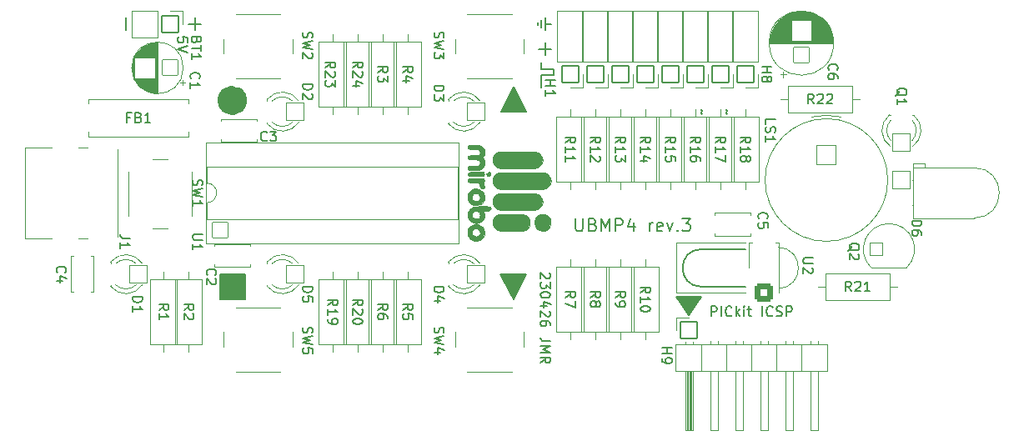
<source format=gbr>
%TF.GenerationSoftware,KiCad,Pcbnew,7.0.2-0*%
%TF.CreationDate,2023-04-26T13:01:35-04:00*%
%TF.ProjectId,UBMP430,55424d50-3433-4302-9e6b-696361645f70,3*%
%TF.SameCoordinates,Original*%
%TF.FileFunction,Legend,Top*%
%TF.FilePolarity,Positive*%
%FSLAX46Y46*%
G04 Gerber Fmt 4.6, Leading zero omitted, Abs format (unit mm)*
G04 Created by KiCad (PCBNEW 7.0.2-0) date 2023-04-26 13:01:35*
%MOMM*%
%LPD*%
G01*
G04 APERTURE LIST*
G04 Aperture macros list*
%AMRoundRect*
0 Rectangle with rounded corners*
0 $1 Rounding radius*
0 $2 $3 $4 $5 $6 $7 $8 $9 X,Y pos of 4 corners*
0 Add a 4 corners polygon primitive as box body*
4,1,4,$2,$3,$4,$5,$6,$7,$8,$9,$2,$3,0*
0 Add four circle primitives for the rounded corners*
1,1,$1+$1,$2,$3*
1,1,$1+$1,$4,$5*
1,1,$1+$1,$6,$7*
1,1,$1+$1,$8,$9*
0 Add four rect primitives between the rounded corners*
20,1,$1+$1,$2,$3,$4,$5,0*
20,1,$1+$1,$4,$5,$6,$7,0*
20,1,$1+$1,$6,$7,$8,$9,0*
20,1,$1+$1,$8,$9,$2,$3,0*%
G04 Aperture macros list end*
%ADD10C,0.120000*%
%ADD11C,0.152400*%
%ADD12C,1.496103*%
%ADD13C,0.150000*%
%ADD14C,0.200000*%
%ADD15C,0.010000*%
%ADD16C,1.901600*%
%ADD17RoundRect,0.050800X-0.900000X0.900000X-0.900000X-0.900000X0.900000X-0.900000X0.900000X0.900000X0*%
%ADD18RoundRect,0.050800X0.800000X0.800000X-0.800000X0.800000X-0.800000X-0.800000X0.800000X-0.800000X0*%
%ADD19C,1.701600*%
%ADD20RoundRect,0.050800X-0.900000X-0.900000X0.900000X-0.900000X0.900000X0.900000X-0.900000X0.900000X0*%
%ADD21C,2.501600*%
%ADD22O,2.501600X2.501600*%
%ADD23C,6.501600*%
%ADD24O,1.701600X1.701600*%
%ADD25C,2.101600*%
%ADD26RoundRect,0.050800X0.800000X-0.800000X0.800000X0.800000X-0.800000X0.800000X-0.800000X-0.800000X0*%
%ADD27RoundRect,0.050800X0.850000X0.850000X-0.850000X0.850000X-0.850000X-0.850000X0.850000X-0.850000X0*%
%ADD28O,1.801600X1.801600*%
%ADD29RoundRect,0.050800X-0.650000X-0.650000X0.650000X-0.650000X0.650000X0.650000X-0.650000X0.650000X0*%
%ADD30C,1.401600*%
%ADD31C,0.801600*%
%ADD32O,2.501600X1.001600*%
%ADD33O,1.801600X1.001600*%
%ADD34RoundRect,0.050800X-1.000000X1.000000X-1.000000X-1.000000X1.000000X-1.000000X1.000000X1.000000X0*%
%ADD35RoundRect,0.301000X0.649800X-0.649800X0.649800X0.649800X-0.649800X0.649800X-0.649800X-0.649800X0*%
%ADD36RoundRect,0.050800X0.850000X-0.850000X0.850000X0.850000X-0.850000X0.850000X-0.850000X-0.850000X0*%
%ADD37RoundRect,0.050800X0.900000X-0.900000X0.900000X0.900000X-0.900000X0.900000X-0.900000X-0.900000X0*%
%ADD38RoundRect,0.050800X-0.850000X0.850000X-0.850000X-0.850000X0.850000X-0.850000X0.850000X0.850000X0*%
G04 APERTURE END LIST*
D10*
X165100000Y-106680000D02*
X165100000Y-111760000D01*
X172085000Y-106680000D02*
X165100000Y-106680000D01*
X165100000Y-111760000D02*
X172085000Y-111760000D01*
D11*
X151384000Y-88392000D02*
X151384000Y-89027000D01*
X152654000Y-89027000D02*
X152654000Y-89662000D01*
D12*
X120763051Y-92202000D02*
G75*
G03*
X120763051Y-92202000I-748051J0D01*
G01*
D11*
X151384000Y-89662000D02*
X151384000Y-90932000D01*
D13*
X166370000Y-114046000D02*
X165100000Y-112141000D01*
X167640000Y-112141000D01*
X166370000Y-114046000D01*
G36*
X166370000Y-114046000D02*
G01*
X165100000Y-112141000D01*
X167640000Y-112141000D01*
X166370000Y-114046000D01*
G37*
D11*
X151765000Y-83820000D02*
X151765000Y-85090000D01*
X151765000Y-84455000D02*
X152400000Y-84455000D01*
X172085000Y-111125000D02*
X167640000Y-111125000D01*
X151765000Y-86360000D02*
X151765000Y-87630000D01*
D13*
X118745000Y-109855000D02*
X121285000Y-109855000D01*
X121285000Y-112395000D01*
X118745000Y-112395000D01*
X118745000Y-109855000D01*
G36*
X118745000Y-109855000D02*
G01*
X121285000Y-109855000D01*
X121285000Y-112395000D01*
X118745000Y-112395000D01*
X118745000Y-109855000D01*
G37*
D11*
X172085000Y-107315000D02*
X167640000Y-107315000D01*
X115570000Y-84455000D02*
X116840000Y-84455000D01*
X167640000Y-107315000D02*
G75*
G03*
X167640000Y-111125000I0J-1905000D01*
G01*
X151384000Y-89027000D02*
X152654000Y-89027000D01*
X152400000Y-86995000D02*
X151130000Y-86995000D01*
X109220000Y-83820000D02*
X109220000Y-85090000D01*
X116205000Y-83820000D02*
X116205000Y-85090000D01*
X151384000Y-84074000D02*
X151384000Y-84836000D01*
D13*
X151003000Y-84328000D02*
X151003000Y-84582000D01*
X148590000Y-112395000D02*
X147220000Y-109855000D01*
X149860000Y-109855000D01*
X148590000Y-112395000D01*
G36*
X148590000Y-112395000D02*
G01*
X147220000Y-109855000D01*
X149860000Y-109855000D01*
X148590000Y-112395000D01*
G37*
X149860000Y-93345000D02*
X147320000Y-93345000D01*
X148590000Y-90805000D01*
X149860000Y-93345000D01*
G36*
X149860000Y-93345000D02*
G01*
X147320000Y-93345000D01*
X148590000Y-90805000D01*
X149860000Y-93345000D01*
G37*
D11*
X152654000Y-89662000D02*
X151384000Y-89662000D01*
X168631809Y-114135020D02*
X168631809Y-113119020D01*
X168631809Y-113119020D02*
X169018857Y-113119020D01*
X169018857Y-113119020D02*
X169115619Y-113167401D01*
X169115619Y-113167401D02*
X169164000Y-113215782D01*
X169164000Y-113215782D02*
X169212381Y-113312544D01*
X169212381Y-113312544D02*
X169212381Y-113457687D01*
X169212381Y-113457687D02*
X169164000Y-113554449D01*
X169164000Y-113554449D02*
X169115619Y-113602830D01*
X169115619Y-113602830D02*
X169018857Y-113651211D01*
X169018857Y-113651211D02*
X168631809Y-113651211D01*
X169647809Y-114135020D02*
X169647809Y-113119020D01*
X170712191Y-114038259D02*
X170663810Y-114086640D01*
X170663810Y-114086640D02*
X170518667Y-114135020D01*
X170518667Y-114135020D02*
X170421905Y-114135020D01*
X170421905Y-114135020D02*
X170276762Y-114086640D01*
X170276762Y-114086640D02*
X170180000Y-113989878D01*
X170180000Y-113989878D02*
X170131619Y-113893116D01*
X170131619Y-113893116D02*
X170083238Y-113699592D01*
X170083238Y-113699592D02*
X170083238Y-113554449D01*
X170083238Y-113554449D02*
X170131619Y-113360925D01*
X170131619Y-113360925D02*
X170180000Y-113264163D01*
X170180000Y-113264163D02*
X170276762Y-113167401D01*
X170276762Y-113167401D02*
X170421905Y-113119020D01*
X170421905Y-113119020D02*
X170518667Y-113119020D01*
X170518667Y-113119020D02*
X170663810Y-113167401D01*
X170663810Y-113167401D02*
X170712191Y-113215782D01*
X171147619Y-114135020D02*
X171147619Y-113119020D01*
X171244381Y-113747973D02*
X171534667Y-114135020D01*
X171534667Y-113457687D02*
X171147619Y-113844735D01*
X171970095Y-114135020D02*
X171970095Y-113457687D01*
X171970095Y-113119020D02*
X171921714Y-113167401D01*
X171921714Y-113167401D02*
X171970095Y-113215782D01*
X171970095Y-113215782D02*
X172018476Y-113167401D01*
X172018476Y-113167401D02*
X171970095Y-113119020D01*
X171970095Y-113119020D02*
X171970095Y-113215782D01*
X172308762Y-113457687D02*
X172695810Y-113457687D01*
X172453905Y-113119020D02*
X172453905Y-113989878D01*
X172453905Y-113989878D02*
X172502286Y-114086640D01*
X172502286Y-114086640D02*
X172599048Y-114135020D01*
X172599048Y-114135020D02*
X172695810Y-114135020D01*
X173808571Y-114135020D02*
X173808571Y-113119020D01*
X174872953Y-114038259D02*
X174824572Y-114086640D01*
X174824572Y-114086640D02*
X174679429Y-114135020D01*
X174679429Y-114135020D02*
X174582667Y-114135020D01*
X174582667Y-114135020D02*
X174437524Y-114086640D01*
X174437524Y-114086640D02*
X174340762Y-113989878D01*
X174340762Y-113989878D02*
X174292381Y-113893116D01*
X174292381Y-113893116D02*
X174244000Y-113699592D01*
X174244000Y-113699592D02*
X174244000Y-113554449D01*
X174244000Y-113554449D02*
X174292381Y-113360925D01*
X174292381Y-113360925D02*
X174340762Y-113264163D01*
X174340762Y-113264163D02*
X174437524Y-113167401D01*
X174437524Y-113167401D02*
X174582667Y-113119020D01*
X174582667Y-113119020D02*
X174679429Y-113119020D01*
X174679429Y-113119020D02*
X174824572Y-113167401D01*
X174824572Y-113167401D02*
X174872953Y-113215782D01*
X175260000Y-114086640D02*
X175405143Y-114135020D01*
X175405143Y-114135020D02*
X175647048Y-114135020D01*
X175647048Y-114135020D02*
X175743810Y-114086640D01*
X175743810Y-114086640D02*
X175792191Y-114038259D01*
X175792191Y-114038259D02*
X175840572Y-113941497D01*
X175840572Y-113941497D02*
X175840572Y-113844735D01*
X175840572Y-113844735D02*
X175792191Y-113747973D01*
X175792191Y-113747973D02*
X175743810Y-113699592D01*
X175743810Y-113699592D02*
X175647048Y-113651211D01*
X175647048Y-113651211D02*
X175453524Y-113602830D01*
X175453524Y-113602830D02*
X175356762Y-113554449D01*
X175356762Y-113554449D02*
X175308381Y-113506068D01*
X175308381Y-113506068D02*
X175260000Y-113409306D01*
X175260000Y-113409306D02*
X175260000Y-113312544D01*
X175260000Y-113312544D02*
X175308381Y-113215782D01*
X175308381Y-113215782D02*
X175356762Y-113167401D01*
X175356762Y-113167401D02*
X175453524Y-113119020D01*
X175453524Y-113119020D02*
X175695429Y-113119020D01*
X175695429Y-113119020D02*
X175840572Y-113167401D01*
X176276000Y-114135020D02*
X176276000Y-113119020D01*
X176276000Y-113119020D02*
X176663048Y-113119020D01*
X176663048Y-113119020D02*
X176759810Y-113167401D01*
X176759810Y-113167401D02*
X176808191Y-113215782D01*
X176808191Y-113215782D02*
X176856572Y-113312544D01*
X176856572Y-113312544D02*
X176856572Y-113457687D01*
X176856572Y-113457687D02*
X176808191Y-113554449D01*
X176808191Y-113554449D02*
X176759810Y-113602830D01*
X176759810Y-113602830D02*
X176663048Y-113651211D01*
X176663048Y-113651211D02*
X176276000Y-113651211D01*
X170262973Y-93611095D02*
X170214592Y-93562714D01*
X170214592Y-93562714D02*
X170166211Y-93465952D01*
X170166211Y-93465952D02*
X170262973Y-93272428D01*
X170262973Y-93272428D02*
X170214592Y-93175666D01*
X170214592Y-93175666D02*
X170166211Y-93127285D01*
X152214217Y-109728000D02*
X152262598Y-109776381D01*
X152262598Y-109776381D02*
X152310979Y-109873143D01*
X152310979Y-109873143D02*
X152310979Y-110115048D01*
X152310979Y-110115048D02*
X152262598Y-110211810D01*
X152262598Y-110211810D02*
X152214217Y-110260191D01*
X152214217Y-110260191D02*
X152117455Y-110308572D01*
X152117455Y-110308572D02*
X152020693Y-110308572D01*
X152020693Y-110308572D02*
X151875550Y-110260191D01*
X151875550Y-110260191D02*
X151294979Y-109679619D01*
X151294979Y-109679619D02*
X151294979Y-110308572D01*
X152310979Y-110647238D02*
X152310979Y-111276191D01*
X152310979Y-111276191D02*
X151923931Y-110937524D01*
X151923931Y-110937524D02*
X151923931Y-111082667D01*
X151923931Y-111082667D02*
X151875550Y-111179429D01*
X151875550Y-111179429D02*
X151827169Y-111227810D01*
X151827169Y-111227810D02*
X151730407Y-111276191D01*
X151730407Y-111276191D02*
X151488502Y-111276191D01*
X151488502Y-111276191D02*
X151391740Y-111227810D01*
X151391740Y-111227810D02*
X151343360Y-111179429D01*
X151343360Y-111179429D02*
X151294979Y-111082667D01*
X151294979Y-111082667D02*
X151294979Y-110792381D01*
X151294979Y-110792381D02*
X151343360Y-110695619D01*
X151343360Y-110695619D02*
X151391740Y-110647238D01*
X152310979Y-111905143D02*
X152310979Y-112001905D01*
X152310979Y-112001905D02*
X152262598Y-112098667D01*
X152262598Y-112098667D02*
X152214217Y-112147048D01*
X152214217Y-112147048D02*
X152117455Y-112195429D01*
X152117455Y-112195429D02*
X151923931Y-112243810D01*
X151923931Y-112243810D02*
X151682026Y-112243810D01*
X151682026Y-112243810D02*
X151488502Y-112195429D01*
X151488502Y-112195429D02*
X151391740Y-112147048D01*
X151391740Y-112147048D02*
X151343360Y-112098667D01*
X151343360Y-112098667D02*
X151294979Y-112001905D01*
X151294979Y-112001905D02*
X151294979Y-111905143D01*
X151294979Y-111905143D02*
X151343360Y-111808381D01*
X151343360Y-111808381D02*
X151391740Y-111760000D01*
X151391740Y-111760000D02*
X151488502Y-111711619D01*
X151488502Y-111711619D02*
X151682026Y-111663238D01*
X151682026Y-111663238D02*
X151923931Y-111663238D01*
X151923931Y-111663238D02*
X152117455Y-111711619D01*
X152117455Y-111711619D02*
X152214217Y-111760000D01*
X152214217Y-111760000D02*
X152262598Y-111808381D01*
X152262598Y-111808381D02*
X152310979Y-111905143D01*
X151972312Y-113114667D02*
X151294979Y-113114667D01*
X152359360Y-112872762D02*
X151633645Y-112630857D01*
X151633645Y-112630857D02*
X151633645Y-113259810D01*
X152214217Y-113598476D02*
X152262598Y-113646857D01*
X152262598Y-113646857D02*
X152310979Y-113743619D01*
X152310979Y-113743619D02*
X152310979Y-113985524D01*
X152310979Y-113985524D02*
X152262598Y-114082286D01*
X152262598Y-114082286D02*
X152214217Y-114130667D01*
X152214217Y-114130667D02*
X152117455Y-114179048D01*
X152117455Y-114179048D02*
X152020693Y-114179048D01*
X152020693Y-114179048D02*
X151875550Y-114130667D01*
X151875550Y-114130667D02*
X151294979Y-113550095D01*
X151294979Y-113550095D02*
X151294979Y-114179048D01*
X152310979Y-115049905D02*
X152310979Y-114856381D01*
X152310979Y-114856381D02*
X152262598Y-114759619D01*
X152262598Y-114759619D02*
X152214217Y-114711238D01*
X152214217Y-114711238D02*
X152069074Y-114614476D01*
X152069074Y-114614476D02*
X151875550Y-114566095D01*
X151875550Y-114566095D02*
X151488502Y-114566095D01*
X151488502Y-114566095D02*
X151391740Y-114614476D01*
X151391740Y-114614476D02*
X151343360Y-114662857D01*
X151343360Y-114662857D02*
X151294979Y-114759619D01*
X151294979Y-114759619D02*
X151294979Y-114953143D01*
X151294979Y-114953143D02*
X151343360Y-115049905D01*
X151343360Y-115049905D02*
X151391740Y-115098286D01*
X151391740Y-115098286D02*
X151488502Y-115146667D01*
X151488502Y-115146667D02*
X151730407Y-115146667D01*
X151730407Y-115146667D02*
X151827169Y-115098286D01*
X151827169Y-115098286D02*
X151875550Y-115049905D01*
X151875550Y-115049905D02*
X151923931Y-114953143D01*
X151923931Y-114953143D02*
X151923931Y-114759619D01*
X151923931Y-114759619D02*
X151875550Y-114662857D01*
X151875550Y-114662857D02*
X151827169Y-114614476D01*
X151827169Y-114614476D02*
X151730407Y-114566095D01*
X152310979Y-116646476D02*
X151585264Y-116646476D01*
X151585264Y-116646476D02*
X151440121Y-116598095D01*
X151440121Y-116598095D02*
X151343360Y-116501333D01*
X151343360Y-116501333D02*
X151294979Y-116356190D01*
X151294979Y-116356190D02*
X151294979Y-116259428D01*
X151294979Y-117130285D02*
X152310979Y-117130285D01*
X152310979Y-117130285D02*
X151585264Y-117468952D01*
X151585264Y-117468952D02*
X152310979Y-117807619D01*
X152310979Y-117807619D02*
X151294979Y-117807619D01*
X151294979Y-118872000D02*
X151778788Y-118533333D01*
X151294979Y-118291428D02*
X152310979Y-118291428D01*
X152310979Y-118291428D02*
X152310979Y-118678476D01*
X152310979Y-118678476D02*
X152262598Y-118775238D01*
X152262598Y-118775238D02*
X152214217Y-118823619D01*
X152214217Y-118823619D02*
X152117455Y-118872000D01*
X152117455Y-118872000D02*
X151972312Y-118872000D01*
X151972312Y-118872000D02*
X151875550Y-118823619D01*
X151875550Y-118823619D02*
X151827169Y-118775238D01*
X151827169Y-118775238D02*
X151778788Y-118678476D01*
X151778788Y-118678476D02*
X151778788Y-118291428D01*
D14*
X154879523Y-104219526D02*
X154879523Y-105247621D01*
X154879523Y-105247621D02*
X154940000Y-105368573D01*
X154940000Y-105368573D02*
X155000476Y-105429050D01*
X155000476Y-105429050D02*
X155121428Y-105489526D01*
X155121428Y-105489526D02*
X155363333Y-105489526D01*
X155363333Y-105489526D02*
X155484285Y-105429050D01*
X155484285Y-105429050D02*
X155544762Y-105368573D01*
X155544762Y-105368573D02*
X155605238Y-105247621D01*
X155605238Y-105247621D02*
X155605238Y-104219526D01*
X156633333Y-104824288D02*
X156814761Y-104884764D01*
X156814761Y-104884764D02*
X156875238Y-104945240D01*
X156875238Y-104945240D02*
X156935714Y-105066192D01*
X156935714Y-105066192D02*
X156935714Y-105247621D01*
X156935714Y-105247621D02*
X156875238Y-105368573D01*
X156875238Y-105368573D02*
X156814761Y-105429050D01*
X156814761Y-105429050D02*
X156693809Y-105489526D01*
X156693809Y-105489526D02*
X156209999Y-105489526D01*
X156209999Y-105489526D02*
X156209999Y-104219526D01*
X156209999Y-104219526D02*
X156633333Y-104219526D01*
X156633333Y-104219526D02*
X156754285Y-104280002D01*
X156754285Y-104280002D02*
X156814761Y-104340478D01*
X156814761Y-104340478D02*
X156875238Y-104461430D01*
X156875238Y-104461430D02*
X156875238Y-104582383D01*
X156875238Y-104582383D02*
X156814761Y-104703335D01*
X156814761Y-104703335D02*
X156754285Y-104763811D01*
X156754285Y-104763811D02*
X156633333Y-104824288D01*
X156633333Y-104824288D02*
X156209999Y-104824288D01*
X157479999Y-105489526D02*
X157479999Y-104219526D01*
X157479999Y-104219526D02*
X157903333Y-105126669D01*
X157903333Y-105126669D02*
X158326666Y-104219526D01*
X158326666Y-104219526D02*
X158326666Y-105489526D01*
X158931428Y-105489526D02*
X158931428Y-104219526D01*
X158931428Y-104219526D02*
X159415238Y-104219526D01*
X159415238Y-104219526D02*
X159536190Y-104280002D01*
X159536190Y-104280002D02*
X159596667Y-104340478D01*
X159596667Y-104340478D02*
X159657143Y-104461430D01*
X159657143Y-104461430D02*
X159657143Y-104642859D01*
X159657143Y-104642859D02*
X159596667Y-104763811D01*
X159596667Y-104763811D02*
X159536190Y-104824288D01*
X159536190Y-104824288D02*
X159415238Y-104884764D01*
X159415238Y-104884764D02*
X158931428Y-104884764D01*
X160745714Y-104642859D02*
X160745714Y-105489526D01*
X160443333Y-104159050D02*
X160140952Y-105066192D01*
X160140952Y-105066192D02*
X160927143Y-105066192D01*
X162378571Y-105489526D02*
X162378571Y-104642859D01*
X162378571Y-104884764D02*
X162439048Y-104763811D01*
X162439048Y-104763811D02*
X162499524Y-104703335D01*
X162499524Y-104703335D02*
X162620476Y-104642859D01*
X162620476Y-104642859D02*
X162741429Y-104642859D01*
X163648571Y-105429050D02*
X163527619Y-105489526D01*
X163527619Y-105489526D02*
X163285714Y-105489526D01*
X163285714Y-105489526D02*
X163164761Y-105429050D01*
X163164761Y-105429050D02*
X163104285Y-105308097D01*
X163104285Y-105308097D02*
X163104285Y-104824288D01*
X163104285Y-104824288D02*
X163164761Y-104703335D01*
X163164761Y-104703335D02*
X163285714Y-104642859D01*
X163285714Y-104642859D02*
X163527619Y-104642859D01*
X163527619Y-104642859D02*
X163648571Y-104703335D01*
X163648571Y-104703335D02*
X163709047Y-104824288D01*
X163709047Y-104824288D02*
X163709047Y-104945240D01*
X163709047Y-104945240D02*
X163104285Y-105066192D01*
X164132380Y-104642859D02*
X164434761Y-105489526D01*
X164434761Y-105489526D02*
X164737142Y-104642859D01*
X165220951Y-105368573D02*
X165281428Y-105429050D01*
X165281428Y-105429050D02*
X165220951Y-105489526D01*
X165220951Y-105489526D02*
X165160475Y-105429050D01*
X165160475Y-105429050D02*
X165220951Y-105368573D01*
X165220951Y-105368573D02*
X165220951Y-105489526D01*
X165704761Y-104219526D02*
X166490952Y-104219526D01*
X166490952Y-104219526D02*
X166067618Y-104703335D01*
X166067618Y-104703335D02*
X166249047Y-104703335D01*
X166249047Y-104703335D02*
X166369999Y-104763811D01*
X166369999Y-104763811D02*
X166430475Y-104824288D01*
X166430475Y-104824288D02*
X166490952Y-104945240D01*
X166490952Y-104945240D02*
X166490952Y-105247621D01*
X166490952Y-105247621D02*
X166430475Y-105368573D01*
X166430475Y-105368573D02*
X166369999Y-105429050D01*
X166369999Y-105429050D02*
X166249047Y-105489526D01*
X166249047Y-105489526D02*
X165886190Y-105489526D01*
X165886190Y-105489526D02*
X165765237Y-105429050D01*
X165765237Y-105429050D02*
X165704761Y-105368573D01*
D11*
X167722973Y-93611095D02*
X167674592Y-93562714D01*
X167674592Y-93562714D02*
X167626211Y-93465952D01*
X167626211Y-93465952D02*
X167722973Y-93272428D01*
X167722973Y-93272428D02*
X167674592Y-93175666D01*
X167674592Y-93175666D02*
X167626211Y-93127285D01*
X115480979Y-86293476D02*
X115480979Y-85809666D01*
X115480979Y-85809666D02*
X114997169Y-85761285D01*
X114997169Y-85761285D02*
X115045550Y-85809666D01*
X115045550Y-85809666D02*
X115093931Y-85906428D01*
X115093931Y-85906428D02*
X115093931Y-86148333D01*
X115093931Y-86148333D02*
X115045550Y-86245095D01*
X115045550Y-86245095D02*
X114997169Y-86293476D01*
X114997169Y-86293476D02*
X114900407Y-86341857D01*
X114900407Y-86341857D02*
X114658502Y-86341857D01*
X114658502Y-86341857D02*
X114561740Y-86293476D01*
X114561740Y-86293476D02*
X114513360Y-86245095D01*
X114513360Y-86245095D02*
X114464979Y-86148333D01*
X114464979Y-86148333D02*
X114464979Y-85906428D01*
X114464979Y-85906428D02*
X114513360Y-85809666D01*
X114513360Y-85809666D02*
X114561740Y-85761285D01*
X115480979Y-86632142D02*
X114464979Y-86970809D01*
X114464979Y-86970809D02*
X115480979Y-87309476D01*
D13*
%TO.C,Q1*%
X187402142Y-91725761D02*
X187449761Y-91630523D01*
X187449761Y-91630523D02*
X187545000Y-91535285D01*
X187545000Y-91535285D02*
X187687857Y-91392428D01*
X187687857Y-91392428D02*
X187735476Y-91297190D01*
X187735476Y-91297190D02*
X187735476Y-91201952D01*
X187497380Y-91249571D02*
X187545000Y-91154333D01*
X187545000Y-91154333D02*
X187640238Y-91059095D01*
X187640238Y-91059095D02*
X187830714Y-91011476D01*
X187830714Y-91011476D02*
X188164047Y-91011476D01*
X188164047Y-91011476D02*
X188354523Y-91059095D01*
X188354523Y-91059095D02*
X188449761Y-91154333D01*
X188449761Y-91154333D02*
X188497380Y-91249571D01*
X188497380Y-91249571D02*
X188497380Y-91440047D01*
X188497380Y-91440047D02*
X188449761Y-91535285D01*
X188449761Y-91535285D02*
X188354523Y-91630523D01*
X188354523Y-91630523D02*
X188164047Y-91678142D01*
X188164047Y-91678142D02*
X187830714Y-91678142D01*
X187830714Y-91678142D02*
X187640238Y-91630523D01*
X187640238Y-91630523D02*
X187545000Y-91535285D01*
X187545000Y-91535285D02*
X187497380Y-91440047D01*
X187497380Y-91440047D02*
X187497380Y-91249571D01*
X187497380Y-92630523D02*
X187497380Y-92059095D01*
X187497380Y-92344809D02*
X188497380Y-92344809D01*
X188497380Y-92344809D02*
X188354523Y-92249571D01*
X188354523Y-92249571D02*
X188259285Y-92154333D01*
X188259285Y-92154333D02*
X188211666Y-92059095D01*
%TO.C,C1*%
X115837619Y-90003333D02*
X115790000Y-89955714D01*
X115790000Y-89955714D02*
X115742380Y-89812857D01*
X115742380Y-89812857D02*
X115742380Y-89717619D01*
X115742380Y-89717619D02*
X115790000Y-89574762D01*
X115790000Y-89574762D02*
X115885238Y-89479524D01*
X115885238Y-89479524D02*
X115980476Y-89431905D01*
X115980476Y-89431905D02*
X116170952Y-89384286D01*
X116170952Y-89384286D02*
X116313809Y-89384286D01*
X116313809Y-89384286D02*
X116504285Y-89431905D01*
X116504285Y-89431905D02*
X116599523Y-89479524D01*
X116599523Y-89479524D02*
X116694761Y-89574762D01*
X116694761Y-89574762D02*
X116742380Y-89717619D01*
X116742380Y-89717619D02*
X116742380Y-89812857D01*
X116742380Y-89812857D02*
X116694761Y-89955714D01*
X116694761Y-89955714D02*
X116647142Y-90003333D01*
X115742380Y-90955714D02*
X115742380Y-90384286D01*
X115742380Y-90670000D02*
X116742380Y-90670000D01*
X116742380Y-90670000D02*
X116599523Y-90574762D01*
X116599523Y-90574762D02*
X116504285Y-90479524D01*
X116504285Y-90479524D02*
X116456666Y-90384286D01*
%TO.C,C4*%
X102248619Y-109688333D02*
X102201000Y-109640714D01*
X102201000Y-109640714D02*
X102153380Y-109497857D01*
X102153380Y-109497857D02*
X102153380Y-109402619D01*
X102153380Y-109402619D02*
X102201000Y-109259762D01*
X102201000Y-109259762D02*
X102296238Y-109164524D01*
X102296238Y-109164524D02*
X102391476Y-109116905D01*
X102391476Y-109116905D02*
X102581952Y-109069286D01*
X102581952Y-109069286D02*
X102724809Y-109069286D01*
X102724809Y-109069286D02*
X102915285Y-109116905D01*
X102915285Y-109116905D02*
X103010523Y-109164524D01*
X103010523Y-109164524D02*
X103105761Y-109259762D01*
X103105761Y-109259762D02*
X103153380Y-109402619D01*
X103153380Y-109402619D02*
X103153380Y-109497857D01*
X103153380Y-109497857D02*
X103105761Y-109640714D01*
X103105761Y-109640714D02*
X103058142Y-109688333D01*
X102820047Y-110545476D02*
X102153380Y-110545476D01*
X103201000Y-110307381D02*
X102486714Y-110069286D01*
X102486714Y-110069286D02*
X102486714Y-110688333D01*
%TO.C,D1*%
X109900380Y-112164905D02*
X110900380Y-112164905D01*
X110900380Y-112164905D02*
X110900380Y-112403000D01*
X110900380Y-112403000D02*
X110852761Y-112545857D01*
X110852761Y-112545857D02*
X110757523Y-112641095D01*
X110757523Y-112641095D02*
X110662285Y-112688714D01*
X110662285Y-112688714D02*
X110471809Y-112736333D01*
X110471809Y-112736333D02*
X110328952Y-112736333D01*
X110328952Y-112736333D02*
X110138476Y-112688714D01*
X110138476Y-112688714D02*
X110043238Y-112641095D01*
X110043238Y-112641095D02*
X109948000Y-112545857D01*
X109948000Y-112545857D02*
X109900380Y-112403000D01*
X109900380Y-112403000D02*
X109900380Y-112164905D01*
X109900380Y-113688714D02*
X109900380Y-113117286D01*
X109900380Y-113403000D02*
X110900380Y-113403000D01*
X110900380Y-113403000D02*
X110757523Y-113307762D01*
X110757523Y-113307762D02*
X110662285Y-113212524D01*
X110662285Y-113212524D02*
X110614666Y-113117286D01*
%TO.C,D4*%
X140507380Y-111148905D02*
X141507380Y-111148905D01*
X141507380Y-111148905D02*
X141507380Y-111387000D01*
X141507380Y-111387000D02*
X141459761Y-111529857D01*
X141459761Y-111529857D02*
X141364523Y-111625095D01*
X141364523Y-111625095D02*
X141269285Y-111672714D01*
X141269285Y-111672714D02*
X141078809Y-111720333D01*
X141078809Y-111720333D02*
X140935952Y-111720333D01*
X140935952Y-111720333D02*
X140745476Y-111672714D01*
X140745476Y-111672714D02*
X140650238Y-111625095D01*
X140650238Y-111625095D02*
X140555000Y-111529857D01*
X140555000Y-111529857D02*
X140507380Y-111387000D01*
X140507380Y-111387000D02*
X140507380Y-111148905D01*
X141174047Y-112577476D02*
X140507380Y-112577476D01*
X141555000Y-112339381D02*
X140840714Y-112101286D01*
X140840714Y-112101286D02*
X140840714Y-112720333D01*
%TO.C,FB1*%
X109656666Y-93918809D02*
X109323333Y-93918809D01*
X109323333Y-94442619D02*
X109323333Y-93442619D01*
X109323333Y-93442619D02*
X109799523Y-93442619D01*
X110513809Y-93918809D02*
X110656666Y-93966428D01*
X110656666Y-93966428D02*
X110704285Y-94014047D01*
X110704285Y-94014047D02*
X110751904Y-94109285D01*
X110751904Y-94109285D02*
X110751904Y-94252142D01*
X110751904Y-94252142D02*
X110704285Y-94347380D01*
X110704285Y-94347380D02*
X110656666Y-94395000D01*
X110656666Y-94395000D02*
X110561428Y-94442619D01*
X110561428Y-94442619D02*
X110180476Y-94442619D01*
X110180476Y-94442619D02*
X110180476Y-93442619D01*
X110180476Y-93442619D02*
X110513809Y-93442619D01*
X110513809Y-93442619D02*
X110609047Y-93490238D01*
X110609047Y-93490238D02*
X110656666Y-93537857D01*
X110656666Y-93537857D02*
X110704285Y-93633095D01*
X110704285Y-93633095D02*
X110704285Y-93728333D01*
X110704285Y-93728333D02*
X110656666Y-93823571D01*
X110656666Y-93823571D02*
X110609047Y-93871190D01*
X110609047Y-93871190D02*
X110513809Y-93918809D01*
X110513809Y-93918809D02*
X110180476Y-93918809D01*
X111704285Y-94442619D02*
X111132857Y-94442619D01*
X111418571Y-94442619D02*
X111418571Y-93442619D01*
X111418571Y-93442619D02*
X111323333Y-93585476D01*
X111323333Y-93585476D02*
X111228095Y-93680714D01*
X111228095Y-93680714D02*
X111132857Y-93728333D01*
%TO.C,R6*%
X134792380Y-113498333D02*
X135268571Y-113165000D01*
X134792380Y-112926905D02*
X135792380Y-112926905D01*
X135792380Y-112926905D02*
X135792380Y-113307857D01*
X135792380Y-113307857D02*
X135744761Y-113403095D01*
X135744761Y-113403095D02*
X135697142Y-113450714D01*
X135697142Y-113450714D02*
X135601904Y-113498333D01*
X135601904Y-113498333D02*
X135459047Y-113498333D01*
X135459047Y-113498333D02*
X135363809Y-113450714D01*
X135363809Y-113450714D02*
X135316190Y-113403095D01*
X135316190Y-113403095D02*
X135268571Y-113307857D01*
X135268571Y-113307857D02*
X135268571Y-112926905D01*
X135792380Y-114355476D02*
X135792380Y-114165000D01*
X135792380Y-114165000D02*
X135744761Y-114069762D01*
X135744761Y-114069762D02*
X135697142Y-114022143D01*
X135697142Y-114022143D02*
X135554285Y-113926905D01*
X135554285Y-113926905D02*
X135363809Y-113879286D01*
X135363809Y-113879286D02*
X134982857Y-113879286D01*
X134982857Y-113879286D02*
X134887619Y-113926905D01*
X134887619Y-113926905D02*
X134840000Y-113974524D01*
X134840000Y-113974524D02*
X134792380Y-114069762D01*
X134792380Y-114069762D02*
X134792380Y-114260238D01*
X134792380Y-114260238D02*
X134840000Y-114355476D01*
X134840000Y-114355476D02*
X134887619Y-114403095D01*
X134887619Y-114403095D02*
X134982857Y-114450714D01*
X134982857Y-114450714D02*
X135220952Y-114450714D01*
X135220952Y-114450714D02*
X135316190Y-114403095D01*
X135316190Y-114403095D02*
X135363809Y-114355476D01*
X135363809Y-114355476D02*
X135411428Y-114260238D01*
X135411428Y-114260238D02*
X135411428Y-114069762D01*
X135411428Y-114069762D02*
X135363809Y-113974524D01*
X135363809Y-113974524D02*
X135316190Y-113926905D01*
X135316190Y-113926905D02*
X135220952Y-113879286D01*
%TO.C,R20*%
X132252380Y-113022142D02*
X132728571Y-112688809D01*
X132252380Y-112450714D02*
X133252380Y-112450714D01*
X133252380Y-112450714D02*
X133252380Y-112831666D01*
X133252380Y-112831666D02*
X133204761Y-112926904D01*
X133204761Y-112926904D02*
X133157142Y-112974523D01*
X133157142Y-112974523D02*
X133061904Y-113022142D01*
X133061904Y-113022142D02*
X132919047Y-113022142D01*
X132919047Y-113022142D02*
X132823809Y-112974523D01*
X132823809Y-112974523D02*
X132776190Y-112926904D01*
X132776190Y-112926904D02*
X132728571Y-112831666D01*
X132728571Y-112831666D02*
X132728571Y-112450714D01*
X133157142Y-113403095D02*
X133204761Y-113450714D01*
X133204761Y-113450714D02*
X133252380Y-113545952D01*
X133252380Y-113545952D02*
X133252380Y-113784047D01*
X133252380Y-113784047D02*
X133204761Y-113879285D01*
X133204761Y-113879285D02*
X133157142Y-113926904D01*
X133157142Y-113926904D02*
X133061904Y-113974523D01*
X133061904Y-113974523D02*
X132966666Y-113974523D01*
X132966666Y-113974523D02*
X132823809Y-113926904D01*
X132823809Y-113926904D02*
X132252380Y-113355476D01*
X132252380Y-113355476D02*
X132252380Y-113974523D01*
X133252380Y-114593571D02*
X133252380Y-114688809D01*
X133252380Y-114688809D02*
X133204761Y-114784047D01*
X133204761Y-114784047D02*
X133157142Y-114831666D01*
X133157142Y-114831666D02*
X133061904Y-114879285D01*
X133061904Y-114879285D02*
X132871428Y-114926904D01*
X132871428Y-114926904D02*
X132633333Y-114926904D01*
X132633333Y-114926904D02*
X132442857Y-114879285D01*
X132442857Y-114879285D02*
X132347619Y-114831666D01*
X132347619Y-114831666D02*
X132300000Y-114784047D01*
X132300000Y-114784047D02*
X132252380Y-114688809D01*
X132252380Y-114688809D02*
X132252380Y-114593571D01*
X132252380Y-114593571D02*
X132300000Y-114498333D01*
X132300000Y-114498333D02*
X132347619Y-114450714D01*
X132347619Y-114450714D02*
X132442857Y-114403095D01*
X132442857Y-114403095D02*
X132633333Y-114355476D01*
X132633333Y-114355476D02*
X132871428Y-114355476D01*
X132871428Y-114355476D02*
X133061904Y-114403095D01*
X133061904Y-114403095D02*
X133157142Y-114450714D01*
X133157142Y-114450714D02*
X133204761Y-114498333D01*
X133204761Y-114498333D02*
X133252380Y-114593571D01*
%TO.C,SW4*%
X140555000Y-115252667D02*
X140507380Y-115395524D01*
X140507380Y-115395524D02*
X140507380Y-115633619D01*
X140507380Y-115633619D02*
X140555000Y-115728857D01*
X140555000Y-115728857D02*
X140602619Y-115776476D01*
X140602619Y-115776476D02*
X140697857Y-115824095D01*
X140697857Y-115824095D02*
X140793095Y-115824095D01*
X140793095Y-115824095D02*
X140888333Y-115776476D01*
X140888333Y-115776476D02*
X140935952Y-115728857D01*
X140935952Y-115728857D02*
X140983571Y-115633619D01*
X140983571Y-115633619D02*
X141031190Y-115443143D01*
X141031190Y-115443143D02*
X141078809Y-115347905D01*
X141078809Y-115347905D02*
X141126428Y-115300286D01*
X141126428Y-115300286D02*
X141221666Y-115252667D01*
X141221666Y-115252667D02*
X141316904Y-115252667D01*
X141316904Y-115252667D02*
X141412142Y-115300286D01*
X141412142Y-115300286D02*
X141459761Y-115347905D01*
X141459761Y-115347905D02*
X141507380Y-115443143D01*
X141507380Y-115443143D02*
X141507380Y-115681238D01*
X141507380Y-115681238D02*
X141459761Y-115824095D01*
X141507380Y-116157429D02*
X140507380Y-116395524D01*
X140507380Y-116395524D02*
X141221666Y-116586000D01*
X141221666Y-116586000D02*
X140507380Y-116776476D01*
X140507380Y-116776476D02*
X141507380Y-117014572D01*
X141174047Y-117824095D02*
X140507380Y-117824095D01*
X141555000Y-117586000D02*
X140840714Y-117347905D01*
X140840714Y-117347905D02*
X140840714Y-117966952D01*
%TO.C,C2*%
X117488619Y-109942333D02*
X117441000Y-109894714D01*
X117441000Y-109894714D02*
X117393380Y-109751857D01*
X117393380Y-109751857D02*
X117393380Y-109656619D01*
X117393380Y-109656619D02*
X117441000Y-109513762D01*
X117441000Y-109513762D02*
X117536238Y-109418524D01*
X117536238Y-109418524D02*
X117631476Y-109370905D01*
X117631476Y-109370905D02*
X117821952Y-109323286D01*
X117821952Y-109323286D02*
X117964809Y-109323286D01*
X117964809Y-109323286D02*
X118155285Y-109370905D01*
X118155285Y-109370905D02*
X118250523Y-109418524D01*
X118250523Y-109418524D02*
X118345761Y-109513762D01*
X118345761Y-109513762D02*
X118393380Y-109656619D01*
X118393380Y-109656619D02*
X118393380Y-109751857D01*
X118393380Y-109751857D02*
X118345761Y-109894714D01*
X118345761Y-109894714D02*
X118298142Y-109942333D01*
X118298142Y-110323286D02*
X118345761Y-110370905D01*
X118345761Y-110370905D02*
X118393380Y-110466143D01*
X118393380Y-110466143D02*
X118393380Y-110704238D01*
X118393380Y-110704238D02*
X118345761Y-110799476D01*
X118345761Y-110799476D02*
X118298142Y-110847095D01*
X118298142Y-110847095D02*
X118202904Y-110894714D01*
X118202904Y-110894714D02*
X118107666Y-110894714D01*
X118107666Y-110894714D02*
X117964809Y-110847095D01*
X117964809Y-110847095D02*
X117393380Y-110275667D01*
X117393380Y-110275667D02*
X117393380Y-110894714D01*
%TO.C,C3*%
X123531333Y-96252380D02*
X123483714Y-96300000D01*
X123483714Y-96300000D02*
X123340857Y-96347619D01*
X123340857Y-96347619D02*
X123245619Y-96347619D01*
X123245619Y-96347619D02*
X123102762Y-96300000D01*
X123102762Y-96300000D02*
X123007524Y-96204761D01*
X123007524Y-96204761D02*
X122959905Y-96109523D01*
X122959905Y-96109523D02*
X122912286Y-95919047D01*
X122912286Y-95919047D02*
X122912286Y-95776190D01*
X122912286Y-95776190D02*
X122959905Y-95585714D01*
X122959905Y-95585714D02*
X123007524Y-95490476D01*
X123007524Y-95490476D02*
X123102762Y-95395238D01*
X123102762Y-95395238D02*
X123245619Y-95347619D01*
X123245619Y-95347619D02*
X123340857Y-95347619D01*
X123340857Y-95347619D02*
X123483714Y-95395238D01*
X123483714Y-95395238D02*
X123531333Y-95442857D01*
X123864667Y-95347619D02*
X124483714Y-95347619D01*
X124483714Y-95347619D02*
X124150381Y-95728571D01*
X124150381Y-95728571D02*
X124293238Y-95728571D01*
X124293238Y-95728571D02*
X124388476Y-95776190D01*
X124388476Y-95776190D02*
X124436095Y-95823809D01*
X124436095Y-95823809D02*
X124483714Y-95919047D01*
X124483714Y-95919047D02*
X124483714Y-96157142D01*
X124483714Y-96157142D02*
X124436095Y-96252380D01*
X124436095Y-96252380D02*
X124388476Y-96300000D01*
X124388476Y-96300000D02*
X124293238Y-96347619D01*
X124293238Y-96347619D02*
X124007524Y-96347619D01*
X124007524Y-96347619D02*
X123912286Y-96300000D01*
X123912286Y-96300000D02*
X123864667Y-96252380D01*
%TO.C,D3*%
X140507380Y-90701905D02*
X141507380Y-90701905D01*
X141507380Y-90701905D02*
X141507380Y-90940000D01*
X141507380Y-90940000D02*
X141459761Y-91082857D01*
X141459761Y-91082857D02*
X141364523Y-91178095D01*
X141364523Y-91178095D02*
X141269285Y-91225714D01*
X141269285Y-91225714D02*
X141078809Y-91273333D01*
X141078809Y-91273333D02*
X140935952Y-91273333D01*
X140935952Y-91273333D02*
X140745476Y-91225714D01*
X140745476Y-91225714D02*
X140650238Y-91178095D01*
X140650238Y-91178095D02*
X140555000Y-91082857D01*
X140555000Y-91082857D02*
X140507380Y-90940000D01*
X140507380Y-90940000D02*
X140507380Y-90701905D01*
X141507380Y-91606667D02*
X141507380Y-92225714D01*
X141507380Y-92225714D02*
X141126428Y-91892381D01*
X141126428Y-91892381D02*
X141126428Y-92035238D01*
X141126428Y-92035238D02*
X141078809Y-92130476D01*
X141078809Y-92130476D02*
X141031190Y-92178095D01*
X141031190Y-92178095D02*
X140935952Y-92225714D01*
X140935952Y-92225714D02*
X140697857Y-92225714D01*
X140697857Y-92225714D02*
X140602619Y-92178095D01*
X140602619Y-92178095D02*
X140555000Y-92130476D01*
X140555000Y-92130476D02*
X140507380Y-92035238D01*
X140507380Y-92035238D02*
X140507380Y-91749524D01*
X140507380Y-91749524D02*
X140555000Y-91654286D01*
X140555000Y-91654286D02*
X140602619Y-91606667D01*
%TO.C,SW3*%
X140555000Y-85280667D02*
X140507380Y-85423524D01*
X140507380Y-85423524D02*
X140507380Y-85661619D01*
X140507380Y-85661619D02*
X140555000Y-85756857D01*
X140555000Y-85756857D02*
X140602619Y-85804476D01*
X140602619Y-85804476D02*
X140697857Y-85852095D01*
X140697857Y-85852095D02*
X140793095Y-85852095D01*
X140793095Y-85852095D02*
X140888333Y-85804476D01*
X140888333Y-85804476D02*
X140935952Y-85756857D01*
X140935952Y-85756857D02*
X140983571Y-85661619D01*
X140983571Y-85661619D02*
X141031190Y-85471143D01*
X141031190Y-85471143D02*
X141078809Y-85375905D01*
X141078809Y-85375905D02*
X141126428Y-85328286D01*
X141126428Y-85328286D02*
X141221666Y-85280667D01*
X141221666Y-85280667D02*
X141316904Y-85280667D01*
X141316904Y-85280667D02*
X141412142Y-85328286D01*
X141412142Y-85328286D02*
X141459761Y-85375905D01*
X141459761Y-85375905D02*
X141507380Y-85471143D01*
X141507380Y-85471143D02*
X141507380Y-85709238D01*
X141507380Y-85709238D02*
X141459761Y-85852095D01*
X141507380Y-86185429D02*
X140507380Y-86423524D01*
X140507380Y-86423524D02*
X141221666Y-86614000D01*
X141221666Y-86614000D02*
X140507380Y-86804476D01*
X140507380Y-86804476D02*
X141507380Y-87042572D01*
X141507380Y-87328286D02*
X141507380Y-87947333D01*
X141507380Y-87947333D02*
X141126428Y-87614000D01*
X141126428Y-87614000D02*
X141126428Y-87756857D01*
X141126428Y-87756857D02*
X141078809Y-87852095D01*
X141078809Y-87852095D02*
X141031190Y-87899714D01*
X141031190Y-87899714D02*
X140935952Y-87947333D01*
X140935952Y-87947333D02*
X140697857Y-87947333D01*
X140697857Y-87947333D02*
X140602619Y-87899714D01*
X140602619Y-87899714D02*
X140555000Y-87852095D01*
X140555000Y-87852095D02*
X140507380Y-87756857D01*
X140507380Y-87756857D02*
X140507380Y-87471143D01*
X140507380Y-87471143D02*
X140555000Y-87375905D01*
X140555000Y-87375905D02*
X140602619Y-87328286D01*
%TO.C,R5*%
X137332380Y-113498333D02*
X137808571Y-113165000D01*
X137332380Y-112926905D02*
X138332380Y-112926905D01*
X138332380Y-112926905D02*
X138332380Y-113307857D01*
X138332380Y-113307857D02*
X138284761Y-113403095D01*
X138284761Y-113403095D02*
X138237142Y-113450714D01*
X138237142Y-113450714D02*
X138141904Y-113498333D01*
X138141904Y-113498333D02*
X137999047Y-113498333D01*
X137999047Y-113498333D02*
X137903809Y-113450714D01*
X137903809Y-113450714D02*
X137856190Y-113403095D01*
X137856190Y-113403095D02*
X137808571Y-113307857D01*
X137808571Y-113307857D02*
X137808571Y-112926905D01*
X138332380Y-114403095D02*
X138332380Y-113926905D01*
X138332380Y-113926905D02*
X137856190Y-113879286D01*
X137856190Y-113879286D02*
X137903809Y-113926905D01*
X137903809Y-113926905D02*
X137951428Y-114022143D01*
X137951428Y-114022143D02*
X137951428Y-114260238D01*
X137951428Y-114260238D02*
X137903809Y-114355476D01*
X137903809Y-114355476D02*
X137856190Y-114403095D01*
X137856190Y-114403095D02*
X137760952Y-114450714D01*
X137760952Y-114450714D02*
X137522857Y-114450714D01*
X137522857Y-114450714D02*
X137427619Y-114403095D01*
X137427619Y-114403095D02*
X137380000Y-114355476D01*
X137380000Y-114355476D02*
X137332380Y-114260238D01*
X137332380Y-114260238D02*
X137332380Y-114022143D01*
X137332380Y-114022143D02*
X137380000Y-113926905D01*
X137380000Y-113926905D02*
X137427619Y-113879286D01*
%TO.C,SW5*%
X127220000Y-115252667D02*
X127172380Y-115395524D01*
X127172380Y-115395524D02*
X127172380Y-115633619D01*
X127172380Y-115633619D02*
X127220000Y-115728857D01*
X127220000Y-115728857D02*
X127267619Y-115776476D01*
X127267619Y-115776476D02*
X127362857Y-115824095D01*
X127362857Y-115824095D02*
X127458095Y-115824095D01*
X127458095Y-115824095D02*
X127553333Y-115776476D01*
X127553333Y-115776476D02*
X127600952Y-115728857D01*
X127600952Y-115728857D02*
X127648571Y-115633619D01*
X127648571Y-115633619D02*
X127696190Y-115443143D01*
X127696190Y-115443143D02*
X127743809Y-115347905D01*
X127743809Y-115347905D02*
X127791428Y-115300286D01*
X127791428Y-115300286D02*
X127886666Y-115252667D01*
X127886666Y-115252667D02*
X127981904Y-115252667D01*
X127981904Y-115252667D02*
X128077142Y-115300286D01*
X128077142Y-115300286D02*
X128124761Y-115347905D01*
X128124761Y-115347905D02*
X128172380Y-115443143D01*
X128172380Y-115443143D02*
X128172380Y-115681238D01*
X128172380Y-115681238D02*
X128124761Y-115824095D01*
X128172380Y-116157429D02*
X127172380Y-116395524D01*
X127172380Y-116395524D02*
X127886666Y-116586000D01*
X127886666Y-116586000D02*
X127172380Y-116776476D01*
X127172380Y-116776476D02*
X128172380Y-117014572D01*
X128172380Y-117871714D02*
X128172380Y-117395524D01*
X128172380Y-117395524D02*
X127696190Y-117347905D01*
X127696190Y-117347905D02*
X127743809Y-117395524D01*
X127743809Y-117395524D02*
X127791428Y-117490762D01*
X127791428Y-117490762D02*
X127791428Y-117728857D01*
X127791428Y-117728857D02*
X127743809Y-117824095D01*
X127743809Y-117824095D02*
X127696190Y-117871714D01*
X127696190Y-117871714D02*
X127600952Y-117919333D01*
X127600952Y-117919333D02*
X127362857Y-117919333D01*
X127362857Y-117919333D02*
X127267619Y-117871714D01*
X127267619Y-117871714D02*
X127220000Y-117824095D01*
X127220000Y-117824095D02*
X127172380Y-117728857D01*
X127172380Y-117728857D02*
X127172380Y-117490762D01*
X127172380Y-117490762D02*
X127220000Y-117395524D01*
X127220000Y-117395524D02*
X127267619Y-117347905D01*
%TO.C,R19*%
X129712380Y-113022142D02*
X130188571Y-112688809D01*
X129712380Y-112450714D02*
X130712380Y-112450714D01*
X130712380Y-112450714D02*
X130712380Y-112831666D01*
X130712380Y-112831666D02*
X130664761Y-112926904D01*
X130664761Y-112926904D02*
X130617142Y-112974523D01*
X130617142Y-112974523D02*
X130521904Y-113022142D01*
X130521904Y-113022142D02*
X130379047Y-113022142D01*
X130379047Y-113022142D02*
X130283809Y-112974523D01*
X130283809Y-112974523D02*
X130236190Y-112926904D01*
X130236190Y-112926904D02*
X130188571Y-112831666D01*
X130188571Y-112831666D02*
X130188571Y-112450714D01*
X129712380Y-113974523D02*
X129712380Y-113403095D01*
X129712380Y-113688809D02*
X130712380Y-113688809D01*
X130712380Y-113688809D02*
X130569523Y-113593571D01*
X130569523Y-113593571D02*
X130474285Y-113498333D01*
X130474285Y-113498333D02*
X130426666Y-113403095D01*
X129712380Y-114450714D02*
X129712380Y-114641190D01*
X129712380Y-114641190D02*
X129760000Y-114736428D01*
X129760000Y-114736428D02*
X129807619Y-114784047D01*
X129807619Y-114784047D02*
X129950476Y-114879285D01*
X129950476Y-114879285D02*
X130140952Y-114926904D01*
X130140952Y-114926904D02*
X130521904Y-114926904D01*
X130521904Y-114926904D02*
X130617142Y-114879285D01*
X130617142Y-114879285D02*
X130664761Y-114831666D01*
X130664761Y-114831666D02*
X130712380Y-114736428D01*
X130712380Y-114736428D02*
X130712380Y-114545952D01*
X130712380Y-114545952D02*
X130664761Y-114450714D01*
X130664761Y-114450714D02*
X130617142Y-114403095D01*
X130617142Y-114403095D02*
X130521904Y-114355476D01*
X130521904Y-114355476D02*
X130283809Y-114355476D01*
X130283809Y-114355476D02*
X130188571Y-114403095D01*
X130188571Y-114403095D02*
X130140952Y-114450714D01*
X130140952Y-114450714D02*
X130093333Y-114545952D01*
X130093333Y-114545952D02*
X130093333Y-114736428D01*
X130093333Y-114736428D02*
X130140952Y-114831666D01*
X130140952Y-114831666D02*
X130188571Y-114879285D01*
X130188571Y-114879285D02*
X130283809Y-114926904D01*
%TO.C,R2*%
X115107380Y-113498333D02*
X115583571Y-113165000D01*
X115107380Y-112926905D02*
X116107380Y-112926905D01*
X116107380Y-112926905D02*
X116107380Y-113307857D01*
X116107380Y-113307857D02*
X116059761Y-113403095D01*
X116059761Y-113403095D02*
X116012142Y-113450714D01*
X116012142Y-113450714D02*
X115916904Y-113498333D01*
X115916904Y-113498333D02*
X115774047Y-113498333D01*
X115774047Y-113498333D02*
X115678809Y-113450714D01*
X115678809Y-113450714D02*
X115631190Y-113403095D01*
X115631190Y-113403095D02*
X115583571Y-113307857D01*
X115583571Y-113307857D02*
X115583571Y-112926905D01*
X116012142Y-113879286D02*
X116059761Y-113926905D01*
X116059761Y-113926905D02*
X116107380Y-114022143D01*
X116107380Y-114022143D02*
X116107380Y-114260238D01*
X116107380Y-114260238D02*
X116059761Y-114355476D01*
X116059761Y-114355476D02*
X116012142Y-114403095D01*
X116012142Y-114403095D02*
X115916904Y-114450714D01*
X115916904Y-114450714D02*
X115821666Y-114450714D01*
X115821666Y-114450714D02*
X115678809Y-114403095D01*
X115678809Y-114403095D02*
X115107380Y-113831667D01*
X115107380Y-113831667D02*
X115107380Y-114450714D01*
%TO.C,U1*%
X116996380Y-105791095D02*
X116186857Y-105791095D01*
X116186857Y-105791095D02*
X116091619Y-105838714D01*
X116091619Y-105838714D02*
X116044000Y-105886333D01*
X116044000Y-105886333D02*
X115996380Y-105981571D01*
X115996380Y-105981571D02*
X115996380Y-106172047D01*
X115996380Y-106172047D02*
X116044000Y-106267285D01*
X116044000Y-106267285D02*
X116091619Y-106314904D01*
X116091619Y-106314904D02*
X116186857Y-106362523D01*
X116186857Y-106362523D02*
X116996380Y-106362523D01*
X115996380Y-107362523D02*
X115996380Y-106791095D01*
X115996380Y-107076809D02*
X116996380Y-107076809D01*
X116996380Y-107076809D02*
X116853523Y-106981571D01*
X116853523Y-106981571D02*
X116758285Y-106886333D01*
X116758285Y-106886333D02*
X116710666Y-106791095D01*
%TO.C,R13*%
X158922380Y-96512142D02*
X159398571Y-96178809D01*
X158922380Y-95940714D02*
X159922380Y-95940714D01*
X159922380Y-95940714D02*
X159922380Y-96321666D01*
X159922380Y-96321666D02*
X159874761Y-96416904D01*
X159874761Y-96416904D02*
X159827142Y-96464523D01*
X159827142Y-96464523D02*
X159731904Y-96512142D01*
X159731904Y-96512142D02*
X159589047Y-96512142D01*
X159589047Y-96512142D02*
X159493809Y-96464523D01*
X159493809Y-96464523D02*
X159446190Y-96416904D01*
X159446190Y-96416904D02*
X159398571Y-96321666D01*
X159398571Y-96321666D02*
X159398571Y-95940714D01*
X158922380Y-97464523D02*
X158922380Y-96893095D01*
X158922380Y-97178809D02*
X159922380Y-97178809D01*
X159922380Y-97178809D02*
X159779523Y-97083571D01*
X159779523Y-97083571D02*
X159684285Y-96988333D01*
X159684285Y-96988333D02*
X159636666Y-96893095D01*
X159922380Y-97797857D02*
X159922380Y-98416904D01*
X159922380Y-98416904D02*
X159541428Y-98083571D01*
X159541428Y-98083571D02*
X159541428Y-98226428D01*
X159541428Y-98226428D02*
X159493809Y-98321666D01*
X159493809Y-98321666D02*
X159446190Y-98369285D01*
X159446190Y-98369285D02*
X159350952Y-98416904D01*
X159350952Y-98416904D02*
X159112857Y-98416904D01*
X159112857Y-98416904D02*
X159017619Y-98369285D01*
X159017619Y-98369285D02*
X158970000Y-98321666D01*
X158970000Y-98321666D02*
X158922380Y-98226428D01*
X158922380Y-98226428D02*
X158922380Y-97940714D01*
X158922380Y-97940714D02*
X158970000Y-97845476D01*
X158970000Y-97845476D02*
X159017619Y-97797857D01*
%TO.C,R9*%
X158922380Y-112228333D02*
X159398571Y-111895000D01*
X158922380Y-111656905D02*
X159922380Y-111656905D01*
X159922380Y-111656905D02*
X159922380Y-112037857D01*
X159922380Y-112037857D02*
X159874761Y-112133095D01*
X159874761Y-112133095D02*
X159827142Y-112180714D01*
X159827142Y-112180714D02*
X159731904Y-112228333D01*
X159731904Y-112228333D02*
X159589047Y-112228333D01*
X159589047Y-112228333D02*
X159493809Y-112180714D01*
X159493809Y-112180714D02*
X159446190Y-112133095D01*
X159446190Y-112133095D02*
X159398571Y-112037857D01*
X159398571Y-112037857D02*
X159398571Y-111656905D01*
X158922380Y-112704524D02*
X158922380Y-112895000D01*
X158922380Y-112895000D02*
X158970000Y-112990238D01*
X158970000Y-112990238D02*
X159017619Y-113037857D01*
X159017619Y-113037857D02*
X159160476Y-113133095D01*
X159160476Y-113133095D02*
X159350952Y-113180714D01*
X159350952Y-113180714D02*
X159731904Y-113180714D01*
X159731904Y-113180714D02*
X159827142Y-113133095D01*
X159827142Y-113133095D02*
X159874761Y-113085476D01*
X159874761Y-113085476D02*
X159922380Y-112990238D01*
X159922380Y-112990238D02*
X159922380Y-112799762D01*
X159922380Y-112799762D02*
X159874761Y-112704524D01*
X159874761Y-112704524D02*
X159827142Y-112656905D01*
X159827142Y-112656905D02*
X159731904Y-112609286D01*
X159731904Y-112609286D02*
X159493809Y-112609286D01*
X159493809Y-112609286D02*
X159398571Y-112656905D01*
X159398571Y-112656905D02*
X159350952Y-112704524D01*
X159350952Y-112704524D02*
X159303333Y-112799762D01*
X159303333Y-112799762D02*
X159303333Y-112990238D01*
X159303333Y-112990238D02*
X159350952Y-113085476D01*
X159350952Y-113085476D02*
X159398571Y-113133095D01*
X159398571Y-113133095D02*
X159493809Y-113180714D01*
%TO.C,R8*%
X156382380Y-112228333D02*
X156858571Y-111895000D01*
X156382380Y-111656905D02*
X157382380Y-111656905D01*
X157382380Y-111656905D02*
X157382380Y-112037857D01*
X157382380Y-112037857D02*
X157334761Y-112133095D01*
X157334761Y-112133095D02*
X157287142Y-112180714D01*
X157287142Y-112180714D02*
X157191904Y-112228333D01*
X157191904Y-112228333D02*
X157049047Y-112228333D01*
X157049047Y-112228333D02*
X156953809Y-112180714D01*
X156953809Y-112180714D02*
X156906190Y-112133095D01*
X156906190Y-112133095D02*
X156858571Y-112037857D01*
X156858571Y-112037857D02*
X156858571Y-111656905D01*
X156953809Y-112799762D02*
X157001428Y-112704524D01*
X157001428Y-112704524D02*
X157049047Y-112656905D01*
X157049047Y-112656905D02*
X157144285Y-112609286D01*
X157144285Y-112609286D02*
X157191904Y-112609286D01*
X157191904Y-112609286D02*
X157287142Y-112656905D01*
X157287142Y-112656905D02*
X157334761Y-112704524D01*
X157334761Y-112704524D02*
X157382380Y-112799762D01*
X157382380Y-112799762D02*
X157382380Y-112990238D01*
X157382380Y-112990238D02*
X157334761Y-113085476D01*
X157334761Y-113085476D02*
X157287142Y-113133095D01*
X157287142Y-113133095D02*
X157191904Y-113180714D01*
X157191904Y-113180714D02*
X157144285Y-113180714D01*
X157144285Y-113180714D02*
X157049047Y-113133095D01*
X157049047Y-113133095D02*
X157001428Y-113085476D01*
X157001428Y-113085476D02*
X156953809Y-112990238D01*
X156953809Y-112990238D02*
X156953809Y-112799762D01*
X156953809Y-112799762D02*
X156906190Y-112704524D01*
X156906190Y-112704524D02*
X156858571Y-112656905D01*
X156858571Y-112656905D02*
X156763333Y-112609286D01*
X156763333Y-112609286D02*
X156572857Y-112609286D01*
X156572857Y-112609286D02*
X156477619Y-112656905D01*
X156477619Y-112656905D02*
X156430000Y-112704524D01*
X156430000Y-112704524D02*
X156382380Y-112799762D01*
X156382380Y-112799762D02*
X156382380Y-112990238D01*
X156382380Y-112990238D02*
X156430000Y-113085476D01*
X156430000Y-113085476D02*
X156477619Y-113133095D01*
X156477619Y-113133095D02*
X156572857Y-113180714D01*
X156572857Y-113180714D02*
X156763333Y-113180714D01*
X156763333Y-113180714D02*
X156858571Y-113133095D01*
X156858571Y-113133095D02*
X156906190Y-113085476D01*
X156906190Y-113085476D02*
X156953809Y-112990238D01*
%TO.C,R14*%
X161462380Y-96512142D02*
X161938571Y-96178809D01*
X161462380Y-95940714D02*
X162462380Y-95940714D01*
X162462380Y-95940714D02*
X162462380Y-96321666D01*
X162462380Y-96321666D02*
X162414761Y-96416904D01*
X162414761Y-96416904D02*
X162367142Y-96464523D01*
X162367142Y-96464523D02*
X162271904Y-96512142D01*
X162271904Y-96512142D02*
X162129047Y-96512142D01*
X162129047Y-96512142D02*
X162033809Y-96464523D01*
X162033809Y-96464523D02*
X161986190Y-96416904D01*
X161986190Y-96416904D02*
X161938571Y-96321666D01*
X161938571Y-96321666D02*
X161938571Y-95940714D01*
X161462380Y-97464523D02*
X161462380Y-96893095D01*
X161462380Y-97178809D02*
X162462380Y-97178809D01*
X162462380Y-97178809D02*
X162319523Y-97083571D01*
X162319523Y-97083571D02*
X162224285Y-96988333D01*
X162224285Y-96988333D02*
X162176666Y-96893095D01*
X162129047Y-98321666D02*
X161462380Y-98321666D01*
X162510000Y-98083571D02*
X161795714Y-97845476D01*
X161795714Y-97845476D02*
X161795714Y-98464523D01*
%TO.C,R10*%
X161462380Y-111752142D02*
X161938571Y-111418809D01*
X161462380Y-111180714D02*
X162462380Y-111180714D01*
X162462380Y-111180714D02*
X162462380Y-111561666D01*
X162462380Y-111561666D02*
X162414761Y-111656904D01*
X162414761Y-111656904D02*
X162367142Y-111704523D01*
X162367142Y-111704523D02*
X162271904Y-111752142D01*
X162271904Y-111752142D02*
X162129047Y-111752142D01*
X162129047Y-111752142D02*
X162033809Y-111704523D01*
X162033809Y-111704523D02*
X161986190Y-111656904D01*
X161986190Y-111656904D02*
X161938571Y-111561666D01*
X161938571Y-111561666D02*
X161938571Y-111180714D01*
X161462380Y-112704523D02*
X161462380Y-112133095D01*
X161462380Y-112418809D02*
X162462380Y-112418809D01*
X162462380Y-112418809D02*
X162319523Y-112323571D01*
X162319523Y-112323571D02*
X162224285Y-112228333D01*
X162224285Y-112228333D02*
X162176666Y-112133095D01*
X162462380Y-113323571D02*
X162462380Y-113418809D01*
X162462380Y-113418809D02*
X162414761Y-113514047D01*
X162414761Y-113514047D02*
X162367142Y-113561666D01*
X162367142Y-113561666D02*
X162271904Y-113609285D01*
X162271904Y-113609285D02*
X162081428Y-113656904D01*
X162081428Y-113656904D02*
X161843333Y-113656904D01*
X161843333Y-113656904D02*
X161652857Y-113609285D01*
X161652857Y-113609285D02*
X161557619Y-113561666D01*
X161557619Y-113561666D02*
X161510000Y-113514047D01*
X161510000Y-113514047D02*
X161462380Y-113418809D01*
X161462380Y-113418809D02*
X161462380Y-113323571D01*
X161462380Y-113323571D02*
X161510000Y-113228333D01*
X161510000Y-113228333D02*
X161557619Y-113180714D01*
X161557619Y-113180714D02*
X161652857Y-113133095D01*
X161652857Y-113133095D02*
X161843333Y-113085476D01*
X161843333Y-113085476D02*
X162081428Y-113085476D01*
X162081428Y-113085476D02*
X162271904Y-113133095D01*
X162271904Y-113133095D02*
X162367142Y-113180714D01*
X162367142Y-113180714D02*
X162414761Y-113228333D01*
X162414761Y-113228333D02*
X162462380Y-113323571D01*
%TO.C,R12*%
X156382380Y-96512142D02*
X156858571Y-96178809D01*
X156382380Y-95940714D02*
X157382380Y-95940714D01*
X157382380Y-95940714D02*
X157382380Y-96321666D01*
X157382380Y-96321666D02*
X157334761Y-96416904D01*
X157334761Y-96416904D02*
X157287142Y-96464523D01*
X157287142Y-96464523D02*
X157191904Y-96512142D01*
X157191904Y-96512142D02*
X157049047Y-96512142D01*
X157049047Y-96512142D02*
X156953809Y-96464523D01*
X156953809Y-96464523D02*
X156906190Y-96416904D01*
X156906190Y-96416904D02*
X156858571Y-96321666D01*
X156858571Y-96321666D02*
X156858571Y-95940714D01*
X156382380Y-97464523D02*
X156382380Y-96893095D01*
X156382380Y-97178809D02*
X157382380Y-97178809D01*
X157382380Y-97178809D02*
X157239523Y-97083571D01*
X157239523Y-97083571D02*
X157144285Y-96988333D01*
X157144285Y-96988333D02*
X157096666Y-96893095D01*
X157287142Y-97845476D02*
X157334761Y-97893095D01*
X157334761Y-97893095D02*
X157382380Y-97988333D01*
X157382380Y-97988333D02*
X157382380Y-98226428D01*
X157382380Y-98226428D02*
X157334761Y-98321666D01*
X157334761Y-98321666D02*
X157287142Y-98369285D01*
X157287142Y-98369285D02*
X157191904Y-98416904D01*
X157191904Y-98416904D02*
X157096666Y-98416904D01*
X157096666Y-98416904D02*
X156953809Y-98369285D01*
X156953809Y-98369285D02*
X156382380Y-97797857D01*
X156382380Y-97797857D02*
X156382380Y-98416904D01*
%TO.C,C6*%
X180607619Y-89114333D02*
X180560000Y-89066714D01*
X180560000Y-89066714D02*
X180512380Y-88923857D01*
X180512380Y-88923857D02*
X180512380Y-88828619D01*
X180512380Y-88828619D02*
X180560000Y-88685762D01*
X180560000Y-88685762D02*
X180655238Y-88590524D01*
X180655238Y-88590524D02*
X180750476Y-88542905D01*
X180750476Y-88542905D02*
X180940952Y-88495286D01*
X180940952Y-88495286D02*
X181083809Y-88495286D01*
X181083809Y-88495286D02*
X181274285Y-88542905D01*
X181274285Y-88542905D02*
X181369523Y-88590524D01*
X181369523Y-88590524D02*
X181464761Y-88685762D01*
X181464761Y-88685762D02*
X181512380Y-88828619D01*
X181512380Y-88828619D02*
X181512380Y-88923857D01*
X181512380Y-88923857D02*
X181464761Y-89066714D01*
X181464761Y-89066714D02*
X181417142Y-89114333D01*
X181512380Y-89971476D02*
X181512380Y-89781000D01*
X181512380Y-89781000D02*
X181464761Y-89685762D01*
X181464761Y-89685762D02*
X181417142Y-89638143D01*
X181417142Y-89638143D02*
X181274285Y-89542905D01*
X181274285Y-89542905D02*
X181083809Y-89495286D01*
X181083809Y-89495286D02*
X180702857Y-89495286D01*
X180702857Y-89495286D02*
X180607619Y-89542905D01*
X180607619Y-89542905D02*
X180560000Y-89590524D01*
X180560000Y-89590524D02*
X180512380Y-89685762D01*
X180512380Y-89685762D02*
X180512380Y-89876238D01*
X180512380Y-89876238D02*
X180560000Y-89971476D01*
X180560000Y-89971476D02*
X180607619Y-90019095D01*
X180607619Y-90019095D02*
X180702857Y-90066714D01*
X180702857Y-90066714D02*
X180940952Y-90066714D01*
X180940952Y-90066714D02*
X181036190Y-90019095D01*
X181036190Y-90019095D02*
X181083809Y-89971476D01*
X181083809Y-89971476D02*
X181131428Y-89876238D01*
X181131428Y-89876238D02*
X181131428Y-89685762D01*
X181131428Y-89685762D02*
X181083809Y-89590524D01*
X181083809Y-89590524D02*
X181036190Y-89542905D01*
X181036190Y-89542905D02*
X180940952Y-89495286D01*
%TO.C,H8*%
X173781380Y-88773095D02*
X174781380Y-88773095D01*
X174305190Y-88773095D02*
X174305190Y-89344523D01*
X173781380Y-89344523D02*
X174781380Y-89344523D01*
X174352809Y-89963571D02*
X174400428Y-89868333D01*
X174400428Y-89868333D02*
X174448047Y-89820714D01*
X174448047Y-89820714D02*
X174543285Y-89773095D01*
X174543285Y-89773095D02*
X174590904Y-89773095D01*
X174590904Y-89773095D02*
X174686142Y-89820714D01*
X174686142Y-89820714D02*
X174733761Y-89868333D01*
X174733761Y-89868333D02*
X174781380Y-89963571D01*
X174781380Y-89963571D02*
X174781380Y-90154047D01*
X174781380Y-90154047D02*
X174733761Y-90249285D01*
X174733761Y-90249285D02*
X174686142Y-90296904D01*
X174686142Y-90296904D02*
X174590904Y-90344523D01*
X174590904Y-90344523D02*
X174543285Y-90344523D01*
X174543285Y-90344523D02*
X174448047Y-90296904D01*
X174448047Y-90296904D02*
X174400428Y-90249285D01*
X174400428Y-90249285D02*
X174352809Y-90154047D01*
X174352809Y-90154047D02*
X174352809Y-89963571D01*
X174352809Y-89963571D02*
X174305190Y-89868333D01*
X174305190Y-89868333D02*
X174257571Y-89820714D01*
X174257571Y-89820714D02*
X174162333Y-89773095D01*
X174162333Y-89773095D02*
X173971857Y-89773095D01*
X173971857Y-89773095D02*
X173876619Y-89820714D01*
X173876619Y-89820714D02*
X173829000Y-89868333D01*
X173829000Y-89868333D02*
X173781380Y-89963571D01*
X173781380Y-89963571D02*
X173781380Y-90154047D01*
X173781380Y-90154047D02*
X173829000Y-90249285D01*
X173829000Y-90249285D02*
X173876619Y-90296904D01*
X173876619Y-90296904D02*
X173971857Y-90344523D01*
X173971857Y-90344523D02*
X174162333Y-90344523D01*
X174162333Y-90344523D02*
X174257571Y-90296904D01*
X174257571Y-90296904D02*
X174305190Y-90249285D01*
X174305190Y-90249285D02*
X174352809Y-90154047D01*
%TO.C,Q2*%
X182576142Y-107473761D02*
X182623761Y-107378523D01*
X182623761Y-107378523D02*
X182719000Y-107283285D01*
X182719000Y-107283285D02*
X182861857Y-107140428D01*
X182861857Y-107140428D02*
X182909476Y-107045190D01*
X182909476Y-107045190D02*
X182909476Y-106949952D01*
X182671380Y-106997571D02*
X182719000Y-106902333D01*
X182719000Y-106902333D02*
X182814238Y-106807095D01*
X182814238Y-106807095D02*
X183004714Y-106759476D01*
X183004714Y-106759476D02*
X183338047Y-106759476D01*
X183338047Y-106759476D02*
X183528523Y-106807095D01*
X183528523Y-106807095D02*
X183623761Y-106902333D01*
X183623761Y-106902333D02*
X183671380Y-106997571D01*
X183671380Y-106997571D02*
X183671380Y-107188047D01*
X183671380Y-107188047D02*
X183623761Y-107283285D01*
X183623761Y-107283285D02*
X183528523Y-107378523D01*
X183528523Y-107378523D02*
X183338047Y-107426142D01*
X183338047Y-107426142D02*
X183004714Y-107426142D01*
X183004714Y-107426142D02*
X182814238Y-107378523D01*
X182814238Y-107378523D02*
X182719000Y-107283285D01*
X182719000Y-107283285D02*
X182671380Y-107188047D01*
X182671380Y-107188047D02*
X182671380Y-106997571D01*
X183576142Y-107807095D02*
X183623761Y-107854714D01*
X183623761Y-107854714D02*
X183671380Y-107949952D01*
X183671380Y-107949952D02*
X183671380Y-108188047D01*
X183671380Y-108188047D02*
X183623761Y-108283285D01*
X183623761Y-108283285D02*
X183576142Y-108330904D01*
X183576142Y-108330904D02*
X183480904Y-108378523D01*
X183480904Y-108378523D02*
X183385666Y-108378523D01*
X183385666Y-108378523D02*
X183242809Y-108330904D01*
X183242809Y-108330904D02*
X182671380Y-107759476D01*
X182671380Y-107759476D02*
X182671380Y-108378523D01*
%TO.C,R4*%
X137332380Y-89368333D02*
X137808571Y-89035000D01*
X137332380Y-88796905D02*
X138332380Y-88796905D01*
X138332380Y-88796905D02*
X138332380Y-89177857D01*
X138332380Y-89177857D02*
X138284761Y-89273095D01*
X138284761Y-89273095D02*
X138237142Y-89320714D01*
X138237142Y-89320714D02*
X138141904Y-89368333D01*
X138141904Y-89368333D02*
X137999047Y-89368333D01*
X137999047Y-89368333D02*
X137903809Y-89320714D01*
X137903809Y-89320714D02*
X137856190Y-89273095D01*
X137856190Y-89273095D02*
X137808571Y-89177857D01*
X137808571Y-89177857D02*
X137808571Y-88796905D01*
X137999047Y-90225476D02*
X137332380Y-90225476D01*
X138380000Y-89987381D02*
X137665714Y-89749286D01*
X137665714Y-89749286D02*
X137665714Y-90368333D01*
%TO.C,J1*%
X109630380Y-106219666D02*
X108916095Y-106219666D01*
X108916095Y-106219666D02*
X108773238Y-106172047D01*
X108773238Y-106172047D02*
X108678000Y-106076809D01*
X108678000Y-106076809D02*
X108630380Y-105933952D01*
X108630380Y-105933952D02*
X108630380Y-105838714D01*
X108630380Y-107219666D02*
X108630380Y-106648238D01*
X108630380Y-106933952D02*
X109630380Y-106933952D01*
X109630380Y-106933952D02*
X109487523Y-106838714D01*
X109487523Y-106838714D02*
X109392285Y-106743476D01*
X109392285Y-106743476D02*
X109344666Y-106648238D01*
%TO.C,R18*%
X171622380Y-96512142D02*
X172098571Y-96178809D01*
X171622380Y-95940714D02*
X172622380Y-95940714D01*
X172622380Y-95940714D02*
X172622380Y-96321666D01*
X172622380Y-96321666D02*
X172574761Y-96416904D01*
X172574761Y-96416904D02*
X172527142Y-96464523D01*
X172527142Y-96464523D02*
X172431904Y-96512142D01*
X172431904Y-96512142D02*
X172289047Y-96512142D01*
X172289047Y-96512142D02*
X172193809Y-96464523D01*
X172193809Y-96464523D02*
X172146190Y-96416904D01*
X172146190Y-96416904D02*
X172098571Y-96321666D01*
X172098571Y-96321666D02*
X172098571Y-95940714D01*
X171622380Y-97464523D02*
X171622380Y-96893095D01*
X171622380Y-97178809D02*
X172622380Y-97178809D01*
X172622380Y-97178809D02*
X172479523Y-97083571D01*
X172479523Y-97083571D02*
X172384285Y-96988333D01*
X172384285Y-96988333D02*
X172336666Y-96893095D01*
X172193809Y-98035952D02*
X172241428Y-97940714D01*
X172241428Y-97940714D02*
X172289047Y-97893095D01*
X172289047Y-97893095D02*
X172384285Y-97845476D01*
X172384285Y-97845476D02*
X172431904Y-97845476D01*
X172431904Y-97845476D02*
X172527142Y-97893095D01*
X172527142Y-97893095D02*
X172574761Y-97940714D01*
X172574761Y-97940714D02*
X172622380Y-98035952D01*
X172622380Y-98035952D02*
X172622380Y-98226428D01*
X172622380Y-98226428D02*
X172574761Y-98321666D01*
X172574761Y-98321666D02*
X172527142Y-98369285D01*
X172527142Y-98369285D02*
X172431904Y-98416904D01*
X172431904Y-98416904D02*
X172384285Y-98416904D01*
X172384285Y-98416904D02*
X172289047Y-98369285D01*
X172289047Y-98369285D02*
X172241428Y-98321666D01*
X172241428Y-98321666D02*
X172193809Y-98226428D01*
X172193809Y-98226428D02*
X172193809Y-98035952D01*
X172193809Y-98035952D02*
X172146190Y-97940714D01*
X172146190Y-97940714D02*
X172098571Y-97893095D01*
X172098571Y-97893095D02*
X172003333Y-97845476D01*
X172003333Y-97845476D02*
X171812857Y-97845476D01*
X171812857Y-97845476D02*
X171717619Y-97893095D01*
X171717619Y-97893095D02*
X171670000Y-97940714D01*
X171670000Y-97940714D02*
X171622380Y-98035952D01*
X171622380Y-98035952D02*
X171622380Y-98226428D01*
X171622380Y-98226428D02*
X171670000Y-98321666D01*
X171670000Y-98321666D02*
X171717619Y-98369285D01*
X171717619Y-98369285D02*
X171812857Y-98416904D01*
X171812857Y-98416904D02*
X172003333Y-98416904D01*
X172003333Y-98416904D02*
X172098571Y-98369285D01*
X172098571Y-98369285D02*
X172146190Y-98321666D01*
X172146190Y-98321666D02*
X172193809Y-98226428D01*
%TO.C,R15*%
X164002380Y-96512142D02*
X164478571Y-96178809D01*
X164002380Y-95940714D02*
X165002380Y-95940714D01*
X165002380Y-95940714D02*
X165002380Y-96321666D01*
X165002380Y-96321666D02*
X164954761Y-96416904D01*
X164954761Y-96416904D02*
X164907142Y-96464523D01*
X164907142Y-96464523D02*
X164811904Y-96512142D01*
X164811904Y-96512142D02*
X164669047Y-96512142D01*
X164669047Y-96512142D02*
X164573809Y-96464523D01*
X164573809Y-96464523D02*
X164526190Y-96416904D01*
X164526190Y-96416904D02*
X164478571Y-96321666D01*
X164478571Y-96321666D02*
X164478571Y-95940714D01*
X164002380Y-97464523D02*
X164002380Y-96893095D01*
X164002380Y-97178809D02*
X165002380Y-97178809D01*
X165002380Y-97178809D02*
X164859523Y-97083571D01*
X164859523Y-97083571D02*
X164764285Y-96988333D01*
X164764285Y-96988333D02*
X164716666Y-96893095D01*
X165002380Y-98369285D02*
X165002380Y-97893095D01*
X165002380Y-97893095D02*
X164526190Y-97845476D01*
X164526190Y-97845476D02*
X164573809Y-97893095D01*
X164573809Y-97893095D02*
X164621428Y-97988333D01*
X164621428Y-97988333D02*
X164621428Y-98226428D01*
X164621428Y-98226428D02*
X164573809Y-98321666D01*
X164573809Y-98321666D02*
X164526190Y-98369285D01*
X164526190Y-98369285D02*
X164430952Y-98416904D01*
X164430952Y-98416904D02*
X164192857Y-98416904D01*
X164192857Y-98416904D02*
X164097619Y-98369285D01*
X164097619Y-98369285D02*
X164050000Y-98321666D01*
X164050000Y-98321666D02*
X164002380Y-98226428D01*
X164002380Y-98226428D02*
X164002380Y-97988333D01*
X164002380Y-97988333D02*
X164050000Y-97893095D01*
X164050000Y-97893095D02*
X164097619Y-97845476D01*
%TO.C,R16*%
X166542380Y-96512142D02*
X167018571Y-96178809D01*
X166542380Y-95940714D02*
X167542380Y-95940714D01*
X167542380Y-95940714D02*
X167542380Y-96321666D01*
X167542380Y-96321666D02*
X167494761Y-96416904D01*
X167494761Y-96416904D02*
X167447142Y-96464523D01*
X167447142Y-96464523D02*
X167351904Y-96512142D01*
X167351904Y-96512142D02*
X167209047Y-96512142D01*
X167209047Y-96512142D02*
X167113809Y-96464523D01*
X167113809Y-96464523D02*
X167066190Y-96416904D01*
X167066190Y-96416904D02*
X167018571Y-96321666D01*
X167018571Y-96321666D02*
X167018571Y-95940714D01*
X166542380Y-97464523D02*
X166542380Y-96893095D01*
X166542380Y-97178809D02*
X167542380Y-97178809D01*
X167542380Y-97178809D02*
X167399523Y-97083571D01*
X167399523Y-97083571D02*
X167304285Y-96988333D01*
X167304285Y-96988333D02*
X167256666Y-96893095D01*
X167542380Y-98321666D02*
X167542380Y-98131190D01*
X167542380Y-98131190D02*
X167494761Y-98035952D01*
X167494761Y-98035952D02*
X167447142Y-97988333D01*
X167447142Y-97988333D02*
X167304285Y-97893095D01*
X167304285Y-97893095D02*
X167113809Y-97845476D01*
X167113809Y-97845476D02*
X166732857Y-97845476D01*
X166732857Y-97845476D02*
X166637619Y-97893095D01*
X166637619Y-97893095D02*
X166590000Y-97940714D01*
X166590000Y-97940714D02*
X166542380Y-98035952D01*
X166542380Y-98035952D02*
X166542380Y-98226428D01*
X166542380Y-98226428D02*
X166590000Y-98321666D01*
X166590000Y-98321666D02*
X166637619Y-98369285D01*
X166637619Y-98369285D02*
X166732857Y-98416904D01*
X166732857Y-98416904D02*
X166970952Y-98416904D01*
X166970952Y-98416904D02*
X167066190Y-98369285D01*
X167066190Y-98369285D02*
X167113809Y-98321666D01*
X167113809Y-98321666D02*
X167161428Y-98226428D01*
X167161428Y-98226428D02*
X167161428Y-98035952D01*
X167161428Y-98035952D02*
X167113809Y-97940714D01*
X167113809Y-97940714D02*
X167066190Y-97893095D01*
X167066190Y-97893095D02*
X166970952Y-97845476D01*
%TO.C,R11*%
X153842380Y-96512142D02*
X154318571Y-96178809D01*
X153842380Y-95940714D02*
X154842380Y-95940714D01*
X154842380Y-95940714D02*
X154842380Y-96321666D01*
X154842380Y-96321666D02*
X154794761Y-96416904D01*
X154794761Y-96416904D02*
X154747142Y-96464523D01*
X154747142Y-96464523D02*
X154651904Y-96512142D01*
X154651904Y-96512142D02*
X154509047Y-96512142D01*
X154509047Y-96512142D02*
X154413809Y-96464523D01*
X154413809Y-96464523D02*
X154366190Y-96416904D01*
X154366190Y-96416904D02*
X154318571Y-96321666D01*
X154318571Y-96321666D02*
X154318571Y-95940714D01*
X153842380Y-97464523D02*
X153842380Y-96893095D01*
X153842380Y-97178809D02*
X154842380Y-97178809D01*
X154842380Y-97178809D02*
X154699523Y-97083571D01*
X154699523Y-97083571D02*
X154604285Y-96988333D01*
X154604285Y-96988333D02*
X154556666Y-96893095D01*
X153842380Y-98416904D02*
X153842380Y-97845476D01*
X153842380Y-98131190D02*
X154842380Y-98131190D01*
X154842380Y-98131190D02*
X154699523Y-98035952D01*
X154699523Y-98035952D02*
X154604285Y-97940714D01*
X154604285Y-97940714D02*
X154556666Y-97845476D01*
%TO.C,R17*%
X169082380Y-96512142D02*
X169558571Y-96178809D01*
X169082380Y-95940714D02*
X170082380Y-95940714D01*
X170082380Y-95940714D02*
X170082380Y-96321666D01*
X170082380Y-96321666D02*
X170034761Y-96416904D01*
X170034761Y-96416904D02*
X169987142Y-96464523D01*
X169987142Y-96464523D02*
X169891904Y-96512142D01*
X169891904Y-96512142D02*
X169749047Y-96512142D01*
X169749047Y-96512142D02*
X169653809Y-96464523D01*
X169653809Y-96464523D02*
X169606190Y-96416904D01*
X169606190Y-96416904D02*
X169558571Y-96321666D01*
X169558571Y-96321666D02*
X169558571Y-95940714D01*
X169082380Y-97464523D02*
X169082380Y-96893095D01*
X169082380Y-97178809D02*
X170082380Y-97178809D01*
X170082380Y-97178809D02*
X169939523Y-97083571D01*
X169939523Y-97083571D02*
X169844285Y-96988333D01*
X169844285Y-96988333D02*
X169796666Y-96893095D01*
X170082380Y-97797857D02*
X170082380Y-98464523D01*
X170082380Y-98464523D02*
X169082380Y-98035952D01*
%TO.C,R1*%
X112567380Y-113498333D02*
X113043571Y-113165000D01*
X112567380Y-112926905D02*
X113567380Y-112926905D01*
X113567380Y-112926905D02*
X113567380Y-113307857D01*
X113567380Y-113307857D02*
X113519761Y-113403095D01*
X113519761Y-113403095D02*
X113472142Y-113450714D01*
X113472142Y-113450714D02*
X113376904Y-113498333D01*
X113376904Y-113498333D02*
X113234047Y-113498333D01*
X113234047Y-113498333D02*
X113138809Y-113450714D01*
X113138809Y-113450714D02*
X113091190Y-113403095D01*
X113091190Y-113403095D02*
X113043571Y-113307857D01*
X113043571Y-113307857D02*
X113043571Y-112926905D01*
X112567380Y-114450714D02*
X112567380Y-113879286D01*
X112567380Y-114165000D02*
X113567380Y-114165000D01*
X113567380Y-114165000D02*
X113424523Y-114069762D01*
X113424523Y-114069762D02*
X113329285Y-113974524D01*
X113329285Y-113974524D02*
X113281666Y-113879286D01*
%TO.C,D5*%
X127172380Y-111148905D02*
X128172380Y-111148905D01*
X128172380Y-111148905D02*
X128172380Y-111387000D01*
X128172380Y-111387000D02*
X128124761Y-111529857D01*
X128124761Y-111529857D02*
X128029523Y-111625095D01*
X128029523Y-111625095D02*
X127934285Y-111672714D01*
X127934285Y-111672714D02*
X127743809Y-111720333D01*
X127743809Y-111720333D02*
X127600952Y-111720333D01*
X127600952Y-111720333D02*
X127410476Y-111672714D01*
X127410476Y-111672714D02*
X127315238Y-111625095D01*
X127315238Y-111625095D02*
X127220000Y-111529857D01*
X127220000Y-111529857D02*
X127172380Y-111387000D01*
X127172380Y-111387000D02*
X127172380Y-111148905D01*
X128172380Y-112625095D02*
X128172380Y-112148905D01*
X128172380Y-112148905D02*
X127696190Y-112101286D01*
X127696190Y-112101286D02*
X127743809Y-112148905D01*
X127743809Y-112148905D02*
X127791428Y-112244143D01*
X127791428Y-112244143D02*
X127791428Y-112482238D01*
X127791428Y-112482238D02*
X127743809Y-112577476D01*
X127743809Y-112577476D02*
X127696190Y-112625095D01*
X127696190Y-112625095D02*
X127600952Y-112672714D01*
X127600952Y-112672714D02*
X127362857Y-112672714D01*
X127362857Y-112672714D02*
X127267619Y-112625095D01*
X127267619Y-112625095D02*
X127220000Y-112577476D01*
X127220000Y-112577476D02*
X127172380Y-112482238D01*
X127172380Y-112482238D02*
X127172380Y-112244143D01*
X127172380Y-112244143D02*
X127220000Y-112148905D01*
X127220000Y-112148905D02*
X127267619Y-112101286D01*
%TO.C,R22*%
X179062142Y-92537619D02*
X178728809Y-92061428D01*
X178490714Y-92537619D02*
X178490714Y-91537619D01*
X178490714Y-91537619D02*
X178871666Y-91537619D01*
X178871666Y-91537619D02*
X178966904Y-91585238D01*
X178966904Y-91585238D02*
X179014523Y-91632857D01*
X179014523Y-91632857D02*
X179062142Y-91728095D01*
X179062142Y-91728095D02*
X179062142Y-91870952D01*
X179062142Y-91870952D02*
X179014523Y-91966190D01*
X179014523Y-91966190D02*
X178966904Y-92013809D01*
X178966904Y-92013809D02*
X178871666Y-92061428D01*
X178871666Y-92061428D02*
X178490714Y-92061428D01*
X179443095Y-91632857D02*
X179490714Y-91585238D01*
X179490714Y-91585238D02*
X179585952Y-91537619D01*
X179585952Y-91537619D02*
X179824047Y-91537619D01*
X179824047Y-91537619D02*
X179919285Y-91585238D01*
X179919285Y-91585238D02*
X179966904Y-91632857D01*
X179966904Y-91632857D02*
X180014523Y-91728095D01*
X180014523Y-91728095D02*
X180014523Y-91823333D01*
X180014523Y-91823333D02*
X179966904Y-91966190D01*
X179966904Y-91966190D02*
X179395476Y-92537619D01*
X179395476Y-92537619D02*
X180014523Y-92537619D01*
X180395476Y-91632857D02*
X180443095Y-91585238D01*
X180443095Y-91585238D02*
X180538333Y-91537619D01*
X180538333Y-91537619D02*
X180776428Y-91537619D01*
X180776428Y-91537619D02*
X180871666Y-91585238D01*
X180871666Y-91585238D02*
X180919285Y-91632857D01*
X180919285Y-91632857D02*
X180966904Y-91728095D01*
X180966904Y-91728095D02*
X180966904Y-91823333D01*
X180966904Y-91823333D02*
X180919285Y-91966190D01*
X180919285Y-91966190D02*
X180347857Y-92537619D01*
X180347857Y-92537619D02*
X180966904Y-92537619D01*
%TO.C,LS1*%
X174162380Y-94607142D02*
X174162380Y-94130952D01*
X174162380Y-94130952D02*
X175162380Y-94130952D01*
X174210000Y-94892857D02*
X174162380Y-95035714D01*
X174162380Y-95035714D02*
X174162380Y-95273809D01*
X174162380Y-95273809D02*
X174210000Y-95369047D01*
X174210000Y-95369047D02*
X174257619Y-95416666D01*
X174257619Y-95416666D02*
X174352857Y-95464285D01*
X174352857Y-95464285D02*
X174448095Y-95464285D01*
X174448095Y-95464285D02*
X174543333Y-95416666D01*
X174543333Y-95416666D02*
X174590952Y-95369047D01*
X174590952Y-95369047D02*
X174638571Y-95273809D01*
X174638571Y-95273809D02*
X174686190Y-95083333D01*
X174686190Y-95083333D02*
X174733809Y-94988095D01*
X174733809Y-94988095D02*
X174781428Y-94940476D01*
X174781428Y-94940476D02*
X174876666Y-94892857D01*
X174876666Y-94892857D02*
X174971904Y-94892857D01*
X174971904Y-94892857D02*
X175067142Y-94940476D01*
X175067142Y-94940476D02*
X175114761Y-94988095D01*
X175114761Y-94988095D02*
X175162380Y-95083333D01*
X175162380Y-95083333D02*
X175162380Y-95321428D01*
X175162380Y-95321428D02*
X175114761Y-95464285D01*
X174162380Y-96416666D02*
X174162380Y-95845238D01*
X174162380Y-96130952D02*
X175162380Y-96130952D01*
X175162380Y-96130952D02*
X175019523Y-96035714D01*
X175019523Y-96035714D02*
X174924285Y-95940476D01*
X174924285Y-95940476D02*
X174876666Y-95845238D01*
%TO.C,U2*%
X178972380Y-108204095D02*
X178162857Y-108204095D01*
X178162857Y-108204095D02*
X178067619Y-108251714D01*
X178067619Y-108251714D02*
X178020000Y-108299333D01*
X178020000Y-108299333D02*
X177972380Y-108394571D01*
X177972380Y-108394571D02*
X177972380Y-108585047D01*
X177972380Y-108585047D02*
X178020000Y-108680285D01*
X178020000Y-108680285D02*
X178067619Y-108727904D01*
X178067619Y-108727904D02*
X178162857Y-108775523D01*
X178162857Y-108775523D02*
X178972380Y-108775523D01*
X178877142Y-109204095D02*
X178924761Y-109251714D01*
X178924761Y-109251714D02*
X178972380Y-109346952D01*
X178972380Y-109346952D02*
X178972380Y-109585047D01*
X178972380Y-109585047D02*
X178924761Y-109680285D01*
X178924761Y-109680285D02*
X178877142Y-109727904D01*
X178877142Y-109727904D02*
X178781904Y-109775523D01*
X178781904Y-109775523D02*
X178686666Y-109775523D01*
X178686666Y-109775523D02*
X178543809Y-109727904D01*
X178543809Y-109727904D02*
X177972380Y-109156476D01*
X177972380Y-109156476D02*
X177972380Y-109775523D01*
%TO.C,R21*%
X182872142Y-111587619D02*
X182538809Y-111111428D01*
X182300714Y-111587619D02*
X182300714Y-110587619D01*
X182300714Y-110587619D02*
X182681666Y-110587619D01*
X182681666Y-110587619D02*
X182776904Y-110635238D01*
X182776904Y-110635238D02*
X182824523Y-110682857D01*
X182824523Y-110682857D02*
X182872142Y-110778095D01*
X182872142Y-110778095D02*
X182872142Y-110920952D01*
X182872142Y-110920952D02*
X182824523Y-111016190D01*
X182824523Y-111016190D02*
X182776904Y-111063809D01*
X182776904Y-111063809D02*
X182681666Y-111111428D01*
X182681666Y-111111428D02*
X182300714Y-111111428D01*
X183253095Y-110682857D02*
X183300714Y-110635238D01*
X183300714Y-110635238D02*
X183395952Y-110587619D01*
X183395952Y-110587619D02*
X183634047Y-110587619D01*
X183634047Y-110587619D02*
X183729285Y-110635238D01*
X183729285Y-110635238D02*
X183776904Y-110682857D01*
X183776904Y-110682857D02*
X183824523Y-110778095D01*
X183824523Y-110778095D02*
X183824523Y-110873333D01*
X183824523Y-110873333D02*
X183776904Y-111016190D01*
X183776904Y-111016190D02*
X183205476Y-111587619D01*
X183205476Y-111587619D02*
X183824523Y-111587619D01*
X184776904Y-111587619D02*
X184205476Y-111587619D01*
X184491190Y-111587619D02*
X184491190Y-110587619D01*
X184491190Y-110587619D02*
X184395952Y-110730476D01*
X184395952Y-110730476D02*
X184300714Y-110825714D01*
X184300714Y-110825714D02*
X184205476Y-110873333D01*
%TO.C,R7*%
X153842380Y-112228333D02*
X154318571Y-111895000D01*
X153842380Y-111656905D02*
X154842380Y-111656905D01*
X154842380Y-111656905D02*
X154842380Y-112037857D01*
X154842380Y-112037857D02*
X154794761Y-112133095D01*
X154794761Y-112133095D02*
X154747142Y-112180714D01*
X154747142Y-112180714D02*
X154651904Y-112228333D01*
X154651904Y-112228333D02*
X154509047Y-112228333D01*
X154509047Y-112228333D02*
X154413809Y-112180714D01*
X154413809Y-112180714D02*
X154366190Y-112133095D01*
X154366190Y-112133095D02*
X154318571Y-112037857D01*
X154318571Y-112037857D02*
X154318571Y-111656905D01*
X154842380Y-112561667D02*
X154842380Y-113228333D01*
X154842380Y-113228333D02*
X153842380Y-112799762D01*
%TO.C,H9*%
X163637380Y-117348095D02*
X164637380Y-117348095D01*
X164161190Y-117348095D02*
X164161190Y-117919523D01*
X163637380Y-117919523D02*
X164637380Y-117919523D01*
X163637380Y-118443333D02*
X163637380Y-118633809D01*
X163637380Y-118633809D02*
X163685000Y-118729047D01*
X163685000Y-118729047D02*
X163732619Y-118776666D01*
X163732619Y-118776666D02*
X163875476Y-118871904D01*
X163875476Y-118871904D02*
X164065952Y-118919523D01*
X164065952Y-118919523D02*
X164446904Y-118919523D01*
X164446904Y-118919523D02*
X164542142Y-118871904D01*
X164542142Y-118871904D02*
X164589761Y-118824285D01*
X164589761Y-118824285D02*
X164637380Y-118729047D01*
X164637380Y-118729047D02*
X164637380Y-118538571D01*
X164637380Y-118538571D02*
X164589761Y-118443333D01*
X164589761Y-118443333D02*
X164542142Y-118395714D01*
X164542142Y-118395714D02*
X164446904Y-118348095D01*
X164446904Y-118348095D02*
X164208809Y-118348095D01*
X164208809Y-118348095D02*
X164113571Y-118395714D01*
X164113571Y-118395714D02*
X164065952Y-118443333D01*
X164065952Y-118443333D02*
X164018333Y-118538571D01*
X164018333Y-118538571D02*
X164018333Y-118729047D01*
X164018333Y-118729047D02*
X164065952Y-118824285D01*
X164065952Y-118824285D02*
X164113571Y-118871904D01*
X164113571Y-118871904D02*
X164208809Y-118919523D01*
%TO.C,D6*%
X189021380Y-104417905D02*
X190021380Y-104417905D01*
X190021380Y-104417905D02*
X190021380Y-104656000D01*
X190021380Y-104656000D02*
X189973761Y-104798857D01*
X189973761Y-104798857D02*
X189878523Y-104894095D01*
X189878523Y-104894095D02*
X189783285Y-104941714D01*
X189783285Y-104941714D02*
X189592809Y-104989333D01*
X189592809Y-104989333D02*
X189449952Y-104989333D01*
X189449952Y-104989333D02*
X189259476Y-104941714D01*
X189259476Y-104941714D02*
X189164238Y-104894095D01*
X189164238Y-104894095D02*
X189069000Y-104798857D01*
X189069000Y-104798857D02*
X189021380Y-104656000D01*
X189021380Y-104656000D02*
X189021380Y-104417905D01*
X190021380Y-105846476D02*
X190021380Y-105656000D01*
X190021380Y-105656000D02*
X189973761Y-105560762D01*
X189973761Y-105560762D02*
X189926142Y-105513143D01*
X189926142Y-105513143D02*
X189783285Y-105417905D01*
X189783285Y-105417905D02*
X189592809Y-105370286D01*
X189592809Y-105370286D02*
X189211857Y-105370286D01*
X189211857Y-105370286D02*
X189116619Y-105417905D01*
X189116619Y-105417905D02*
X189069000Y-105465524D01*
X189069000Y-105465524D02*
X189021380Y-105560762D01*
X189021380Y-105560762D02*
X189021380Y-105751238D01*
X189021380Y-105751238D02*
X189069000Y-105846476D01*
X189069000Y-105846476D02*
X189116619Y-105894095D01*
X189116619Y-105894095D02*
X189211857Y-105941714D01*
X189211857Y-105941714D02*
X189449952Y-105941714D01*
X189449952Y-105941714D02*
X189545190Y-105894095D01*
X189545190Y-105894095D02*
X189592809Y-105846476D01*
X189592809Y-105846476D02*
X189640428Y-105751238D01*
X189640428Y-105751238D02*
X189640428Y-105560762D01*
X189640428Y-105560762D02*
X189592809Y-105465524D01*
X189592809Y-105465524D02*
X189545190Y-105417905D01*
X189545190Y-105417905D02*
X189449952Y-105370286D01*
%TO.C,H1*%
X151810380Y-90170095D02*
X152810380Y-90170095D01*
X152334190Y-90170095D02*
X152334190Y-90741523D01*
X151810380Y-90741523D02*
X152810380Y-90741523D01*
X151810380Y-91741523D02*
X151810380Y-91170095D01*
X151810380Y-91455809D02*
X152810380Y-91455809D01*
X152810380Y-91455809D02*
X152667523Y-91360571D01*
X152667523Y-91360571D02*
X152572285Y-91265333D01*
X152572285Y-91265333D02*
X152524666Y-91170095D01*
%TO.C,C5*%
X173495619Y-104227333D02*
X173448000Y-104179714D01*
X173448000Y-104179714D02*
X173400380Y-104036857D01*
X173400380Y-104036857D02*
X173400380Y-103941619D01*
X173400380Y-103941619D02*
X173448000Y-103798762D01*
X173448000Y-103798762D02*
X173543238Y-103703524D01*
X173543238Y-103703524D02*
X173638476Y-103655905D01*
X173638476Y-103655905D02*
X173828952Y-103608286D01*
X173828952Y-103608286D02*
X173971809Y-103608286D01*
X173971809Y-103608286D02*
X174162285Y-103655905D01*
X174162285Y-103655905D02*
X174257523Y-103703524D01*
X174257523Y-103703524D02*
X174352761Y-103798762D01*
X174352761Y-103798762D02*
X174400380Y-103941619D01*
X174400380Y-103941619D02*
X174400380Y-104036857D01*
X174400380Y-104036857D02*
X174352761Y-104179714D01*
X174352761Y-104179714D02*
X174305142Y-104227333D01*
X174400380Y-105132095D02*
X174400380Y-104655905D01*
X174400380Y-104655905D02*
X173924190Y-104608286D01*
X173924190Y-104608286D02*
X173971809Y-104655905D01*
X173971809Y-104655905D02*
X174019428Y-104751143D01*
X174019428Y-104751143D02*
X174019428Y-104989238D01*
X174019428Y-104989238D02*
X173971809Y-105084476D01*
X173971809Y-105084476D02*
X173924190Y-105132095D01*
X173924190Y-105132095D02*
X173828952Y-105179714D01*
X173828952Y-105179714D02*
X173590857Y-105179714D01*
X173590857Y-105179714D02*
X173495619Y-105132095D01*
X173495619Y-105132095D02*
X173448000Y-105084476D01*
X173448000Y-105084476D02*
X173400380Y-104989238D01*
X173400380Y-104989238D02*
X173400380Y-104751143D01*
X173400380Y-104751143D02*
X173448000Y-104655905D01*
X173448000Y-104655905D02*
X173495619Y-104608286D01*
%TO.C,R3*%
X134792380Y-89368333D02*
X135268571Y-89035000D01*
X134792380Y-88796905D02*
X135792380Y-88796905D01*
X135792380Y-88796905D02*
X135792380Y-89177857D01*
X135792380Y-89177857D02*
X135744761Y-89273095D01*
X135744761Y-89273095D02*
X135697142Y-89320714D01*
X135697142Y-89320714D02*
X135601904Y-89368333D01*
X135601904Y-89368333D02*
X135459047Y-89368333D01*
X135459047Y-89368333D02*
X135363809Y-89320714D01*
X135363809Y-89320714D02*
X135316190Y-89273095D01*
X135316190Y-89273095D02*
X135268571Y-89177857D01*
X135268571Y-89177857D02*
X135268571Y-88796905D01*
X135792380Y-89701667D02*
X135792380Y-90320714D01*
X135792380Y-90320714D02*
X135411428Y-89987381D01*
X135411428Y-89987381D02*
X135411428Y-90130238D01*
X135411428Y-90130238D02*
X135363809Y-90225476D01*
X135363809Y-90225476D02*
X135316190Y-90273095D01*
X135316190Y-90273095D02*
X135220952Y-90320714D01*
X135220952Y-90320714D02*
X134982857Y-90320714D01*
X134982857Y-90320714D02*
X134887619Y-90273095D01*
X134887619Y-90273095D02*
X134840000Y-90225476D01*
X134840000Y-90225476D02*
X134792380Y-90130238D01*
X134792380Y-90130238D02*
X134792380Y-89844524D01*
X134792380Y-89844524D02*
X134840000Y-89749286D01*
X134840000Y-89749286D02*
X134887619Y-89701667D01*
%TO.C,D2*%
X127172380Y-90574905D02*
X128172380Y-90574905D01*
X128172380Y-90574905D02*
X128172380Y-90813000D01*
X128172380Y-90813000D02*
X128124761Y-90955857D01*
X128124761Y-90955857D02*
X128029523Y-91051095D01*
X128029523Y-91051095D02*
X127934285Y-91098714D01*
X127934285Y-91098714D02*
X127743809Y-91146333D01*
X127743809Y-91146333D02*
X127600952Y-91146333D01*
X127600952Y-91146333D02*
X127410476Y-91098714D01*
X127410476Y-91098714D02*
X127315238Y-91051095D01*
X127315238Y-91051095D02*
X127220000Y-90955857D01*
X127220000Y-90955857D02*
X127172380Y-90813000D01*
X127172380Y-90813000D02*
X127172380Y-90574905D01*
X128077142Y-91527286D02*
X128124761Y-91574905D01*
X128124761Y-91574905D02*
X128172380Y-91670143D01*
X128172380Y-91670143D02*
X128172380Y-91908238D01*
X128172380Y-91908238D02*
X128124761Y-92003476D01*
X128124761Y-92003476D02*
X128077142Y-92051095D01*
X128077142Y-92051095D02*
X127981904Y-92098714D01*
X127981904Y-92098714D02*
X127886666Y-92098714D01*
X127886666Y-92098714D02*
X127743809Y-92051095D01*
X127743809Y-92051095D02*
X127172380Y-91479667D01*
X127172380Y-91479667D02*
X127172380Y-92098714D01*
%TO.C,SW2*%
X127220000Y-85280667D02*
X127172380Y-85423524D01*
X127172380Y-85423524D02*
X127172380Y-85661619D01*
X127172380Y-85661619D02*
X127220000Y-85756857D01*
X127220000Y-85756857D02*
X127267619Y-85804476D01*
X127267619Y-85804476D02*
X127362857Y-85852095D01*
X127362857Y-85852095D02*
X127458095Y-85852095D01*
X127458095Y-85852095D02*
X127553333Y-85804476D01*
X127553333Y-85804476D02*
X127600952Y-85756857D01*
X127600952Y-85756857D02*
X127648571Y-85661619D01*
X127648571Y-85661619D02*
X127696190Y-85471143D01*
X127696190Y-85471143D02*
X127743809Y-85375905D01*
X127743809Y-85375905D02*
X127791428Y-85328286D01*
X127791428Y-85328286D02*
X127886666Y-85280667D01*
X127886666Y-85280667D02*
X127981904Y-85280667D01*
X127981904Y-85280667D02*
X128077142Y-85328286D01*
X128077142Y-85328286D02*
X128124761Y-85375905D01*
X128124761Y-85375905D02*
X128172380Y-85471143D01*
X128172380Y-85471143D02*
X128172380Y-85709238D01*
X128172380Y-85709238D02*
X128124761Y-85852095D01*
X128172380Y-86185429D02*
X127172380Y-86423524D01*
X127172380Y-86423524D02*
X127886666Y-86614000D01*
X127886666Y-86614000D02*
X127172380Y-86804476D01*
X127172380Y-86804476D02*
X128172380Y-87042572D01*
X128077142Y-87375905D02*
X128124761Y-87423524D01*
X128124761Y-87423524D02*
X128172380Y-87518762D01*
X128172380Y-87518762D02*
X128172380Y-87756857D01*
X128172380Y-87756857D02*
X128124761Y-87852095D01*
X128124761Y-87852095D02*
X128077142Y-87899714D01*
X128077142Y-87899714D02*
X127981904Y-87947333D01*
X127981904Y-87947333D02*
X127886666Y-87947333D01*
X127886666Y-87947333D02*
X127743809Y-87899714D01*
X127743809Y-87899714D02*
X127172380Y-87328286D01*
X127172380Y-87328286D02*
X127172380Y-87947333D01*
%TO.C,SW1*%
X116044000Y-100266667D02*
X115996380Y-100409524D01*
X115996380Y-100409524D02*
X115996380Y-100647619D01*
X115996380Y-100647619D02*
X116044000Y-100742857D01*
X116044000Y-100742857D02*
X116091619Y-100790476D01*
X116091619Y-100790476D02*
X116186857Y-100838095D01*
X116186857Y-100838095D02*
X116282095Y-100838095D01*
X116282095Y-100838095D02*
X116377333Y-100790476D01*
X116377333Y-100790476D02*
X116424952Y-100742857D01*
X116424952Y-100742857D02*
X116472571Y-100647619D01*
X116472571Y-100647619D02*
X116520190Y-100457143D01*
X116520190Y-100457143D02*
X116567809Y-100361905D01*
X116567809Y-100361905D02*
X116615428Y-100314286D01*
X116615428Y-100314286D02*
X116710666Y-100266667D01*
X116710666Y-100266667D02*
X116805904Y-100266667D01*
X116805904Y-100266667D02*
X116901142Y-100314286D01*
X116901142Y-100314286D02*
X116948761Y-100361905D01*
X116948761Y-100361905D02*
X116996380Y-100457143D01*
X116996380Y-100457143D02*
X116996380Y-100695238D01*
X116996380Y-100695238D02*
X116948761Y-100838095D01*
X116996380Y-101171429D02*
X115996380Y-101409524D01*
X115996380Y-101409524D02*
X116710666Y-101600000D01*
X116710666Y-101600000D02*
X115996380Y-101790476D01*
X115996380Y-101790476D02*
X116996380Y-102028572D01*
X115996380Y-102933333D02*
X115996380Y-102361905D01*
X115996380Y-102647619D02*
X116996380Y-102647619D01*
X116996380Y-102647619D02*
X116853523Y-102552381D01*
X116853523Y-102552381D02*
X116758285Y-102457143D01*
X116758285Y-102457143D02*
X116710666Y-102361905D01*
%TO.C,BT1*%
X116393190Y-86082285D02*
X116345571Y-86225142D01*
X116345571Y-86225142D02*
X116297952Y-86272761D01*
X116297952Y-86272761D02*
X116202714Y-86320380D01*
X116202714Y-86320380D02*
X116059857Y-86320380D01*
X116059857Y-86320380D02*
X115964619Y-86272761D01*
X115964619Y-86272761D02*
X115917000Y-86225142D01*
X115917000Y-86225142D02*
X115869380Y-86129904D01*
X115869380Y-86129904D02*
X115869380Y-85748952D01*
X115869380Y-85748952D02*
X116869380Y-85748952D01*
X116869380Y-85748952D02*
X116869380Y-86082285D01*
X116869380Y-86082285D02*
X116821761Y-86177523D01*
X116821761Y-86177523D02*
X116774142Y-86225142D01*
X116774142Y-86225142D02*
X116678904Y-86272761D01*
X116678904Y-86272761D02*
X116583666Y-86272761D01*
X116583666Y-86272761D02*
X116488428Y-86225142D01*
X116488428Y-86225142D02*
X116440809Y-86177523D01*
X116440809Y-86177523D02*
X116393190Y-86082285D01*
X116393190Y-86082285D02*
X116393190Y-85748952D01*
X116869380Y-86606095D02*
X116869380Y-87177523D01*
X115869380Y-86891809D02*
X116869380Y-86891809D01*
X115869380Y-88034666D02*
X115869380Y-87463238D01*
X115869380Y-87748952D02*
X116869380Y-87748952D01*
X116869380Y-87748952D02*
X116726523Y-87653714D01*
X116726523Y-87653714D02*
X116631285Y-87558476D01*
X116631285Y-87558476D02*
X116583666Y-87463238D01*
%TO.C,R23*%
X129472380Y-88892142D02*
X129948571Y-88558809D01*
X129472380Y-88320714D02*
X130472380Y-88320714D01*
X130472380Y-88320714D02*
X130472380Y-88701666D01*
X130472380Y-88701666D02*
X130424761Y-88796904D01*
X130424761Y-88796904D02*
X130377142Y-88844523D01*
X130377142Y-88844523D02*
X130281904Y-88892142D01*
X130281904Y-88892142D02*
X130139047Y-88892142D01*
X130139047Y-88892142D02*
X130043809Y-88844523D01*
X130043809Y-88844523D02*
X129996190Y-88796904D01*
X129996190Y-88796904D02*
X129948571Y-88701666D01*
X129948571Y-88701666D02*
X129948571Y-88320714D01*
X130377142Y-89273095D02*
X130424761Y-89320714D01*
X130424761Y-89320714D02*
X130472380Y-89415952D01*
X130472380Y-89415952D02*
X130472380Y-89654047D01*
X130472380Y-89654047D02*
X130424761Y-89749285D01*
X130424761Y-89749285D02*
X130377142Y-89796904D01*
X130377142Y-89796904D02*
X130281904Y-89844523D01*
X130281904Y-89844523D02*
X130186666Y-89844523D01*
X130186666Y-89844523D02*
X130043809Y-89796904D01*
X130043809Y-89796904D02*
X129472380Y-89225476D01*
X129472380Y-89225476D02*
X129472380Y-89844523D01*
X130472380Y-90177857D02*
X130472380Y-90796904D01*
X130472380Y-90796904D02*
X130091428Y-90463571D01*
X130091428Y-90463571D02*
X130091428Y-90606428D01*
X130091428Y-90606428D02*
X130043809Y-90701666D01*
X130043809Y-90701666D02*
X129996190Y-90749285D01*
X129996190Y-90749285D02*
X129900952Y-90796904D01*
X129900952Y-90796904D02*
X129662857Y-90796904D01*
X129662857Y-90796904D02*
X129567619Y-90749285D01*
X129567619Y-90749285D02*
X129520000Y-90701666D01*
X129520000Y-90701666D02*
X129472380Y-90606428D01*
X129472380Y-90606428D02*
X129472380Y-90320714D01*
X129472380Y-90320714D02*
X129520000Y-90225476D01*
X129520000Y-90225476D02*
X129567619Y-90177857D01*
%TO.C,R24*%
X132252380Y-88892142D02*
X132728571Y-88558809D01*
X132252380Y-88320714D02*
X133252380Y-88320714D01*
X133252380Y-88320714D02*
X133252380Y-88701666D01*
X133252380Y-88701666D02*
X133204761Y-88796904D01*
X133204761Y-88796904D02*
X133157142Y-88844523D01*
X133157142Y-88844523D02*
X133061904Y-88892142D01*
X133061904Y-88892142D02*
X132919047Y-88892142D01*
X132919047Y-88892142D02*
X132823809Y-88844523D01*
X132823809Y-88844523D02*
X132776190Y-88796904D01*
X132776190Y-88796904D02*
X132728571Y-88701666D01*
X132728571Y-88701666D02*
X132728571Y-88320714D01*
X133157142Y-89273095D02*
X133204761Y-89320714D01*
X133204761Y-89320714D02*
X133252380Y-89415952D01*
X133252380Y-89415952D02*
X133252380Y-89654047D01*
X133252380Y-89654047D02*
X133204761Y-89749285D01*
X133204761Y-89749285D02*
X133157142Y-89796904D01*
X133157142Y-89796904D02*
X133061904Y-89844523D01*
X133061904Y-89844523D02*
X132966666Y-89844523D01*
X132966666Y-89844523D02*
X132823809Y-89796904D01*
X132823809Y-89796904D02*
X132252380Y-89225476D01*
X132252380Y-89225476D02*
X132252380Y-89844523D01*
X132919047Y-90701666D02*
X132252380Y-90701666D01*
X133300000Y-90463571D02*
X132585714Y-90225476D01*
X132585714Y-90225476D02*
X132585714Y-90844523D01*
D10*
%TO.C,Q1*%
X189196000Y-93690000D02*
X189040000Y-93690000D01*
X186880000Y-93690000D02*
X186724000Y-93690000D01*
X189038608Y-96922334D02*
G75*
G03*
X189195515Y-93690001I-1078608J1672334D01*
G01*
X189039836Y-96291129D02*
G75*
G03*
X189039999Y-94209040I-1079836J1041129D01*
G01*
X186880001Y-94209040D02*
G75*
G03*
X186880164Y-96291129I1079999J-1040960D01*
G01*
X186724485Y-93690001D02*
G75*
G03*
X186881392Y-96922334I1235515J-1559999D01*
G01*
%TO.C,C1*%
X115219775Y-90375000D02*
X114719775Y-90375000D01*
X114969775Y-90625000D02*
X114969775Y-90125000D01*
X112415000Y-91480000D02*
X112415000Y-86320000D01*
X112375000Y-91480000D02*
X112375000Y-86320000D01*
X112335000Y-91479000D02*
X112335000Y-86321000D01*
X112295000Y-91478000D02*
X112295000Y-86322000D01*
X112255000Y-91476000D02*
X112255000Y-86324000D01*
X112215000Y-91473000D02*
X112215000Y-86327000D01*
X112175000Y-91469000D02*
X112175000Y-89940000D01*
X112175000Y-87860000D02*
X112175000Y-86331000D01*
X112135000Y-91465000D02*
X112135000Y-89940000D01*
X112135000Y-87860000D02*
X112135000Y-86335000D01*
X112095000Y-91461000D02*
X112095000Y-89940000D01*
X112095000Y-87860000D02*
X112095000Y-86339000D01*
X112055000Y-91456000D02*
X112055000Y-89940000D01*
X112055000Y-87860000D02*
X112055000Y-86344000D01*
X112015000Y-91450000D02*
X112015000Y-89940000D01*
X112015000Y-87860000D02*
X112015000Y-86350000D01*
X111975000Y-91443000D02*
X111975000Y-89940000D01*
X111975000Y-87860000D02*
X111975000Y-86357000D01*
X111935000Y-91436000D02*
X111935000Y-89940000D01*
X111935000Y-87860000D02*
X111935000Y-86364000D01*
X111895000Y-91428000D02*
X111895000Y-89940000D01*
X111895000Y-87860000D02*
X111895000Y-86372000D01*
X111855000Y-91420000D02*
X111855000Y-89940000D01*
X111855000Y-87860000D02*
X111855000Y-86380000D01*
X111815000Y-91411000D02*
X111815000Y-89940000D01*
X111815000Y-87860000D02*
X111815000Y-86389000D01*
X111775000Y-91401000D02*
X111775000Y-89940000D01*
X111775000Y-87860000D02*
X111775000Y-86399000D01*
X111735000Y-91391000D02*
X111735000Y-89940000D01*
X111735000Y-87860000D02*
X111735000Y-86409000D01*
X111694000Y-91380000D02*
X111694000Y-89940000D01*
X111694000Y-87860000D02*
X111694000Y-86420000D01*
X111654000Y-91368000D02*
X111654000Y-89940000D01*
X111654000Y-87860000D02*
X111654000Y-86432000D01*
X111614000Y-91355000D02*
X111614000Y-89940000D01*
X111614000Y-87860000D02*
X111614000Y-86445000D01*
X111574000Y-91342000D02*
X111574000Y-89940000D01*
X111574000Y-87860000D02*
X111574000Y-86458000D01*
X111534000Y-91328000D02*
X111534000Y-89940000D01*
X111534000Y-87860000D02*
X111534000Y-86472000D01*
X111494000Y-91314000D02*
X111494000Y-89940000D01*
X111494000Y-87860000D02*
X111494000Y-86486000D01*
X111454000Y-91298000D02*
X111454000Y-89940000D01*
X111454000Y-87860000D02*
X111454000Y-86502000D01*
X111414000Y-91282000D02*
X111414000Y-89940000D01*
X111414000Y-87860000D02*
X111414000Y-86518000D01*
X111374000Y-91265000D02*
X111374000Y-89940000D01*
X111374000Y-87860000D02*
X111374000Y-86535000D01*
X111334000Y-91248000D02*
X111334000Y-89940000D01*
X111334000Y-87860000D02*
X111334000Y-86552000D01*
X111294000Y-91229000D02*
X111294000Y-89940000D01*
X111294000Y-87860000D02*
X111294000Y-86571000D01*
X111254000Y-91210000D02*
X111254000Y-89940000D01*
X111254000Y-87860000D02*
X111254000Y-86590000D01*
X111214000Y-91190000D02*
X111214000Y-89940000D01*
X111214000Y-87860000D02*
X111214000Y-86610000D01*
X111174000Y-91168000D02*
X111174000Y-89940000D01*
X111174000Y-87860000D02*
X111174000Y-86632000D01*
X111134000Y-91147000D02*
X111134000Y-89940000D01*
X111134000Y-87860000D02*
X111134000Y-86653000D01*
X111094000Y-91124000D02*
X111094000Y-89940000D01*
X111094000Y-87860000D02*
X111094000Y-86676000D01*
X111054000Y-91100000D02*
X111054000Y-89940000D01*
X111054000Y-87860000D02*
X111054000Y-86700000D01*
X111014000Y-91075000D02*
X111014000Y-89940000D01*
X111014000Y-87860000D02*
X111014000Y-86725000D01*
X110974000Y-91049000D02*
X110974000Y-89940000D01*
X110974000Y-87860000D02*
X110974000Y-86751000D01*
X110934000Y-91022000D02*
X110934000Y-89940000D01*
X110934000Y-87860000D02*
X110934000Y-86778000D01*
X110894000Y-90995000D02*
X110894000Y-89940000D01*
X110894000Y-87860000D02*
X110894000Y-86805000D01*
X110854000Y-90965000D02*
X110854000Y-89940000D01*
X110854000Y-87860000D02*
X110854000Y-86835000D01*
X110814000Y-90935000D02*
X110814000Y-89940000D01*
X110814000Y-87860000D02*
X110814000Y-86865000D01*
X110774000Y-90904000D02*
X110774000Y-89940000D01*
X110774000Y-87860000D02*
X110774000Y-86896000D01*
X110734000Y-90871000D02*
X110734000Y-89940000D01*
X110734000Y-87860000D02*
X110734000Y-86929000D01*
X110694000Y-90837000D02*
X110694000Y-89940000D01*
X110694000Y-87860000D02*
X110694000Y-86963000D01*
X110654000Y-90801000D02*
X110654000Y-89940000D01*
X110654000Y-87860000D02*
X110654000Y-86999000D01*
X110614000Y-90764000D02*
X110614000Y-89940000D01*
X110614000Y-87860000D02*
X110614000Y-87036000D01*
X110574000Y-90726000D02*
X110574000Y-89940000D01*
X110574000Y-87860000D02*
X110574000Y-87074000D01*
X110534000Y-90685000D02*
X110534000Y-89940000D01*
X110534000Y-87860000D02*
X110534000Y-87115000D01*
X110494000Y-90643000D02*
X110494000Y-89940000D01*
X110494000Y-87860000D02*
X110494000Y-87157000D01*
X110454000Y-90599000D02*
X110454000Y-89940000D01*
X110454000Y-87860000D02*
X110454000Y-87201000D01*
X110414000Y-90553000D02*
X110414000Y-89940000D01*
X110414000Y-87860000D02*
X110414000Y-87247000D01*
X110374000Y-90505000D02*
X110374000Y-89940000D01*
X110374000Y-87860000D02*
X110374000Y-87295000D01*
X110334000Y-90454000D02*
X110334000Y-89940000D01*
X110334000Y-87860000D02*
X110334000Y-87346000D01*
X110294000Y-90400000D02*
X110294000Y-89940000D01*
X110294000Y-87860000D02*
X110294000Y-87400000D01*
X110254000Y-90343000D02*
X110254000Y-89940000D01*
X110254000Y-87860000D02*
X110254000Y-87457000D01*
X110214000Y-90283000D02*
X110214000Y-89940000D01*
X110214000Y-87860000D02*
X110214000Y-87517000D01*
X110174000Y-90219000D02*
X110174000Y-89940000D01*
X110174000Y-87860000D02*
X110174000Y-87581000D01*
X110134000Y-90151000D02*
X110134000Y-89940000D01*
X110134000Y-87860000D02*
X110134000Y-87649000D01*
X110094000Y-90078000D02*
X110094000Y-87722000D01*
X110054000Y-89998000D02*
X110054000Y-87802000D01*
X110014000Y-89911000D02*
X110014000Y-87889000D01*
X109974000Y-89815000D02*
X109974000Y-87985000D01*
X109934000Y-89705000D02*
X109934000Y-88095000D01*
X109894000Y-89577000D02*
X109894000Y-88223000D01*
X109854000Y-89418000D02*
X109854000Y-88382000D01*
X109814000Y-89184000D02*
X109814000Y-88616000D01*
X115035000Y-88900000D02*
G75*
G03*
X115035000Y-88900000I-2620000J0D01*
G01*
%TO.C,C4*%
X103605000Y-111675000D02*
X103850000Y-111675000D01*
X103605000Y-111675000D02*
X103605000Y-108035000D01*
X105700000Y-111675000D02*
X105945000Y-111675000D01*
X105945000Y-111675000D02*
X105945000Y-108035000D01*
X103605000Y-108035000D02*
X103850000Y-108035000D01*
X105700000Y-108035000D02*
X105945000Y-108035000D01*
%TO.C,D1*%
X107655000Y-108619000D02*
X107655000Y-108775000D01*
X107655000Y-110935000D02*
X107655000Y-111091000D01*
X110887334Y-108776392D02*
G75*
G03*
X107655001Y-108619485I-1672334J-1078608D01*
G01*
X110256129Y-108775164D02*
G75*
G03*
X108174040Y-108775001I-1041129J-1079836D01*
G01*
X108174040Y-110934999D02*
G75*
G03*
X110256129Y-110934836I1040960J1079999D01*
G01*
X107655001Y-111090515D02*
G75*
G03*
X110887334Y-110933608I1559999J1235515D01*
G01*
%TO.C,D4*%
X141950000Y-108619000D02*
X141950000Y-108775000D01*
X141950000Y-110935000D02*
X141950000Y-111091000D01*
X145182334Y-108776392D02*
G75*
G03*
X141950001Y-108619485I-1672334J-1078608D01*
G01*
X144551129Y-108775164D02*
G75*
G03*
X142469040Y-108775001I-1041129J-1079836D01*
G01*
X142469040Y-110934999D02*
G75*
G03*
X144551129Y-110934836I1040960J1079999D01*
G01*
X141950001Y-111090515D02*
G75*
G03*
X145182334Y-110933608I1559999J1235515D01*
G01*
%TO.C,FB1*%
X115560000Y-95900000D02*
X105420000Y-95900000D01*
X115560000Y-95420000D02*
X115560000Y-95900000D01*
X115560000Y-92540000D02*
X115560000Y-92060000D01*
X115560000Y-92060000D02*
X105420000Y-92060000D01*
X105420000Y-95900000D02*
X105420000Y-95420000D01*
X105420000Y-92060000D02*
X105420000Y-92540000D01*
%TO.C,R6*%
X135255000Y-109625000D02*
X135255000Y-110395000D01*
X136625000Y-110395000D02*
X133885000Y-110395000D01*
X133885000Y-110395000D02*
X133885000Y-116935000D01*
X136625000Y-116935000D02*
X136625000Y-110395000D01*
X133885000Y-116935000D02*
X136625000Y-116935000D01*
X135255000Y-117705000D02*
X135255000Y-116935000D01*
%TO.C,R20*%
X132715000Y-117705000D02*
X132715000Y-116935000D01*
X131345000Y-116935000D02*
X134085000Y-116935000D01*
X134085000Y-116935000D02*
X134085000Y-110395000D01*
X131345000Y-110395000D02*
X131345000Y-116935000D01*
X134085000Y-110395000D02*
X131345000Y-110395000D01*
X132715000Y-109625000D02*
X132715000Y-110395000D01*
%TO.C,SW4*%
X142625000Y-115745000D02*
X142625000Y-117245000D01*
X143875000Y-119745000D02*
X148375000Y-119745000D01*
X148375000Y-113245000D02*
X143875000Y-113245000D01*
X149625000Y-117245000D02*
X149625000Y-115745000D01*
%TO.C,C2*%
X118195000Y-106780000D02*
X118195000Y-107025000D01*
X118195000Y-106780000D02*
X121835000Y-106780000D01*
X118195000Y-108875000D02*
X118195000Y-109120000D01*
X118195000Y-109120000D02*
X121835000Y-109120000D01*
X121835000Y-106780000D02*
X121835000Y-107025000D01*
X121835000Y-108875000D02*
X121835000Y-109120000D01*
%TO.C,C3*%
X122470000Y-96420000D02*
X122470000Y-96175000D01*
X122470000Y-96420000D02*
X118830000Y-96420000D01*
X122470000Y-94325000D02*
X122470000Y-94080000D01*
X122470000Y-94080000D02*
X118830000Y-94080000D01*
X118830000Y-96420000D02*
X118830000Y-96175000D01*
X118830000Y-94325000D02*
X118830000Y-94080000D01*
%TO.C,D3*%
X141950000Y-92109000D02*
X141950000Y-92265000D01*
X141950000Y-94425000D02*
X141950000Y-94581000D01*
X145182334Y-92266392D02*
G75*
G03*
X141950001Y-92109485I-1672334J-1078608D01*
G01*
X144551129Y-92265164D02*
G75*
G03*
X142469040Y-92265001I-1041129J-1079836D01*
G01*
X142469040Y-94424999D02*
G75*
G03*
X144551129Y-94424836I1040960J1079999D01*
G01*
X141950001Y-94580515D02*
G75*
G03*
X145182334Y-94423608I1559999J1235515D01*
G01*
%TO.C,SW3*%
X149625000Y-87455000D02*
X149625000Y-85955000D01*
X148375000Y-83455000D02*
X143875000Y-83455000D01*
X143875000Y-89955000D02*
X148375000Y-89955000D01*
X142625000Y-85955000D02*
X142625000Y-87455000D01*
%TO.C,R5*%
X137795000Y-109625000D02*
X137795000Y-110395000D01*
X139165000Y-110395000D02*
X136425000Y-110395000D01*
X136425000Y-110395000D02*
X136425000Y-116935000D01*
X139165000Y-116935000D02*
X139165000Y-110395000D01*
X136425000Y-116935000D02*
X139165000Y-116935000D01*
X137795000Y-117705000D02*
X137795000Y-116935000D01*
%TO.C,SW5*%
X119130000Y-115745000D02*
X119130000Y-117245000D01*
X120380000Y-119745000D02*
X124880000Y-119745000D01*
X124880000Y-113245000D02*
X120380000Y-113245000D01*
X126130000Y-117245000D02*
X126130000Y-115745000D01*
%TO.C,R19*%
X130175000Y-117705000D02*
X130175000Y-116935000D01*
X128805000Y-116935000D02*
X131545000Y-116935000D01*
X131545000Y-116935000D02*
X131545000Y-110395000D01*
X128805000Y-110395000D02*
X128805000Y-116935000D01*
X131545000Y-110395000D02*
X128805000Y-110395000D01*
X130175000Y-109625000D02*
X130175000Y-110395000D01*
%TO.C,R2*%
X115570000Y-109625000D02*
X115570000Y-110395000D01*
X116940000Y-110395000D02*
X114200000Y-110395000D01*
X114200000Y-110395000D02*
X114200000Y-116935000D01*
X116940000Y-116935000D02*
X116940000Y-110395000D01*
X114200000Y-116935000D02*
X116940000Y-116935000D01*
X115570000Y-117705000D02*
X115570000Y-116935000D01*
%TO.C,U1*%
X117355000Y-106740000D02*
X142995000Y-106740000D01*
X142995000Y-106740000D02*
X142995000Y-96460000D01*
X117415000Y-104250000D02*
X142935000Y-104250000D01*
X142935000Y-104250000D02*
X142935000Y-98950000D01*
X117415000Y-102600000D02*
X117415000Y-104250000D01*
X117415000Y-98950000D02*
X117415000Y-100600000D01*
X142935000Y-98950000D02*
X117415000Y-98950000D01*
X117355000Y-96460000D02*
X117355000Y-106740000D01*
X142995000Y-96460000D02*
X117355000Y-96460000D01*
X117415000Y-102600000D02*
G75*
G03*
X117415000Y-100600000I0J1000000D01*
G01*
%TO.C,R13*%
X159385000Y-93115000D02*
X159385000Y-93885000D01*
X160755000Y-93885000D02*
X158015000Y-93885000D01*
X158015000Y-93885000D02*
X158015000Y-100425000D01*
X160755000Y-100425000D02*
X160755000Y-93885000D01*
X158015000Y-100425000D02*
X160755000Y-100425000D01*
X159385000Y-101195000D02*
X159385000Y-100425000D01*
%TO.C,R9*%
X159385000Y-108355000D02*
X159385000Y-109125000D01*
X160755000Y-109125000D02*
X158015000Y-109125000D01*
X158015000Y-109125000D02*
X158015000Y-115665000D01*
X160755000Y-115665000D02*
X160755000Y-109125000D01*
X158015000Y-115665000D02*
X160755000Y-115665000D01*
X159385000Y-116435000D02*
X159385000Y-115665000D01*
%TO.C,R8*%
X156845000Y-108355000D02*
X156845000Y-109125000D01*
X158215000Y-109125000D02*
X155475000Y-109125000D01*
X155475000Y-109125000D02*
X155475000Y-115665000D01*
X158215000Y-115665000D02*
X158215000Y-109125000D01*
X155475000Y-115665000D02*
X158215000Y-115665000D01*
X156845000Y-116435000D02*
X156845000Y-115665000D01*
%TO.C,R14*%
X161925000Y-93115000D02*
X161925000Y-93885000D01*
X163295000Y-93885000D02*
X160555000Y-93885000D01*
X160555000Y-93885000D02*
X160555000Y-100425000D01*
X163295000Y-100425000D02*
X163295000Y-93885000D01*
X160555000Y-100425000D02*
X163295000Y-100425000D01*
X161925000Y-101195000D02*
X161925000Y-100425000D01*
%TO.C,R10*%
X161925000Y-108355000D02*
X161925000Y-109125000D01*
X163295000Y-109125000D02*
X160555000Y-109125000D01*
X160555000Y-109125000D02*
X160555000Y-115665000D01*
X163295000Y-115665000D02*
X163295000Y-109125000D01*
X160555000Y-115665000D02*
X163295000Y-115665000D01*
X161925000Y-116435000D02*
X161925000Y-115665000D01*
%TO.C,R12*%
X156845000Y-93115000D02*
X156845000Y-93885000D01*
X158215000Y-93885000D02*
X155475000Y-93885000D01*
X155475000Y-93885000D02*
X155475000Y-100425000D01*
X158215000Y-100425000D02*
X158215000Y-93885000D01*
X155475000Y-100425000D02*
X158215000Y-100425000D01*
X156845000Y-101195000D02*
X156845000Y-100425000D01*
%TO.C,C6*%
X175961000Y-89880241D02*
X175961000Y-89250241D01*
X175646000Y-89565241D02*
X176276000Y-89565241D01*
X174570000Y-86380000D02*
X181030000Y-86380000D01*
X174570000Y-86340000D02*
X181030000Y-86340000D01*
X174570000Y-86300000D02*
X181030000Y-86300000D01*
X174572000Y-86260000D02*
X181028000Y-86260000D01*
X174573000Y-86220000D02*
X181027000Y-86220000D01*
X174576000Y-86180000D02*
X181024000Y-86180000D01*
X174578000Y-86140000D02*
X176760000Y-86140000D01*
X178840000Y-86140000D02*
X181022000Y-86140000D01*
X174582000Y-86100000D02*
X176760000Y-86100000D01*
X178840000Y-86100000D02*
X181018000Y-86100000D01*
X174585000Y-86060000D02*
X176760000Y-86060000D01*
X178840000Y-86060000D02*
X181015000Y-86060000D01*
X174589000Y-86020000D02*
X176760000Y-86020000D01*
X178840000Y-86020000D02*
X181011000Y-86020000D01*
X174594000Y-85980000D02*
X176760000Y-85980000D01*
X178840000Y-85980000D02*
X181006000Y-85980000D01*
X174599000Y-85940000D02*
X176760000Y-85940000D01*
X178840000Y-85940000D02*
X181001000Y-85940000D01*
X174605000Y-85900000D02*
X176760000Y-85900000D01*
X178840000Y-85900000D02*
X180995000Y-85900000D01*
X174611000Y-85860000D02*
X176760000Y-85860000D01*
X178840000Y-85860000D02*
X180989000Y-85860000D01*
X174618000Y-85820000D02*
X176760000Y-85820000D01*
X178840000Y-85820000D02*
X180982000Y-85820000D01*
X174625000Y-85780000D02*
X176760000Y-85780000D01*
X178840000Y-85780000D02*
X180975000Y-85780000D01*
X174633000Y-85740000D02*
X176760000Y-85740000D01*
X178840000Y-85740000D02*
X180967000Y-85740000D01*
X174641000Y-85700000D02*
X176760000Y-85700000D01*
X178840000Y-85700000D02*
X180959000Y-85700000D01*
X174650000Y-85659000D02*
X176760000Y-85659000D01*
X178840000Y-85659000D02*
X180950000Y-85659000D01*
X174659000Y-85619000D02*
X176760000Y-85619000D01*
X178840000Y-85619000D02*
X180941000Y-85619000D01*
X174669000Y-85579000D02*
X176760000Y-85579000D01*
X178840000Y-85579000D02*
X180931000Y-85579000D01*
X174679000Y-85539000D02*
X176760000Y-85539000D01*
X178840000Y-85539000D02*
X180921000Y-85539000D01*
X174690000Y-85499000D02*
X176760000Y-85499000D01*
X178840000Y-85499000D02*
X180910000Y-85499000D01*
X174702000Y-85459000D02*
X176760000Y-85459000D01*
X178840000Y-85459000D02*
X180898000Y-85459000D01*
X174714000Y-85419000D02*
X176760000Y-85419000D01*
X178840000Y-85419000D02*
X180886000Y-85419000D01*
X174726000Y-85379000D02*
X176760000Y-85379000D01*
X178840000Y-85379000D02*
X180874000Y-85379000D01*
X174739000Y-85339000D02*
X176760000Y-85339000D01*
X178840000Y-85339000D02*
X180861000Y-85339000D01*
X174753000Y-85299000D02*
X176760000Y-85299000D01*
X178840000Y-85299000D02*
X180847000Y-85299000D01*
X174767000Y-85259000D02*
X176760000Y-85259000D01*
X178840000Y-85259000D02*
X180833000Y-85259000D01*
X174782000Y-85219000D02*
X176760000Y-85219000D01*
X178840000Y-85219000D02*
X180818000Y-85219000D01*
X174798000Y-85179000D02*
X176760000Y-85179000D01*
X178840000Y-85179000D02*
X180802000Y-85179000D01*
X174814000Y-85139000D02*
X176760000Y-85139000D01*
X178840000Y-85139000D02*
X180786000Y-85139000D01*
X174830000Y-85099000D02*
X176760000Y-85099000D01*
X178840000Y-85099000D02*
X180770000Y-85099000D01*
X174848000Y-85059000D02*
X176760000Y-85059000D01*
X178840000Y-85059000D02*
X180752000Y-85059000D01*
X174866000Y-85019000D02*
X176760000Y-85019000D01*
X178840000Y-85019000D02*
X180734000Y-85019000D01*
X174884000Y-84979000D02*
X176760000Y-84979000D01*
X178840000Y-84979000D02*
X180716000Y-84979000D01*
X174904000Y-84939000D02*
X176760000Y-84939000D01*
X178840000Y-84939000D02*
X180696000Y-84939000D01*
X174924000Y-84899000D02*
X176760000Y-84899000D01*
X178840000Y-84899000D02*
X180676000Y-84899000D01*
X174944000Y-84859000D02*
X176760000Y-84859000D01*
X178840000Y-84859000D02*
X180656000Y-84859000D01*
X174966000Y-84819000D02*
X176760000Y-84819000D01*
X178840000Y-84819000D02*
X180634000Y-84819000D01*
X174988000Y-84779000D02*
X176760000Y-84779000D01*
X178840000Y-84779000D02*
X180612000Y-84779000D01*
X175010000Y-84739000D02*
X176760000Y-84739000D01*
X178840000Y-84739000D02*
X180590000Y-84739000D01*
X175034000Y-84699000D02*
X176760000Y-84699000D01*
X178840000Y-84699000D02*
X180566000Y-84699000D01*
X175058000Y-84659000D02*
X176760000Y-84659000D01*
X178840000Y-84659000D02*
X180542000Y-84659000D01*
X175084000Y-84619000D02*
X176760000Y-84619000D01*
X178840000Y-84619000D02*
X180516000Y-84619000D01*
X175110000Y-84579000D02*
X176760000Y-84579000D01*
X178840000Y-84579000D02*
X180490000Y-84579000D01*
X175136000Y-84539000D02*
X176760000Y-84539000D01*
X178840000Y-84539000D02*
X180464000Y-84539000D01*
X175164000Y-84499000D02*
X176760000Y-84499000D01*
X178840000Y-84499000D02*
X180436000Y-84499000D01*
X175193000Y-84459000D02*
X176760000Y-84459000D01*
X178840000Y-84459000D02*
X180407000Y-84459000D01*
X175222000Y-84419000D02*
X176760000Y-84419000D01*
X178840000Y-84419000D02*
X180378000Y-84419000D01*
X175252000Y-84379000D02*
X176760000Y-84379000D01*
X178840000Y-84379000D02*
X180348000Y-84379000D01*
X175284000Y-84339000D02*
X176760000Y-84339000D01*
X178840000Y-84339000D02*
X180316000Y-84339000D01*
X175316000Y-84299000D02*
X176760000Y-84299000D01*
X178840000Y-84299000D02*
X180284000Y-84299000D01*
X175350000Y-84259000D02*
X176760000Y-84259000D01*
X178840000Y-84259000D02*
X180250000Y-84259000D01*
X175384000Y-84219000D02*
X176760000Y-84219000D01*
X178840000Y-84219000D02*
X180216000Y-84219000D01*
X175420000Y-84179000D02*
X176760000Y-84179000D01*
X178840000Y-84179000D02*
X180180000Y-84179000D01*
X175457000Y-84139000D02*
X176760000Y-84139000D01*
X178840000Y-84139000D02*
X180143000Y-84139000D01*
X175495000Y-84099000D02*
X176760000Y-84099000D01*
X178840000Y-84099000D02*
X180105000Y-84099000D01*
X175535000Y-84059000D02*
X180065000Y-84059000D01*
X175576000Y-84019000D02*
X180024000Y-84019000D01*
X175618000Y-83979000D02*
X179982000Y-83979000D01*
X175663000Y-83939000D02*
X179937000Y-83939000D01*
X175708000Y-83899000D02*
X179892000Y-83899000D01*
X175756000Y-83859000D02*
X179844000Y-83859000D01*
X175805000Y-83819000D02*
X179795000Y-83819000D01*
X175856000Y-83779000D02*
X179744000Y-83779000D01*
X175910000Y-83739000D02*
X179690000Y-83739000D01*
X175966000Y-83699000D02*
X179634000Y-83699000D01*
X176024000Y-83659000D02*
X179576000Y-83659000D01*
X176086000Y-83619000D02*
X179514000Y-83619000D01*
X176150000Y-83579000D02*
X179450000Y-83579000D01*
X176219000Y-83539000D02*
X179381000Y-83539000D01*
X176291000Y-83499000D02*
X179309000Y-83499000D01*
X176368000Y-83459000D02*
X179232000Y-83459000D01*
X176450000Y-83419000D02*
X179150000Y-83419000D01*
X176538000Y-83379000D02*
X179062000Y-83379000D01*
X176635000Y-83339000D02*
X178965000Y-83339000D01*
X176741000Y-83299000D02*
X178859000Y-83299000D01*
X176860000Y-83259000D02*
X178740000Y-83259000D01*
X176998000Y-83219000D02*
X178602000Y-83219000D01*
X177167000Y-83179000D02*
X178433000Y-83179000D01*
X177398000Y-83139000D02*
X178202000Y-83139000D01*
X181070000Y-86380000D02*
G75*
G03*
X181070000Y-86380000I-3270000J0D01*
G01*
%TO.C,H2*%
X158175000Y-90865000D02*
X156845000Y-90865000D01*
X158175000Y-89535000D02*
X158175000Y-90865000D01*
X158175000Y-88265000D02*
X158175000Y-83125000D01*
X158175000Y-88265000D02*
X155515000Y-88265000D01*
X158175000Y-83125000D02*
X155515000Y-83125000D01*
X155515000Y-88265000D02*
X155515000Y-83125000D01*
%TO.C,H4*%
X163255000Y-90865000D02*
X161925000Y-90865000D01*
X163255000Y-89535000D02*
X163255000Y-90865000D01*
X163255000Y-88265000D02*
X163255000Y-83125000D01*
X163255000Y-88265000D02*
X160595000Y-88265000D01*
X163255000Y-83125000D02*
X160595000Y-83125000D01*
X160595000Y-88265000D02*
X160595000Y-83125000D01*
%TO.C,H5*%
X165795000Y-90865000D02*
X164465000Y-90865000D01*
X165795000Y-89535000D02*
X165795000Y-90865000D01*
X165795000Y-88265000D02*
X165795000Y-83125000D01*
X165795000Y-88265000D02*
X163135000Y-88265000D01*
X165795000Y-83125000D02*
X163135000Y-83125000D01*
X163135000Y-88265000D02*
X163135000Y-83125000D01*
%TO.C,H6*%
X168335000Y-90865000D02*
X167005000Y-90865000D01*
X168335000Y-89535000D02*
X168335000Y-90865000D01*
X168335000Y-88265000D02*
X168335000Y-83125000D01*
X168335000Y-88265000D02*
X165675000Y-88265000D01*
X168335000Y-83125000D02*
X165675000Y-83125000D01*
X165675000Y-88265000D02*
X165675000Y-83125000D01*
%TO.C,H7*%
X170875000Y-90865000D02*
X169545000Y-90865000D01*
X170875000Y-89535000D02*
X170875000Y-90865000D01*
X170875000Y-88265000D02*
X170875000Y-83125000D01*
X170875000Y-88265000D02*
X168215000Y-88265000D01*
X170875000Y-83125000D02*
X168215000Y-83125000D01*
X168215000Y-88265000D02*
X168215000Y-83125000D01*
%TO.C,H8*%
X173415000Y-90865000D02*
X172085000Y-90865000D01*
X173415000Y-89535000D02*
X173415000Y-90865000D01*
X173415000Y-88265000D02*
X173415000Y-83125000D01*
X173415000Y-88265000D02*
X170755000Y-88265000D01*
X173415000Y-83125000D02*
X170755000Y-83125000D01*
X170755000Y-88265000D02*
X170755000Y-83125000D01*
%TO.C,Q2*%
X184890000Y-109165000D02*
X188490000Y-109165000D01*
X186690000Y-104715000D02*
G75*
G03*
X184851522Y-109153478I0J-2600000D01*
G01*
X188528478Y-109153478D02*
G75*
G03*
X186690000Y-104715000I-1838478J1838478D01*
G01*
%TO.C,R4*%
X137795000Y-93575000D02*
X137795000Y-92805000D01*
X136425000Y-92805000D02*
X139165000Y-92805000D01*
X139165000Y-92805000D02*
X139165000Y-86265000D01*
X136425000Y-86265000D02*
X136425000Y-92805000D01*
X139165000Y-86265000D02*
X136425000Y-86265000D01*
X137795000Y-85495000D02*
X137795000Y-86265000D01*
%TO.C,G1*%
D15*
X146177612Y-99557245D02*
X146202059Y-99589167D01*
X146246851Y-99672022D01*
X146239606Y-99737169D01*
X146202059Y-99800834D01*
X146105326Y-99887015D01*
X145991750Y-99901296D01*
X145886767Y-99842800D01*
X145861900Y-99812581D01*
X145813095Y-99735152D01*
X145796000Y-99695000D01*
X145817736Y-99646568D01*
X145861900Y-99577420D01*
X145959751Y-99497958D01*
X146073467Y-99491526D01*
X146177612Y-99557245D01*
G36*
X146177612Y-99557245D02*
G01*
X146202059Y-99589167D01*
X146246851Y-99672022D01*
X146239606Y-99737169D01*
X146202059Y-99800834D01*
X146105326Y-99887015D01*
X145991750Y-99901296D01*
X145886767Y-99842800D01*
X145861900Y-99812581D01*
X145813095Y-99735152D01*
X145796000Y-99695000D01*
X145817736Y-99646568D01*
X145861900Y-99577420D01*
X145959751Y-99497958D01*
X146073467Y-99491526D01*
X146177612Y-99557245D01*
G37*
X151733740Y-103788789D02*
X151946999Y-103877420D01*
X152131337Y-104025384D01*
X152272165Y-104232389D01*
X152292146Y-104276802D01*
X152350858Y-104520534D01*
X152337318Y-104774712D01*
X152255762Y-105014889D01*
X152133396Y-105192757D01*
X151946991Y-105336797D01*
X151722153Y-105420088D01*
X151479421Y-105442630D01*
X151239338Y-105404424D01*
X151022443Y-105305469D01*
X150888604Y-105192757D01*
X150751438Y-104984254D01*
X150679452Y-104741040D01*
X150676201Y-104486469D01*
X150744345Y-104245834D01*
X150883334Y-104033424D01*
X151066359Y-103881807D01*
X151278829Y-103790690D01*
X151506153Y-103759781D01*
X151733740Y-103788789D01*
G36*
X151733740Y-103788789D02*
G01*
X151946999Y-103877420D01*
X152131337Y-104025384D01*
X152272165Y-104232389D01*
X152292146Y-104276802D01*
X152350858Y-104520534D01*
X152337318Y-104774712D01*
X152255762Y-105014889D01*
X152133396Y-105192757D01*
X151946991Y-105336797D01*
X151722153Y-105420088D01*
X151479421Y-105442630D01*
X151239338Y-105404424D01*
X151022443Y-105305469D01*
X150888604Y-105192757D01*
X150751438Y-104984254D01*
X150679452Y-104741040D01*
X150676201Y-104486469D01*
X150744345Y-104245834D01*
X150883334Y-104033424D01*
X151066359Y-103881807D01*
X151278829Y-103790690D01*
X151506153Y-103759781D01*
X151733740Y-103788789D01*
G37*
X145567059Y-99589167D02*
X145611851Y-99672022D01*
X145604606Y-99737169D01*
X145567059Y-99800834D01*
X145497715Y-99906667D01*
X144760258Y-99906667D01*
X144493797Y-99906234D01*
X144299207Y-99903935D01*
X144163694Y-99898273D01*
X144074462Y-99887749D01*
X144018717Y-99870864D01*
X143983663Y-99846120D01*
X143956900Y-99812581D01*
X143908095Y-99735152D01*
X143891000Y-99695000D01*
X143912736Y-99646568D01*
X143956900Y-99577420D01*
X143984079Y-99543463D01*
X144019339Y-99518842D01*
X144075474Y-99502059D01*
X144165279Y-99491615D01*
X144301549Y-99486012D01*
X144497079Y-99483751D01*
X144760258Y-99483334D01*
X145497715Y-99483334D01*
X145567059Y-99589167D01*
G36*
X145567059Y-99589167D02*
G01*
X145611851Y-99672022D01*
X145604606Y-99737169D01*
X145567059Y-99800834D01*
X145497715Y-99906667D01*
X144760258Y-99906667D01*
X144493797Y-99906234D01*
X144299207Y-99903935D01*
X144163694Y-99898273D01*
X144074462Y-99887749D01*
X144018717Y-99870864D01*
X143983663Y-99846120D01*
X143956900Y-99812581D01*
X143908095Y-99735152D01*
X143891000Y-99695000D01*
X143912736Y-99646568D01*
X143956900Y-99577420D01*
X143984079Y-99543463D01*
X144019339Y-99518842D01*
X144075474Y-99502059D01*
X144165279Y-99491615D01*
X144301549Y-99486012D01*
X144497079Y-99483751D01*
X144760258Y-99483334D01*
X145497715Y-99483334D01*
X145567059Y-99589167D01*
G37*
X145026150Y-100118630D02*
X145220166Y-100120612D01*
X145355096Y-100125914D01*
X145443730Y-100136175D01*
X145498860Y-100153029D01*
X145533274Y-100178115D01*
X145559765Y-100213067D01*
X145565199Y-100221328D01*
X145608477Y-100322520D01*
X145589270Y-100405443D01*
X145569158Y-100493669D01*
X145563743Y-100640661D01*
X145571082Y-100787461D01*
X145582701Y-100944351D01*
X145581273Y-101038339D01*
X145561527Y-101090833D01*
X145518195Y-101123240D01*
X145484487Y-101139308D01*
X145352192Y-101166493D01*
X145240714Y-101131977D01*
X145172263Y-101046602D01*
X145161000Y-100981403D01*
X145148577Y-100865362D01*
X145118066Y-100726562D01*
X145111966Y-100705328D01*
X145062931Y-100541667D01*
X144542866Y-100541667D01*
X144323971Y-100540728D01*
X144173924Y-100536219D01*
X144076915Y-100525601D01*
X144017132Y-100506335D01*
X143978764Y-100475883D01*
X143956900Y-100447581D01*
X143908095Y-100370152D01*
X143891000Y-100330000D01*
X143912736Y-100281568D01*
X143956900Y-100212420D01*
X143984079Y-100178463D01*
X144019339Y-100153842D01*
X144075474Y-100137059D01*
X144165279Y-100126615D01*
X144301549Y-100121012D01*
X144497079Y-100118751D01*
X144760258Y-100118334D01*
X145026150Y-100118630D01*
G36*
X145026150Y-100118630D02*
G01*
X145220166Y-100120612D01*
X145355096Y-100125914D01*
X145443730Y-100136175D01*
X145498860Y-100153029D01*
X145533274Y-100178115D01*
X145559765Y-100213067D01*
X145565199Y-100221328D01*
X145608477Y-100322520D01*
X145589270Y-100405443D01*
X145569158Y-100493669D01*
X145563743Y-100640661D01*
X145571082Y-100787461D01*
X145582701Y-100944351D01*
X145581273Y-101038339D01*
X145561527Y-101090833D01*
X145518195Y-101123240D01*
X145484487Y-101139308D01*
X145352192Y-101166493D01*
X145240714Y-101131977D01*
X145172263Y-101046602D01*
X145161000Y-100981403D01*
X145148577Y-100865362D01*
X145118066Y-100726562D01*
X145111966Y-100705328D01*
X145062931Y-100541667D01*
X144542866Y-100541667D01*
X144323971Y-100540728D01*
X144173924Y-100536219D01*
X144076915Y-100525601D01*
X144017132Y-100506335D01*
X143978764Y-100475883D01*
X143956900Y-100447581D01*
X143908095Y-100370152D01*
X143891000Y-100330000D01*
X143912736Y-100281568D01*
X143956900Y-100212420D01*
X143984079Y-100178463D01*
X144019339Y-100153842D01*
X144075474Y-100137059D01*
X144165279Y-100126615D01*
X144301549Y-100121012D01*
X144497079Y-100118751D01*
X144760258Y-100118334D01*
X145026150Y-100118630D01*
G37*
X144758833Y-101177619D02*
X145010901Y-101214371D01*
X145234473Y-101319581D01*
X145414799Y-101480168D01*
X145542043Y-101683770D01*
X145606366Y-101918026D01*
X145597930Y-102170570D01*
X145586427Y-102223054D01*
X145499916Y-102454991D01*
X145365664Y-102626899D01*
X145169226Y-102756591D01*
X145144045Y-102768653D01*
X144887041Y-102849122D01*
X144631730Y-102857910D01*
X144393138Y-102799280D01*
X144186293Y-102677495D01*
X144026222Y-102496818D01*
X143995147Y-102442704D01*
X143941990Y-102282702D01*
X143915658Y-102080854D01*
X143916142Y-102053200D01*
X144352714Y-102053200D01*
X144384814Y-102210147D01*
X144453952Y-102311636D01*
X144600120Y-102400225D01*
X144766749Y-102427814D01*
X144929246Y-102397156D01*
X145063020Y-102311005D01*
X145117412Y-102237345D01*
X145160821Y-102075411D01*
X145141682Y-101899298D01*
X145064423Y-101746617D01*
X145058832Y-101739944D01*
X144975898Y-101662716D01*
X144880005Y-101628176D01*
X144758833Y-101621167D01*
X144621682Y-101631076D01*
X144529973Y-101670813D01*
X144458834Y-101739944D01*
X144377470Y-101886795D01*
X144352714Y-102053200D01*
X143916142Y-102053200D01*
X143919235Y-101876582D01*
X143941193Y-101753242D01*
X144038141Y-101552297D01*
X144199125Y-101381830D01*
X144405257Y-101255235D01*
X144637649Y-101185908D01*
X144753922Y-101176903D01*
X144758833Y-101177619D01*
G36*
X144758833Y-101177619D02*
G01*
X145010901Y-101214371D01*
X145234473Y-101319581D01*
X145414799Y-101480168D01*
X145542043Y-101683770D01*
X145606366Y-101918026D01*
X145597930Y-102170570D01*
X145586427Y-102223054D01*
X145499916Y-102454991D01*
X145365664Y-102626899D01*
X145169226Y-102756591D01*
X145144045Y-102768653D01*
X144887041Y-102849122D01*
X144631730Y-102857910D01*
X144393138Y-102799280D01*
X144186293Y-102677495D01*
X144026222Y-102496818D01*
X143995147Y-102442704D01*
X143941990Y-102282702D01*
X143915658Y-102080854D01*
X143916142Y-102053200D01*
X144352714Y-102053200D01*
X144384814Y-102210147D01*
X144453952Y-102311636D01*
X144600120Y-102400225D01*
X144766749Y-102427814D01*
X144929246Y-102397156D01*
X145063020Y-102311005D01*
X145117412Y-102237345D01*
X145160821Y-102075411D01*
X145141682Y-101899298D01*
X145064423Y-101746617D01*
X145058832Y-101739944D01*
X144975898Y-101662716D01*
X144880005Y-101628176D01*
X144758833Y-101621167D01*
X144621682Y-101631076D01*
X144529973Y-101670813D01*
X144458834Y-101739944D01*
X144377470Y-101886795D01*
X144352714Y-102053200D01*
X143916142Y-102053200D01*
X143919235Y-101876582D01*
X143941193Y-101753242D01*
X144038141Y-101552297D01*
X144199125Y-101381830D01*
X144405257Y-101255235D01*
X144637649Y-101185908D01*
X144753922Y-101176903D01*
X144758833Y-101177619D01*
G37*
X144758833Y-104775952D02*
X145010901Y-104812705D01*
X145234473Y-104917914D01*
X145414799Y-105078501D01*
X145542043Y-105282104D01*
X145606366Y-105516359D01*
X145597930Y-105768904D01*
X145586427Y-105821388D01*
X145499916Y-106053325D01*
X145365664Y-106225232D01*
X145169226Y-106354925D01*
X145144045Y-106366986D01*
X144887041Y-106447456D01*
X144631730Y-106456244D01*
X144393138Y-106397613D01*
X144186293Y-106275828D01*
X144026222Y-106095151D01*
X143995147Y-106041037D01*
X143941990Y-105881036D01*
X143915658Y-105679187D01*
X143916142Y-105651534D01*
X144352714Y-105651534D01*
X144384814Y-105808480D01*
X144453952Y-105909970D01*
X144600120Y-105998559D01*
X144766749Y-106026147D01*
X144929246Y-105995489D01*
X145063020Y-105909339D01*
X145117412Y-105835678D01*
X145160821Y-105673745D01*
X145141682Y-105497631D01*
X145064423Y-105344950D01*
X145058832Y-105338277D01*
X144975898Y-105261049D01*
X144880005Y-105226509D01*
X144758833Y-105219500D01*
X144621682Y-105229410D01*
X144529973Y-105269146D01*
X144458834Y-105338277D01*
X144377470Y-105485128D01*
X144352714Y-105651534D01*
X143916142Y-105651534D01*
X143919235Y-105474915D01*
X143941193Y-105351576D01*
X144038141Y-105150630D01*
X144199125Y-104980163D01*
X144405257Y-104853568D01*
X144637649Y-104784241D01*
X144753922Y-104775236D01*
X144758833Y-104775952D01*
G36*
X144758833Y-104775952D02*
G01*
X145010901Y-104812705D01*
X145234473Y-104917914D01*
X145414799Y-105078501D01*
X145542043Y-105282104D01*
X145606366Y-105516359D01*
X145597930Y-105768904D01*
X145586427Y-105821388D01*
X145499916Y-106053325D01*
X145365664Y-106225232D01*
X145169226Y-106354925D01*
X145144045Y-106366986D01*
X144887041Y-106447456D01*
X144631730Y-106456244D01*
X144393138Y-106397613D01*
X144186293Y-106275828D01*
X144026222Y-106095151D01*
X143995147Y-106041037D01*
X143941990Y-105881036D01*
X143915658Y-105679187D01*
X143916142Y-105651534D01*
X144352714Y-105651534D01*
X144384814Y-105808480D01*
X144453952Y-105909970D01*
X144600120Y-105998559D01*
X144766749Y-106026147D01*
X144929246Y-105995489D01*
X145063020Y-105909339D01*
X145117412Y-105835678D01*
X145160821Y-105673745D01*
X145141682Y-105497631D01*
X145064423Y-105344950D01*
X145058832Y-105338277D01*
X144975898Y-105261049D01*
X144880005Y-105226509D01*
X144758833Y-105219500D01*
X144621682Y-105229410D01*
X144529973Y-105269146D01*
X144458834Y-105338277D01*
X144377470Y-105485128D01*
X144352714Y-105651534D01*
X143916142Y-105651534D01*
X143919235Y-105474915D01*
X143941193Y-105351576D01*
X144038141Y-105150630D01*
X144199125Y-104980163D01*
X144405257Y-104853568D01*
X144637649Y-104784241D01*
X144753922Y-104775236D01*
X144758833Y-104775952D01*
G37*
X148720634Y-103759699D02*
X149030694Y-103762712D01*
X149276264Y-103769413D01*
X149467433Y-103781178D01*
X149614285Y-103799381D01*
X149726907Y-103825398D01*
X149815386Y-103860602D01*
X149889807Y-103906369D01*
X149960258Y-103964073D01*
X149981423Y-103983271D01*
X150125463Y-104169675D01*
X150208754Y-104394514D01*
X150231296Y-104637246D01*
X150193090Y-104877329D01*
X150094136Y-105094223D01*
X149981423Y-105228063D01*
X149910486Y-105289331D01*
X149838604Y-105338323D01*
X149755734Y-105376397D01*
X149651834Y-105404907D01*
X149516860Y-105425209D01*
X149340771Y-105438659D01*
X149113524Y-105446611D01*
X148825075Y-105450422D01*
X148465383Y-105451448D01*
X148326776Y-105451404D01*
X147964610Y-105450694D01*
X147676804Y-105448785D01*
X147453052Y-105445097D01*
X147283050Y-105439053D01*
X147156493Y-105430073D01*
X147063075Y-105417580D01*
X146992492Y-105400994D01*
X146934439Y-105379738D01*
X146917833Y-105372322D01*
X146704096Y-105230473D01*
X146548145Y-105037654D01*
X146455679Y-104809641D01*
X146432395Y-104562213D01*
X146483991Y-104311144D01*
X146511012Y-104245834D01*
X146647832Y-104031794D01*
X146837797Y-103878886D01*
X146948801Y-103824521D01*
X147009133Y-103804857D01*
X147091704Y-103789401D01*
X147206275Y-103777692D01*
X147362606Y-103769269D01*
X147570456Y-103763670D01*
X147839584Y-103760435D01*
X148179752Y-103759103D01*
X148336000Y-103759000D01*
X148720634Y-103759699D01*
G36*
X148720634Y-103759699D02*
G01*
X149030694Y-103762712D01*
X149276264Y-103769413D01*
X149467433Y-103781178D01*
X149614285Y-103799381D01*
X149726907Y-103825398D01*
X149815386Y-103860602D01*
X149889807Y-103906369D01*
X149960258Y-103964073D01*
X149981423Y-103983271D01*
X150125463Y-104169675D01*
X150208754Y-104394514D01*
X150231296Y-104637246D01*
X150193090Y-104877329D01*
X150094136Y-105094223D01*
X149981423Y-105228063D01*
X149910486Y-105289331D01*
X149838604Y-105338323D01*
X149755734Y-105376397D01*
X149651834Y-105404907D01*
X149516860Y-105425209D01*
X149340771Y-105438659D01*
X149113524Y-105446611D01*
X148825075Y-105450422D01*
X148465383Y-105451448D01*
X148326776Y-105451404D01*
X147964610Y-105450694D01*
X147676804Y-105448785D01*
X147453052Y-105445097D01*
X147283050Y-105439053D01*
X147156493Y-105430073D01*
X147063075Y-105417580D01*
X146992492Y-105400994D01*
X146934439Y-105379738D01*
X146917833Y-105372322D01*
X146704096Y-105230473D01*
X146548145Y-105037654D01*
X146455679Y-104809641D01*
X146432395Y-104562213D01*
X146483991Y-104311144D01*
X146511012Y-104245834D01*
X146647832Y-104031794D01*
X146837797Y-103878886D01*
X146948801Y-103824521D01*
X147009133Y-103804857D01*
X147091704Y-103789401D01*
X147206275Y-103777692D01*
X147362606Y-103769269D01*
X147570456Y-103763670D01*
X147839584Y-103760435D01*
X148179752Y-103759103D01*
X148336000Y-103759000D01*
X148720634Y-103759699D01*
G37*
X148980223Y-97409930D02*
X149430814Y-97410364D01*
X149804753Y-97411385D01*
X150110055Y-97413303D01*
X150354737Y-97416429D01*
X150546813Y-97421072D01*
X150694297Y-97427542D01*
X150805206Y-97436151D01*
X150887553Y-97447206D01*
X150949355Y-97461020D01*
X150998626Y-97477902D01*
X151024166Y-97489012D01*
X151236760Y-97628229D01*
X151388788Y-97811856D01*
X151480251Y-98025140D01*
X151511148Y-98253326D01*
X151481480Y-98481662D01*
X151391246Y-98695395D01*
X151240447Y-98879770D01*
X151029082Y-99020035D01*
X151024166Y-99022322D01*
X150978602Y-99041043D01*
X150925160Y-99056528D01*
X150855846Y-99069080D01*
X150762668Y-99079005D01*
X150637634Y-99086606D01*
X150472751Y-99092188D01*
X150260025Y-99096054D01*
X149991465Y-99098510D01*
X149659078Y-99099859D01*
X149254870Y-99100405D01*
X148971000Y-99100474D01*
X148519283Y-99100267D01*
X148144239Y-99099441D01*
X147837876Y-99097694D01*
X147592200Y-99094721D01*
X147399220Y-99090217D01*
X147250943Y-99083878D01*
X147139375Y-99075401D01*
X147056524Y-99064480D01*
X146994398Y-99050812D01*
X146945003Y-99034092D01*
X146917833Y-99022322D01*
X146704096Y-98880473D01*
X146548145Y-98687654D01*
X146455679Y-98459641D01*
X146432395Y-98212213D01*
X146483991Y-97961144D01*
X146511012Y-97895834D01*
X146647832Y-97681794D01*
X146837797Y-97528886D01*
X146948801Y-97474521D01*
X146997323Y-97458521D01*
X147064398Y-97445297D01*
X147157723Y-97434605D01*
X147284994Y-97426200D01*
X147453908Y-97419836D01*
X147672161Y-97415270D01*
X147947451Y-97412257D01*
X148287472Y-97410552D01*
X148699922Y-97409909D01*
X148980223Y-97409930D01*
G36*
X148980223Y-97409930D02*
G01*
X149430814Y-97410364D01*
X149804753Y-97411385D01*
X150110055Y-97413303D01*
X150354737Y-97416429D01*
X150546813Y-97421072D01*
X150694297Y-97427542D01*
X150805206Y-97436151D01*
X150887553Y-97447206D01*
X150949355Y-97461020D01*
X150998626Y-97477902D01*
X151024166Y-97489012D01*
X151236760Y-97628229D01*
X151388788Y-97811856D01*
X151480251Y-98025140D01*
X151511148Y-98253326D01*
X151481480Y-98481662D01*
X151391246Y-98695395D01*
X151240447Y-98879770D01*
X151029082Y-99020035D01*
X151024166Y-99022322D01*
X150978602Y-99041043D01*
X150925160Y-99056528D01*
X150855846Y-99069080D01*
X150762668Y-99079005D01*
X150637634Y-99086606D01*
X150472751Y-99092188D01*
X150260025Y-99096054D01*
X149991465Y-99098510D01*
X149659078Y-99099859D01*
X149254870Y-99100405D01*
X148971000Y-99100474D01*
X148519283Y-99100267D01*
X148144239Y-99099441D01*
X147837876Y-99097694D01*
X147592200Y-99094721D01*
X147399220Y-99090217D01*
X147250943Y-99083878D01*
X147139375Y-99075401D01*
X147056524Y-99064480D01*
X146994398Y-99050812D01*
X146945003Y-99034092D01*
X146917833Y-99022322D01*
X146704096Y-98880473D01*
X146548145Y-98687654D01*
X146455679Y-98459641D01*
X146432395Y-98212213D01*
X146483991Y-97961144D01*
X146511012Y-97895834D01*
X146647832Y-97681794D01*
X146837797Y-97528886D01*
X146948801Y-97474521D01*
X146997323Y-97458521D01*
X147064398Y-97445297D01*
X147157723Y-97434605D01*
X147284994Y-97426200D01*
X147453908Y-97419836D01*
X147672161Y-97415270D01*
X147947451Y-97412257D01*
X148287472Y-97410552D01*
X148699922Y-97409909D01*
X148980223Y-97409930D01*
G37*
X148980223Y-101643263D02*
X149430814Y-101643697D01*
X149804753Y-101644718D01*
X150110055Y-101646637D01*
X150354737Y-101649762D01*
X150546813Y-101654405D01*
X150694297Y-101660876D01*
X150805206Y-101669484D01*
X150887553Y-101680540D01*
X150949355Y-101694354D01*
X150998626Y-101711235D01*
X151024166Y-101722345D01*
X151236760Y-101861563D01*
X151388788Y-102045190D01*
X151480251Y-102258473D01*
X151511148Y-102486659D01*
X151481480Y-102714996D01*
X151391246Y-102928728D01*
X151240447Y-103113103D01*
X151029082Y-103253368D01*
X151024166Y-103255655D01*
X150978602Y-103274376D01*
X150925160Y-103289861D01*
X150855846Y-103302414D01*
X150762668Y-103312338D01*
X150637634Y-103319940D01*
X150472751Y-103325521D01*
X150260025Y-103329388D01*
X149991465Y-103331843D01*
X149659078Y-103333192D01*
X149254870Y-103333738D01*
X148971000Y-103333807D01*
X148519283Y-103333600D01*
X148144239Y-103332775D01*
X147837876Y-103331027D01*
X147592200Y-103328054D01*
X147399220Y-103323550D01*
X147250943Y-103317212D01*
X147139375Y-103308734D01*
X147056524Y-103297813D01*
X146994398Y-103284145D01*
X146945003Y-103267425D01*
X146917833Y-103255655D01*
X146704096Y-103113806D01*
X146548145Y-102920987D01*
X146455679Y-102692975D01*
X146432395Y-102445546D01*
X146483991Y-102194477D01*
X146511012Y-102129167D01*
X146647832Y-101915127D01*
X146837797Y-101762219D01*
X146948801Y-101707854D01*
X146997323Y-101691854D01*
X147064398Y-101678631D01*
X147157723Y-101667938D01*
X147284994Y-101659533D01*
X147453908Y-101653170D01*
X147672161Y-101648604D01*
X147947451Y-101645590D01*
X148287472Y-101643885D01*
X148699922Y-101643243D01*
X148980223Y-101643263D01*
G36*
X148980223Y-101643263D02*
G01*
X149430814Y-101643697D01*
X149804753Y-101644718D01*
X150110055Y-101646637D01*
X150354737Y-101649762D01*
X150546813Y-101654405D01*
X150694297Y-101660876D01*
X150805206Y-101669484D01*
X150887553Y-101680540D01*
X150949355Y-101694354D01*
X150998626Y-101711235D01*
X151024166Y-101722345D01*
X151236760Y-101861563D01*
X151388788Y-102045190D01*
X151480251Y-102258473D01*
X151511148Y-102486659D01*
X151481480Y-102714996D01*
X151391246Y-102928728D01*
X151240447Y-103113103D01*
X151029082Y-103253368D01*
X151024166Y-103255655D01*
X150978602Y-103274376D01*
X150925160Y-103289861D01*
X150855846Y-103302414D01*
X150762668Y-103312338D01*
X150637634Y-103319940D01*
X150472751Y-103325521D01*
X150260025Y-103329388D01*
X149991465Y-103331843D01*
X149659078Y-103333192D01*
X149254870Y-103333738D01*
X148971000Y-103333807D01*
X148519283Y-103333600D01*
X148144239Y-103332775D01*
X147837876Y-103331027D01*
X147592200Y-103328054D01*
X147399220Y-103323550D01*
X147250943Y-103317212D01*
X147139375Y-103308734D01*
X147056524Y-103297813D01*
X146994398Y-103284145D01*
X146945003Y-103267425D01*
X146917833Y-103255655D01*
X146704096Y-103113806D01*
X146548145Y-102920987D01*
X146455679Y-102692975D01*
X146432395Y-102445546D01*
X146483991Y-102194477D01*
X146511012Y-102129167D01*
X146647832Y-101915127D01*
X146837797Y-101762219D01*
X146948801Y-101707854D01*
X146997323Y-101691854D01*
X147064398Y-101678631D01*
X147157723Y-101667938D01*
X147284994Y-101659533D01*
X147453908Y-101653170D01*
X147672161Y-101648604D01*
X147947451Y-101645590D01*
X148287472Y-101643885D01*
X148699922Y-101643243D01*
X148980223Y-101643263D01*
G37*
X149403557Y-99526597D02*
X149905593Y-99526950D01*
X150330085Y-99527721D01*
X150684158Y-99529140D01*
X150974934Y-99531433D01*
X151209538Y-99534831D01*
X151395092Y-99539560D01*
X151538719Y-99545849D01*
X151647543Y-99553927D01*
X151728688Y-99564022D01*
X151789276Y-99576361D01*
X151836431Y-99591175D01*
X151870833Y-99605679D01*
X152083427Y-99744896D01*
X152235455Y-99928523D01*
X152326917Y-100141806D01*
X152357815Y-100369993D01*
X152328146Y-100598329D01*
X152237913Y-100812061D01*
X152087113Y-100996437D01*
X151875749Y-101136702D01*
X151870833Y-101138988D01*
X151829564Y-101156018D01*
X151780903Y-101170388D01*
X151717744Y-101182323D01*
X151632978Y-101192046D01*
X151519497Y-101199782D01*
X151370195Y-101205755D01*
X151177964Y-101210190D01*
X150935696Y-101213311D01*
X150636284Y-101215342D01*
X150272619Y-101216508D01*
X149837596Y-101217032D01*
X149394333Y-101217141D01*
X148891264Y-101216993D01*
X148465754Y-101216399D01*
X148110696Y-101215136D01*
X147818981Y-101212978D01*
X147583502Y-101209702D01*
X147397152Y-101205083D01*
X147252823Y-101198896D01*
X147143407Y-101190919D01*
X147061798Y-101180926D01*
X147000887Y-101168693D01*
X146953566Y-101153995D01*
X146917833Y-101138988D01*
X146704096Y-100997140D01*
X146548145Y-100804321D01*
X146455679Y-100576308D01*
X146432395Y-100328879D01*
X146483991Y-100077811D01*
X146511012Y-100012500D01*
X146647832Y-99798460D01*
X146837797Y-99645552D01*
X146948801Y-99591187D01*
X146992829Y-99576675D01*
X147054300Y-99564434D01*
X147140089Y-99554284D01*
X147257068Y-99546044D01*
X147412110Y-99539534D01*
X147612088Y-99534572D01*
X147863876Y-99530977D01*
X148174345Y-99528569D01*
X148550370Y-99527167D01*
X148998823Y-99526590D01*
X149403557Y-99526597D01*
G36*
X149403557Y-99526597D02*
G01*
X149905593Y-99526950D01*
X150330085Y-99527721D01*
X150684158Y-99529140D01*
X150974934Y-99531433D01*
X151209538Y-99534831D01*
X151395092Y-99539560D01*
X151538719Y-99545849D01*
X151647543Y-99553927D01*
X151728688Y-99564022D01*
X151789276Y-99576361D01*
X151836431Y-99591175D01*
X151870833Y-99605679D01*
X152083427Y-99744896D01*
X152235455Y-99928523D01*
X152326917Y-100141806D01*
X152357815Y-100369993D01*
X152328146Y-100598329D01*
X152237913Y-100812061D01*
X152087113Y-100996437D01*
X151875749Y-101136702D01*
X151870833Y-101138988D01*
X151829564Y-101156018D01*
X151780903Y-101170388D01*
X151717744Y-101182323D01*
X151632978Y-101192046D01*
X151519497Y-101199782D01*
X151370195Y-101205755D01*
X151177964Y-101210190D01*
X150935696Y-101213311D01*
X150636284Y-101215342D01*
X150272619Y-101216508D01*
X149837596Y-101217032D01*
X149394333Y-101217141D01*
X148891264Y-101216993D01*
X148465754Y-101216399D01*
X148110696Y-101215136D01*
X147818981Y-101212978D01*
X147583502Y-101209702D01*
X147397152Y-101205083D01*
X147252823Y-101198896D01*
X147143407Y-101190919D01*
X147061798Y-101180926D01*
X147000887Y-101168693D01*
X146953566Y-101153995D01*
X146917833Y-101138988D01*
X146704096Y-100997140D01*
X146548145Y-100804321D01*
X146455679Y-100576308D01*
X146432395Y-100328879D01*
X146483991Y-100077811D01*
X146511012Y-100012500D01*
X146647832Y-99798460D01*
X146837797Y-99645552D01*
X146948801Y-99591187D01*
X146992829Y-99576675D01*
X147054300Y-99564434D01*
X147140089Y-99554284D01*
X147257068Y-99546044D01*
X147412110Y-99539534D01*
X147612088Y-99534572D01*
X147863876Y-99530977D01*
X148174345Y-99528569D01*
X148550370Y-99527167D01*
X148998823Y-99526590D01*
X149403557Y-99526597D01*
G37*
X145660624Y-102955428D02*
X145848714Y-102958704D01*
X145979431Y-102965986D01*
X146066418Y-102978761D01*
X146123319Y-102998521D01*
X146163779Y-103026755D01*
X146177000Y-103039334D01*
X146239793Y-103123144D01*
X146261666Y-103187500D01*
X146223419Y-103299579D01*
X146111163Y-103376182D01*
X145928629Y-103415372D01*
X145812637Y-103420334D01*
X145662836Y-103423139D01*
X145581854Y-103434333D01*
X145553952Y-103458082D01*
X145558729Y-103487534D01*
X145611960Y-103730214D01*
X145597773Y-103980888D01*
X145520076Y-104213378D01*
X145429728Y-104351598D01*
X145243592Y-104515571D01*
X145024179Y-104618291D01*
X144788139Y-104660481D01*
X144552122Y-104642863D01*
X144332779Y-104566160D01*
X144146761Y-104431093D01*
X144038739Y-104291257D01*
X143975725Y-104152350D01*
X143927788Y-103989400D01*
X143901633Y-103833328D01*
X143901787Y-103825516D01*
X144349530Y-103825516D01*
X144379072Y-103991947D01*
X144460576Y-104120758D01*
X144599720Y-104203813D01*
X144772846Y-104223735D01*
X144955411Y-104178572D01*
X144988639Y-104162733D01*
X145092044Y-104089725D01*
X145144968Y-103990639D01*
X145160917Y-103838818D01*
X145161000Y-103822500D01*
X145147591Y-103664923D01*
X145098362Y-103562363D01*
X144999810Y-103488166D01*
X144988639Y-103482268D01*
X144802530Y-103424391D01*
X144623000Y-103437992D01*
X144471764Y-103521321D01*
X144468681Y-103524145D01*
X144379537Y-103659484D01*
X144349530Y-103825516D01*
X143901787Y-103825516D01*
X143903962Y-103715056D01*
X143909593Y-103695500D01*
X143930278Y-103625280D01*
X143951871Y-103535683D01*
X143995270Y-103436148D01*
X144076830Y-103313840D01*
X144129615Y-103250175D01*
X144230779Y-103152307D01*
X144342946Y-103077995D01*
X144479005Y-103024244D01*
X144651845Y-102988059D01*
X144802530Y-102973422D01*
X144874355Y-102966445D01*
X145159424Y-102956408D01*
X145401517Y-102954667D01*
X145660624Y-102955428D01*
G36*
X145660624Y-102955428D02*
G01*
X145848714Y-102958704D01*
X145979431Y-102965986D01*
X146066418Y-102978761D01*
X146123319Y-102998521D01*
X146163779Y-103026755D01*
X146177000Y-103039334D01*
X146239793Y-103123144D01*
X146261666Y-103187500D01*
X146223419Y-103299579D01*
X146111163Y-103376182D01*
X145928629Y-103415372D01*
X145812637Y-103420334D01*
X145662836Y-103423139D01*
X145581854Y-103434333D01*
X145553952Y-103458082D01*
X145558729Y-103487534D01*
X145611960Y-103730214D01*
X145597773Y-103980888D01*
X145520076Y-104213378D01*
X145429728Y-104351598D01*
X145243592Y-104515571D01*
X145024179Y-104618291D01*
X144788139Y-104660481D01*
X144552122Y-104642863D01*
X144332779Y-104566160D01*
X144146761Y-104431093D01*
X144038739Y-104291257D01*
X143975725Y-104152350D01*
X143927788Y-103989400D01*
X143901633Y-103833328D01*
X143901787Y-103825516D01*
X144349530Y-103825516D01*
X144379072Y-103991947D01*
X144460576Y-104120758D01*
X144599720Y-104203813D01*
X144772846Y-104223735D01*
X144955411Y-104178572D01*
X144988639Y-104162733D01*
X145092044Y-104089725D01*
X145144968Y-103990639D01*
X145160917Y-103838818D01*
X145161000Y-103822500D01*
X145147591Y-103664923D01*
X145098362Y-103562363D01*
X144999810Y-103488166D01*
X144988639Y-103482268D01*
X144802530Y-103424391D01*
X144623000Y-103437992D01*
X144471764Y-103521321D01*
X144468681Y-103524145D01*
X144379537Y-103659484D01*
X144349530Y-103825516D01*
X143901787Y-103825516D01*
X143903962Y-103715056D01*
X143909593Y-103695500D01*
X143930278Y-103625280D01*
X143951871Y-103535683D01*
X143995270Y-103436148D01*
X144076830Y-103313840D01*
X144129615Y-103250175D01*
X144230779Y-103152307D01*
X144342946Y-103077995D01*
X144479005Y-103024244D01*
X144651845Y-102988059D01*
X144802530Y-102973422D01*
X144874355Y-102966445D01*
X145159424Y-102956408D01*
X145401517Y-102954667D01*
X145660624Y-102955428D01*
G37*
X144549175Y-96737827D02*
X144604669Y-96739130D01*
X144841034Y-96745913D01*
X145009518Y-96754921D01*
X145126905Y-96768790D01*
X145209978Y-96790151D01*
X145275522Y-96821639D01*
X145320389Y-96851421D01*
X145432806Y-96953612D01*
X145523363Y-97071929D01*
X145530281Y-97084254D01*
X145581906Y-97243985D01*
X145601616Y-97445488D01*
X145589492Y-97652144D01*
X145545615Y-97827338D01*
X145528555Y-97864084D01*
X145482909Y-97961854D01*
X145480716Y-98033825D01*
X145521976Y-98126865D01*
X145528555Y-98139250D01*
X145580889Y-98299863D01*
X145601492Y-98501708D01*
X145590282Y-98708166D01*
X145547179Y-98882622D01*
X145530281Y-98919079D01*
X145445234Y-99035935D01*
X145332962Y-99142617D01*
X145320389Y-99151913D01*
X145257208Y-99192091D01*
X145188376Y-99220314D01*
X145097141Y-99239205D01*
X144966753Y-99251385D01*
X144780462Y-99259480D01*
X144603121Y-99264230D01*
X144024075Y-99277960D01*
X143952669Y-99168980D01*
X143906663Y-99085028D01*
X143911898Y-99020551D01*
X143950607Y-98954167D01*
X143984546Y-98908271D01*
X144025736Y-98878019D01*
X144090965Y-98860156D01*
X144197018Y-98851426D01*
X144360682Y-98848576D01*
X144496390Y-98848334D01*
X144749048Y-98844171D01*
X144929142Y-98827906D01*
X145048527Y-98793876D01*
X145119061Y-98736415D01*
X145152599Y-98649861D01*
X145161000Y-98530834D01*
X145152147Y-98409662D01*
X145117664Y-98323430D01*
X145045664Y-98266408D01*
X144924260Y-98232871D01*
X144741564Y-98217092D01*
X144501975Y-98213334D01*
X144289557Y-98211466D01*
X144145119Y-98204275D01*
X144052024Y-98189380D01*
X143993635Y-98164400D01*
X143961061Y-98135917D01*
X143897329Y-98024000D01*
X143917638Y-97919345D01*
X143968417Y-97860061D01*
X144021239Y-97827580D01*
X144104561Y-97806519D01*
X144234583Y-97794780D01*
X144427508Y-97790263D01*
X144509330Y-97790000D01*
X144759325Y-97785596D01*
X144936859Y-97768508D01*
X145053859Y-97732926D01*
X145122251Y-97673040D01*
X145153963Y-97583038D01*
X145161000Y-97472500D01*
X145152251Y-97351680D01*
X145118094Y-97265595D01*
X145046666Y-97208564D01*
X144926102Y-97174909D01*
X144744536Y-97158948D01*
X144497814Y-97155000D01*
X144289756Y-97153852D01*
X144149612Y-97148465D01*
X144060644Y-97135928D01*
X144006108Y-97113329D01*
X143969266Y-97077756D01*
X143956900Y-97060914D01*
X143904400Y-96977926D01*
X143900383Y-96919316D01*
X143945240Y-96842475D01*
X143959085Y-96822633D01*
X143989765Y-96783818D01*
X144027720Y-96757436D01*
X144087795Y-96741565D01*
X144184834Y-96734287D01*
X144333679Y-96733680D01*
X144549175Y-96737827D01*
G36*
X144549175Y-96737827D02*
G01*
X144604669Y-96739130D01*
X144841034Y-96745913D01*
X145009518Y-96754921D01*
X145126905Y-96768790D01*
X145209978Y-96790151D01*
X145275522Y-96821639D01*
X145320389Y-96851421D01*
X145432806Y-96953612D01*
X145523363Y-97071929D01*
X145530281Y-97084254D01*
X145581906Y-97243985D01*
X145601616Y-97445488D01*
X145589492Y-97652144D01*
X145545615Y-97827338D01*
X145528555Y-97864084D01*
X145482909Y-97961854D01*
X145480716Y-98033825D01*
X145521976Y-98126865D01*
X145528555Y-98139250D01*
X145580889Y-98299863D01*
X145601492Y-98501708D01*
X145590282Y-98708166D01*
X145547179Y-98882622D01*
X145530281Y-98919079D01*
X145445234Y-99035935D01*
X145332962Y-99142617D01*
X145320389Y-99151913D01*
X145257208Y-99192091D01*
X145188376Y-99220314D01*
X145097141Y-99239205D01*
X144966753Y-99251385D01*
X144780462Y-99259480D01*
X144603121Y-99264230D01*
X144024075Y-99277960D01*
X143952669Y-99168980D01*
X143906663Y-99085028D01*
X143911898Y-99020551D01*
X143950607Y-98954167D01*
X143984546Y-98908271D01*
X144025736Y-98878019D01*
X144090965Y-98860156D01*
X144197018Y-98851426D01*
X144360682Y-98848576D01*
X144496390Y-98848334D01*
X144749048Y-98844171D01*
X144929142Y-98827906D01*
X145048527Y-98793876D01*
X145119061Y-98736415D01*
X145152599Y-98649861D01*
X145161000Y-98530834D01*
X145152147Y-98409662D01*
X145117664Y-98323430D01*
X145045664Y-98266408D01*
X144924260Y-98232871D01*
X144741564Y-98217092D01*
X144501975Y-98213334D01*
X144289557Y-98211466D01*
X144145119Y-98204275D01*
X144052024Y-98189380D01*
X143993635Y-98164400D01*
X143961061Y-98135917D01*
X143897329Y-98024000D01*
X143917638Y-97919345D01*
X143968417Y-97860061D01*
X144021239Y-97827580D01*
X144104561Y-97806519D01*
X144234583Y-97794780D01*
X144427508Y-97790263D01*
X144509330Y-97790000D01*
X144759325Y-97785596D01*
X144936859Y-97768508D01*
X145053859Y-97732926D01*
X145122251Y-97673040D01*
X145153963Y-97583038D01*
X145161000Y-97472500D01*
X145152251Y-97351680D01*
X145118094Y-97265595D01*
X145046666Y-97208564D01*
X144926102Y-97174909D01*
X144744536Y-97158948D01*
X144497814Y-97155000D01*
X144289756Y-97153852D01*
X144149612Y-97148465D01*
X144060644Y-97135928D01*
X144006108Y-97113329D01*
X143969266Y-97077756D01*
X143956900Y-97060914D01*
X143904400Y-96977926D01*
X143900383Y-96919316D01*
X143945240Y-96842475D01*
X143959085Y-96822633D01*
X143989765Y-96783818D01*
X144027720Y-96757436D01*
X144087795Y-96741565D01*
X144184834Y-96734287D01*
X144333679Y-96733680D01*
X144549175Y-96737827D01*
G37*
D10*
%TO.C,H3*%
X160715000Y-90865000D02*
X159385000Y-90865000D01*
X160715000Y-89535000D02*
X160715000Y-90865000D01*
X160715000Y-88265000D02*
X160715000Y-83125000D01*
X160715000Y-88265000D02*
X158055000Y-88265000D01*
X160715000Y-83125000D02*
X158055000Y-83125000D01*
X158055000Y-88265000D02*
X158055000Y-83125000D01*
%TO.C,J1*%
X105296000Y-97008200D02*
X104396000Y-97008200D01*
X101696000Y-97008200D02*
X98966000Y-97008200D01*
X98966000Y-97008200D02*
X98966000Y-106198200D01*
X108376000Y-97128200D02*
X108376000Y-106078200D01*
X105296000Y-106198200D02*
X104396000Y-106198200D01*
X101696000Y-106198200D02*
X98966000Y-106198200D01*
%TO.C,R18*%
X172085000Y-93115000D02*
X172085000Y-93885000D01*
X173455000Y-93885000D02*
X170715000Y-93885000D01*
X170715000Y-93885000D02*
X170715000Y-100425000D01*
X173455000Y-100425000D02*
X173455000Y-93885000D01*
X170715000Y-100425000D02*
X173455000Y-100425000D01*
X172085000Y-101195000D02*
X172085000Y-100425000D01*
%TO.C,R15*%
X164465000Y-93115000D02*
X164465000Y-93885000D01*
X165835000Y-93885000D02*
X163095000Y-93885000D01*
X163095000Y-93885000D02*
X163095000Y-100425000D01*
X165835000Y-100425000D02*
X165835000Y-93885000D01*
X163095000Y-100425000D02*
X165835000Y-100425000D01*
X164465000Y-101195000D02*
X164465000Y-100425000D01*
%TO.C,R16*%
X167005000Y-93115000D02*
X167005000Y-93885000D01*
X168375000Y-93885000D02*
X165635000Y-93885000D01*
X165635000Y-93885000D02*
X165635000Y-100425000D01*
X168375000Y-100425000D02*
X168375000Y-93885000D01*
X165635000Y-100425000D02*
X168375000Y-100425000D01*
X167005000Y-101195000D02*
X167005000Y-100425000D01*
%TO.C,R11*%
X154305000Y-93115000D02*
X154305000Y-93885000D01*
X155675000Y-93885000D02*
X152935000Y-93885000D01*
X152935000Y-93885000D02*
X152935000Y-100425000D01*
X155675000Y-100425000D02*
X155675000Y-93885000D01*
X152935000Y-100425000D02*
X155675000Y-100425000D01*
X154305000Y-101195000D02*
X154305000Y-100425000D01*
%TO.C,R17*%
X169545000Y-93115000D02*
X169545000Y-93885000D01*
X170915000Y-93885000D02*
X168175000Y-93885000D01*
X168175000Y-93885000D02*
X168175000Y-100425000D01*
X170915000Y-100425000D02*
X170915000Y-93885000D01*
X168175000Y-100425000D02*
X170915000Y-100425000D01*
X169545000Y-101195000D02*
X169545000Y-100425000D01*
%TO.C,R1*%
X113030000Y-117705000D02*
X113030000Y-116935000D01*
X111660000Y-116935000D02*
X114400000Y-116935000D01*
X114400000Y-116935000D02*
X114400000Y-110395000D01*
X111660000Y-110395000D02*
X111660000Y-116935000D01*
X114400000Y-110395000D02*
X111660000Y-110395000D01*
X113030000Y-109625000D02*
X113030000Y-110395000D01*
%TO.C,D5*%
X123535000Y-108619000D02*
X123535000Y-108775000D01*
X123535000Y-110935000D02*
X123535000Y-111091000D01*
X126767334Y-108776392D02*
G75*
G03*
X123535001Y-108619485I-1672334J-1078608D01*
G01*
X126136129Y-108775164D02*
G75*
G03*
X124054040Y-108775001I-1041129J-1079836D01*
G01*
X124054040Y-110934999D02*
G75*
G03*
X126136129Y-110934836I1040960J1079999D01*
G01*
X123535001Y-111090515D02*
G75*
G03*
X126767334Y-110933608I1559999J1235515D01*
G01*
%TO.C,R22*%
X175665000Y-92075000D02*
X176435000Y-92075000D01*
X176435000Y-90705000D02*
X176435000Y-93445000D01*
X176435000Y-93445000D02*
X182975000Y-93445000D01*
X182975000Y-90705000D02*
X176435000Y-90705000D01*
X182975000Y-93445000D02*
X182975000Y-90705000D01*
X183745000Y-92075000D02*
X182975000Y-92075000D01*
%TO.C,LS1*%
X181840000Y-93890000D02*
G75*
G03*
X178840001Y-93890000I-1500000J-6400000D01*
G01*
X186570000Y-100290000D02*
G75*
G03*
X186570000Y-100290000I-6230000J0D01*
G01*
%TO.C,U2*%
X172480000Y-106620000D02*
X172480000Y-109220000D01*
X172830000Y-106620000D02*
X172480000Y-106620000D01*
X175150000Y-106620000D02*
X175490000Y-106620000D01*
X175490000Y-106620000D02*
X175490000Y-111710000D01*
X175491736Y-111319916D02*
G75*
G03*
X175490000Y-107120001I-101738J2099916D01*
G01*
%TO.C,R21*%
X179475000Y-111125000D02*
X180245000Y-111125000D01*
X180245000Y-109755000D02*
X180245000Y-112495000D01*
X180245000Y-112495000D02*
X186785000Y-112495000D01*
X186785000Y-109755000D02*
X180245000Y-109755000D01*
X186785000Y-112495000D02*
X186785000Y-109755000D01*
X187555000Y-111125000D02*
X186785000Y-111125000D01*
%TO.C,R7*%
X154305000Y-108355000D02*
X154305000Y-109125000D01*
X155675000Y-109125000D02*
X152935000Y-109125000D01*
X152935000Y-109125000D02*
X152935000Y-115665000D01*
X155675000Y-115665000D02*
X155675000Y-109125000D01*
X152935000Y-115665000D02*
X155675000Y-115665000D01*
X154305000Y-116435000D02*
X154305000Y-115665000D01*
%TO.C,H9*%
X165990000Y-125670000D02*
X166750000Y-125670000D01*
X166750000Y-125670000D02*
X166750000Y-119670000D01*
X168530000Y-125670000D02*
X169290000Y-125670000D01*
X169290000Y-125670000D02*
X169290000Y-119670000D01*
X171070000Y-125670000D02*
X171830000Y-125670000D01*
X171830000Y-125670000D02*
X171830000Y-119670000D01*
X173610000Y-125670000D02*
X174370000Y-125670000D01*
X174370000Y-125670000D02*
X174370000Y-119670000D01*
X176150000Y-125670000D02*
X176910000Y-125670000D01*
X176910000Y-125670000D02*
X176910000Y-119670000D01*
X178690000Y-125670000D02*
X179450000Y-125670000D01*
X179450000Y-125670000D02*
X179450000Y-119670000D01*
X165040000Y-119670000D02*
X165040000Y-117010000D01*
X165990000Y-119670000D02*
X165990000Y-125670000D01*
X166050000Y-119670000D02*
X166050000Y-125670000D01*
X166170000Y-119670000D02*
X166170000Y-125670000D01*
X166290000Y-119670000D02*
X166290000Y-125670000D01*
X166410000Y-119670000D02*
X166410000Y-125670000D01*
X166530000Y-119670000D02*
X166530000Y-125670000D01*
X166650000Y-119670000D02*
X166650000Y-125670000D01*
X168530000Y-119670000D02*
X168530000Y-125670000D01*
X171070000Y-119670000D02*
X171070000Y-125670000D01*
X173610000Y-119670000D02*
X173610000Y-125670000D01*
X176150000Y-119670000D02*
X176150000Y-125670000D01*
X178690000Y-119670000D02*
X178690000Y-125670000D01*
X180400000Y-119670000D02*
X165040000Y-119670000D01*
X165040000Y-117010000D02*
X180400000Y-117010000D01*
X167640000Y-117010000D02*
X167640000Y-119670000D01*
X170180000Y-117010000D02*
X170180000Y-119670000D01*
X172720000Y-117010000D02*
X172720000Y-119670000D01*
X175260000Y-117010000D02*
X175260000Y-119670000D01*
X177800000Y-117010000D02*
X177800000Y-119670000D01*
X180400000Y-117010000D02*
X180400000Y-119670000D01*
X165990000Y-116680000D02*
X165990000Y-117010000D01*
X166750000Y-116680000D02*
X166750000Y-117010000D01*
X168530000Y-116612929D02*
X168530000Y-117010000D01*
X169290000Y-116612929D02*
X169290000Y-117010000D01*
X171070000Y-116612929D02*
X171070000Y-117010000D01*
X171830000Y-116612929D02*
X171830000Y-117010000D01*
X173610000Y-116612929D02*
X173610000Y-117010000D01*
X174370000Y-116612929D02*
X174370000Y-117010000D01*
X176150000Y-116612929D02*
X176150000Y-117010000D01*
X176910000Y-116612929D02*
X176910000Y-117010000D01*
X178690000Y-116612929D02*
X178690000Y-117010000D01*
X179450000Y-116612929D02*
X179450000Y-117010000D01*
X165100000Y-114300000D02*
X165100000Y-115570000D01*
X166370000Y-114300000D02*
X165100000Y-114300000D01*
%TO.C,D6*%
X189170000Y-104160000D02*
X195330000Y-104160000D01*
X189170000Y-104160000D02*
X189170000Y-99040000D01*
X189040000Y-102870000D02*
X189040000Y-102870000D01*
X189040000Y-102870000D02*
X189170000Y-102870000D01*
X189170000Y-102870000D02*
X189040000Y-102870000D01*
X189170000Y-102870000D02*
X189170000Y-102870000D01*
X189040000Y-100330000D02*
X189040000Y-100330000D01*
X189040000Y-100330000D02*
X189170000Y-100330000D01*
X189170000Y-100330000D02*
X189040000Y-100330000D01*
X189170000Y-100330000D02*
X189170000Y-100330000D01*
X189170000Y-99040000D02*
X195330000Y-99040000D01*
X189170000Y-99040000D02*
X189170000Y-98640000D01*
X190290000Y-99040000D02*
X189170000Y-99040000D01*
X189170000Y-98640000D02*
X190290000Y-98640000D01*
X190290000Y-98640000D02*
X190290000Y-99040000D01*
X195330000Y-104160000D02*
G75*
G03*
X195330000Y-99040000I0J2560000D01*
G01*
%TO.C,H1*%
X155635000Y-90865000D02*
X154305000Y-90865000D01*
X155635000Y-89535000D02*
X155635000Y-90865000D01*
X155635000Y-88265000D02*
X155635000Y-83125000D01*
X155635000Y-88265000D02*
X152975000Y-88265000D01*
X155635000Y-83125000D02*
X152975000Y-83125000D01*
X152975000Y-88265000D02*
X152975000Y-83125000D01*
%TO.C,C5*%
X172615000Y-105945000D02*
X172615000Y-105700000D01*
X172615000Y-105945000D02*
X168975000Y-105945000D01*
X172615000Y-103850000D02*
X172615000Y-103605000D01*
X172615000Y-103605000D02*
X168975000Y-103605000D01*
X168975000Y-105945000D02*
X168975000Y-105700000D01*
X168975000Y-103850000D02*
X168975000Y-103605000D01*
%TO.C,R3*%
X135255000Y-93575000D02*
X135255000Y-92805000D01*
X133885000Y-92805000D02*
X136625000Y-92805000D01*
X136625000Y-92805000D02*
X136625000Y-86265000D01*
X133885000Y-86265000D02*
X133885000Y-92805000D01*
X136625000Y-86265000D02*
X133885000Y-86265000D01*
X135255000Y-85495000D02*
X135255000Y-86265000D01*
%TO.C,D2*%
X123535000Y-92109000D02*
X123535000Y-92265000D01*
X123535000Y-94425000D02*
X123535000Y-94581000D01*
X126767334Y-92266392D02*
G75*
G03*
X123535001Y-92109485I-1672334J-1078608D01*
G01*
X126136129Y-92265164D02*
G75*
G03*
X124054040Y-92265001I-1041129J-1079836D01*
G01*
X124054040Y-94424999D02*
G75*
G03*
X126136129Y-94424836I1040960J1079999D01*
G01*
X123535001Y-94580515D02*
G75*
G03*
X126767334Y-94423608I1559999J1235515D01*
G01*
%TO.C,SW2*%
X126130000Y-87455000D02*
X126130000Y-85955000D01*
X124880000Y-83455000D02*
X120380000Y-83455000D01*
X120380000Y-89955000D02*
X124880000Y-89955000D01*
X119130000Y-85955000D02*
X119130000Y-87455000D01*
%TO.C,SW1*%
X113435000Y-98175000D02*
X111935000Y-98175000D01*
X109435000Y-99425000D02*
X109435000Y-103925000D01*
X115935000Y-103925000D02*
X115935000Y-99425000D01*
X111935000Y-105175000D02*
X113435000Y-105175000D01*
%TO.C,BT1*%
X114995000Y-83125000D02*
X114995000Y-84455000D01*
X113665000Y-83125000D02*
X114995000Y-83125000D01*
X112395000Y-83125000D02*
X109795000Y-83125000D01*
X112395000Y-83125000D02*
X112395000Y-85785000D01*
X109795000Y-83125000D02*
X109795000Y-85785000D01*
X112395000Y-85785000D02*
X109795000Y-85785000D01*
%TO.C,R23*%
X130175000Y-85495000D02*
X130175000Y-86265000D01*
X131545000Y-86265000D02*
X128805000Y-86265000D01*
X128805000Y-86265000D02*
X128805000Y-92805000D01*
X131545000Y-92805000D02*
X131545000Y-86265000D01*
X128805000Y-92805000D02*
X131545000Y-92805000D01*
X130175000Y-93575000D02*
X130175000Y-92805000D01*
%TO.C,R24*%
X132715000Y-85495000D02*
X132715000Y-86265000D01*
X134085000Y-86265000D02*
X131345000Y-86265000D01*
X131345000Y-86265000D02*
X131345000Y-92805000D01*
X134085000Y-92805000D02*
X134085000Y-86265000D01*
X131345000Y-92805000D02*
X134085000Y-92805000D01*
X132715000Y-93575000D02*
X132715000Y-92805000D01*
%TD*%
%LPC*%
D16*
%TO.C,Q1*%
X187960000Y-93980000D03*
D17*
X187960000Y-96520000D03*
%TD*%
D18*
%TO.C,C1*%
X113665000Y-88900000D03*
D19*
X111165000Y-88900000D03*
%TD*%
%TO.C,C4*%
X104775000Y-111105000D03*
X104775000Y-108605000D03*
%TD*%
D16*
%TO.C,D1*%
X107945000Y-109855000D03*
D20*
X110485000Y-109855000D03*
%TD*%
D16*
%TO.C,D4*%
X142240000Y-109855000D03*
D20*
X144780000Y-109855000D03*
%TD*%
D21*
%TO.C,FB1*%
X116840000Y-93980000D03*
D22*
X104140000Y-93980000D03*
%TD*%
D23*
%TO.C,MH1*%
X105410000Y-86360000D03*
%TD*%
D19*
%TO.C,R6*%
X135255000Y-108585000D03*
D24*
X135255000Y-118745000D03*
%TD*%
D19*
%TO.C,R20*%
X132715000Y-118745000D03*
D24*
X132715000Y-108585000D03*
%TD*%
D25*
%TO.C,SW4*%
X142875000Y-114245000D03*
X149375000Y-114245000D03*
X142875000Y-118745000D03*
X149375000Y-118745000D03*
%TD*%
D19*
%TO.C,C2*%
X118765000Y-107950000D03*
X121265000Y-107950000D03*
%TD*%
%TO.C,C3*%
X121900000Y-95250000D03*
X119400000Y-95250000D03*
%TD*%
D16*
%TO.C,D3*%
X142240000Y-93345000D03*
D20*
X144780000Y-93345000D03*
%TD*%
D25*
%TO.C,SW3*%
X149375000Y-88955000D03*
X142875000Y-88955000D03*
X149375000Y-84455000D03*
X142875000Y-84455000D03*
%TD*%
D19*
%TO.C,R5*%
X137795000Y-108585000D03*
D24*
X137795000Y-118745000D03*
%TD*%
D23*
%TO.C,MH4*%
X105410000Y-116840000D03*
%TD*%
D25*
%TO.C,SW5*%
X119380000Y-114245000D03*
X125880000Y-114245000D03*
X119380000Y-118745000D03*
X125880000Y-118745000D03*
%TD*%
D19*
%TO.C,R19*%
X130175000Y-118745000D03*
D24*
X130175000Y-108585000D03*
%TD*%
D19*
%TO.C,R2*%
X115570000Y-108585000D03*
D24*
X115570000Y-118745000D03*
%TD*%
D26*
%TO.C,U1*%
X118745000Y-105410000D03*
D24*
X121285000Y-105410000D03*
X123825000Y-105410000D03*
X126365000Y-105410000D03*
X128905000Y-105410000D03*
X131445000Y-105410000D03*
X133985000Y-105410000D03*
X136525000Y-105410000D03*
X139065000Y-105410000D03*
X141605000Y-105410000D03*
X141605000Y-97790000D03*
X139065000Y-97790000D03*
X136525000Y-97790000D03*
X133985000Y-97790000D03*
X131445000Y-97790000D03*
X128905000Y-97790000D03*
X126365000Y-97790000D03*
X123825000Y-97790000D03*
X121285000Y-97790000D03*
X118745000Y-97790000D03*
%TD*%
D19*
%TO.C,R13*%
X159385000Y-92075000D03*
D24*
X159385000Y-102235000D03*
%TD*%
D19*
%TO.C,R9*%
X159385000Y-107315000D03*
D24*
X159385000Y-117475000D03*
%TD*%
D19*
%TO.C,R8*%
X156845000Y-107315000D03*
D24*
X156845000Y-117475000D03*
%TD*%
D19*
%TO.C,R14*%
X161925000Y-92075000D03*
D24*
X161925000Y-102235000D03*
%TD*%
D19*
%TO.C,R10*%
X161925000Y-107315000D03*
D24*
X161925000Y-117475000D03*
%TD*%
D19*
%TO.C,R12*%
X156845000Y-92075000D03*
D24*
X156845000Y-102235000D03*
%TD*%
D26*
%TO.C,C6*%
X177800000Y-87630000D03*
D19*
X177800000Y-85130000D03*
%TD*%
D27*
%TO.C,H2*%
X156845000Y-89535000D03*
D28*
X156845000Y-86995000D03*
X156845000Y-84455000D03*
%TD*%
D27*
%TO.C,H4*%
X161925000Y-89535000D03*
D28*
X161925000Y-86995000D03*
X161925000Y-84455000D03*
%TD*%
D27*
%TO.C,H5*%
X164465000Y-89535000D03*
D28*
X164465000Y-86995000D03*
X164465000Y-84455000D03*
%TD*%
D27*
%TO.C,H6*%
X167005000Y-89535000D03*
D28*
X167005000Y-86995000D03*
X167005000Y-84455000D03*
%TD*%
D27*
%TO.C,H7*%
X169545000Y-89535000D03*
D28*
X169545000Y-86995000D03*
X169545000Y-84455000D03*
%TD*%
D27*
%TO.C,H8*%
X172085000Y-89535000D03*
D28*
X172085000Y-86995000D03*
X172085000Y-84455000D03*
%TD*%
D29*
%TO.C,Q2*%
X185420000Y-107315000D03*
D30*
X186690000Y-106045000D03*
X187960000Y-107315000D03*
%TD*%
D23*
%TO.C,MH2*%
X186690000Y-86360000D03*
%TD*%
D19*
%TO.C,R4*%
X137795000Y-94615000D03*
D24*
X137795000Y-84455000D03*
%TD*%
D27*
%TO.C,H3*%
X159385000Y-89535000D03*
D28*
X159385000Y-86995000D03*
X159385000Y-84455000D03*
%TD*%
D31*
%TO.C,J1*%
X107696000Y-98628200D03*
X107696000Y-99478200D03*
X107696000Y-100328200D03*
X107696000Y-101178200D03*
X107696000Y-102028200D03*
X107696000Y-102878200D03*
X107696000Y-103728200D03*
X107696000Y-104578200D03*
X106346000Y-104578200D03*
X106346000Y-103728200D03*
X106346000Y-102878200D03*
X106346000Y-102028200D03*
X106346000Y-101178200D03*
X106346000Y-100328200D03*
X106346000Y-99478200D03*
X106346000Y-98628200D03*
D32*
X106716000Y-97278200D03*
D33*
X103336000Y-97278200D03*
D32*
X106716000Y-105928200D03*
D33*
X103336000Y-105928200D03*
%TD*%
D23*
%TO.C,MH3*%
X186690000Y-116840000D03*
%TD*%
D19*
%TO.C,R18*%
X172085000Y-92075000D03*
D24*
X172085000Y-102235000D03*
%TD*%
D19*
%TO.C,R15*%
X164465000Y-92075000D03*
D24*
X164465000Y-102235000D03*
%TD*%
D19*
%TO.C,R16*%
X167005000Y-92075000D03*
D24*
X167005000Y-102235000D03*
%TD*%
D19*
%TO.C,R11*%
X154305000Y-92075000D03*
D24*
X154305000Y-102235000D03*
%TD*%
D19*
%TO.C,R17*%
X169545000Y-92075000D03*
D24*
X169545000Y-102235000D03*
%TD*%
D19*
%TO.C,R1*%
X113030000Y-118745000D03*
D24*
X113030000Y-108585000D03*
%TD*%
D16*
%TO.C,D5*%
X123825000Y-109855000D03*
D20*
X126365000Y-109855000D03*
%TD*%
D19*
%TO.C,R22*%
X174625000Y-92075000D03*
D24*
X184785000Y-92075000D03*
%TD*%
D34*
%TO.C,LS1*%
X180340000Y-97790000D03*
D25*
X180340000Y-102790000D03*
%TD*%
D35*
%TO.C,U2*%
X173990000Y-111760000D03*
D16*
X173990000Y-109220000D03*
X173990000Y-106680000D03*
%TD*%
D19*
%TO.C,R21*%
X178435000Y-111125000D03*
D24*
X188595000Y-111125000D03*
%TD*%
D19*
%TO.C,R7*%
X154305000Y-107315000D03*
D24*
X154305000Y-117475000D03*
%TD*%
D36*
%TO.C,H9*%
X166370000Y-115570000D03*
D28*
X168910000Y-115570000D03*
X171450000Y-115570000D03*
X173990000Y-115570000D03*
X176530000Y-115570000D03*
X179070000Y-115570000D03*
%TD*%
D16*
%TO.C,D6*%
X187960000Y-102870000D03*
D37*
X187960000Y-100330000D03*
%TD*%
D27*
%TO.C,H1*%
X154305000Y-89535000D03*
D28*
X154305000Y-86995000D03*
X154305000Y-84455000D03*
%TD*%
D19*
%TO.C,C5*%
X172045000Y-104775000D03*
X169545000Y-104775000D03*
%TD*%
%TO.C,R3*%
X135255000Y-94615000D03*
D24*
X135255000Y-84455000D03*
%TD*%
D16*
%TO.C,D2*%
X123825000Y-93345000D03*
D20*
X126365000Y-93345000D03*
%TD*%
D25*
%TO.C,SW2*%
X125880000Y-88955000D03*
X119380000Y-88955000D03*
X125880000Y-84455000D03*
X119380000Y-84455000D03*
%TD*%
%TO.C,SW1*%
X114935000Y-98425000D03*
X114935000Y-104925000D03*
X110435000Y-98425000D03*
X110435000Y-104925000D03*
%TD*%
D38*
%TO.C,BT1*%
X113665000Y-84455000D03*
D28*
X111125000Y-84455000D03*
%TD*%
D19*
%TO.C,R23*%
X130175000Y-84455000D03*
D24*
X130175000Y-94615000D03*
%TD*%
D19*
%TO.C,R24*%
X132715000Y-84455000D03*
D24*
X132715000Y-94615000D03*
%TD*%
%LPD*%
M02*

</source>
